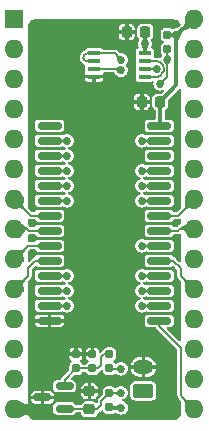
<source format=gbr>
%TF.GenerationSoftware,KiCad,Pcbnew,(6.0.9)*%
%TF.CreationDate,2022-12-20T17:59:48-05:00*%
%TF.ProjectId,6264_FRAM_MOD,36323634-5f46-4524-914d-5f4d4f442e6b,rev?*%
%TF.SameCoordinates,Original*%
%TF.FileFunction,Copper,L1,Top*%
%TF.FilePolarity,Positive*%
%FSLAX46Y46*%
G04 Gerber Fmt 4.6, Leading zero omitted, Abs format (unit mm)*
G04 Created by KiCad (PCBNEW (6.0.9)) date 2022-12-20 17:59:48*
%MOMM*%
%LPD*%
G01*
G04 APERTURE LIST*
G04 Aperture macros list*
%AMRoundRect*
0 Rectangle with rounded corners*
0 $1 Rounding radius*
0 $2 $3 $4 $5 $6 $7 $8 $9 X,Y pos of 4 corners*
0 Add a 4 corners polygon primitive as box body*
4,1,4,$2,$3,$4,$5,$6,$7,$8,$9,$2,$3,0*
0 Add four circle primitives for the rounded corners*
1,1,$1+$1,$2,$3*
1,1,$1+$1,$4,$5*
1,1,$1+$1,$6,$7*
1,1,$1+$1,$8,$9*
0 Add four rect primitives between the rounded corners*
20,1,$1+$1,$2,$3,$4,$5,0*
20,1,$1+$1,$4,$5,$6,$7,0*
20,1,$1+$1,$6,$7,$8,$9,0*
20,1,$1+$1,$8,$9,$2,$3,0*%
G04 Aperture macros list end*
%TA.AperFunction,SMDPad,CuDef*%
%ADD10RoundRect,0.150000X-0.875000X-0.150000X0.875000X-0.150000X0.875000X0.150000X-0.875000X0.150000X0*%
%TD*%
%TA.AperFunction,SMDPad,CuDef*%
%ADD11R,1.100000X0.400000*%
%TD*%
%TA.AperFunction,SMDPad,CuDef*%
%ADD12RoundRect,0.160000X0.160000X-0.197500X0.160000X0.197500X-0.160000X0.197500X-0.160000X-0.197500X0*%
%TD*%
%TA.AperFunction,ComponentPad*%
%ADD13RoundRect,0.250000X0.625000X-0.350000X0.625000X0.350000X-0.625000X0.350000X-0.625000X-0.350000X0*%
%TD*%
%TA.AperFunction,ComponentPad*%
%ADD14O,1.750000X1.200000*%
%TD*%
%TA.AperFunction,SMDPad,CuDef*%
%ADD15RoundRect,0.225000X0.225000X0.250000X-0.225000X0.250000X-0.225000X-0.250000X0.225000X-0.250000X0*%
%TD*%
%TA.AperFunction,SMDPad,CuDef*%
%ADD16RoundRect,0.150000X0.587500X0.150000X-0.587500X0.150000X-0.587500X-0.150000X0.587500X-0.150000X0*%
%TD*%
%TA.AperFunction,ComponentPad*%
%ADD17R,1.600000X1.600000*%
%TD*%
%TA.AperFunction,ComponentPad*%
%ADD18O,1.600000X1.600000*%
%TD*%
%TA.AperFunction,SMDPad,CuDef*%
%ADD19RoundRect,0.160000X-0.160000X0.197500X-0.160000X-0.197500X0.160000X-0.197500X0.160000X0.197500X0*%
%TD*%
%TA.AperFunction,SMDPad,CuDef*%
%ADD20RoundRect,0.225000X0.250000X-0.225000X0.250000X0.225000X-0.250000X0.225000X-0.250000X-0.225000X0*%
%TD*%
%TA.AperFunction,ViaPad*%
%ADD21C,0.685800*%
%TD*%
%TA.AperFunction,Conductor*%
%ADD22C,0.152400*%
%TD*%
%TA.AperFunction,Conductor*%
%ADD23C,0.914400*%
%TD*%
%TA.AperFunction,Conductor*%
%ADD24C,0.304800*%
%TD*%
G04 APERTURE END LIST*
D10*
%TO.P,U3,1*%
%TO.N,N/C*%
X114730000Y-67437000D03*
%TO.P,U3,2,A12*%
%TO.N,/A12*%
X114730000Y-68707000D03*
%TO.P,U3,3,A7*%
%TO.N,/A7*%
X114730000Y-69977000D03*
%TO.P,U3,4,A6*%
%TO.N,/A6*%
X114730000Y-71247000D03*
%TO.P,U3,5,A5*%
%TO.N,/A5*%
X114730000Y-72517000D03*
%TO.P,U3,6,A4*%
%TO.N,/A4*%
X114730000Y-73787000D03*
%TO.P,U3,7,A3*%
%TO.N,/A3*%
X114730000Y-75057000D03*
%TO.P,U3,8,A2*%
%TO.N,/A2*%
X114730000Y-76327000D03*
%TO.P,U3,9,A1*%
%TO.N,/A1*%
X114730000Y-77597000D03*
%TO.P,U3,10,A0*%
%TO.N,/A0*%
X114730000Y-78867000D03*
%TO.P,U3,11,DQ0*%
%TO.N,/D0*%
X114730000Y-80137000D03*
%TO.P,U3,12,DQ1*%
%TO.N,/D1*%
X114730000Y-81407000D03*
%TO.P,U3,13,DQ2*%
%TO.N,/D2*%
X114730000Y-82677000D03*
%TO.P,U3,14,VSS*%
%TO.N,GND*%
X114730000Y-83947000D03*
%TO.P,U3,15,DQ3*%
%TO.N,/D3*%
X124030000Y-83947000D03*
%TO.P,U3,16,DQ4*%
%TO.N,/D4*%
X124030000Y-82677000D03*
%TO.P,U3,17,DQ5*%
%TO.N,/D5*%
X124030000Y-81407000D03*
%TO.P,U3,18,DQ6*%
%TO.N,/D6*%
X124030000Y-80137000D03*
%TO.P,U3,19,DQ7*%
%TO.N,/D7*%
X124030000Y-78867000D03*
%TO.P,U3,20,~{CE}*%
%TO.N,/~{CE_FM}*%
X124030000Y-77597000D03*
%TO.P,U3,21,A10*%
%TO.N,/A10*%
X124030000Y-76327000D03*
%TO.P,U3,22,~{OE}*%
%TO.N,/~{OE}*%
X124030000Y-75057000D03*
%TO.P,U3,23,A11*%
%TO.N,/A11*%
X124030000Y-73787000D03*
%TO.P,U3,24,A9*%
%TO.N,/A9*%
X124030000Y-72517000D03*
%TO.P,U3,25,A8*%
%TO.N,/A8*%
X124030000Y-71247000D03*
%TO.P,U3,26*%
%TO.N,N/C*%
X124030000Y-69977000D03*
%TO.P,U3,27,~{WE}*%
%TO.N,/~{WE}*%
X124030000Y-68707000D03*
%TO.P,U3,28,VDD*%
%TO.N,VCC*%
X124030000Y-67437000D03*
%TD*%
D11*
%TO.P,U2,1*%
%TO.N,/~{CE1}*%
X118500000Y-61313022D03*
%TO.P,U2,2*%
X118500000Y-61963022D03*
%TO.P,U2,3*%
%TO.N,/~{CE_FM}*%
X118500000Y-62613022D03*
%TO.P,U2,4,GND*%
%TO.N,GND*%
X118500000Y-63263022D03*
%TO.P,U2,5*%
%TO.N,Net-(U2-Pad5)*%
X122800000Y-63263022D03*
%TO.P,U2,6*%
%TO.N,/CE2*%
X122800000Y-62613022D03*
%TO.P,U2,7*%
%TO.N,Net-(U2-Pad5)*%
X122800000Y-61963022D03*
%TO.P,U2,8,VCC*%
%TO.N,VCC*%
X122800000Y-61313022D03*
%TD*%
D12*
%TO.P,R2,1*%
%TO.N,VCC*%
X119808866Y-91275500D03*
%TO.P,R2,2*%
%TO.N,/BATT_FAKE*%
X119808866Y-90080500D03*
%TD*%
D13*
%TO.P,J1,1,Pin_1*%
%TO.N,/BATT_FAKE*%
X122682000Y-89865200D03*
D14*
%TO.P,J1,2,Pin_2*%
%TO.N,GND*%
X122682000Y-87865200D03*
%TD*%
D15*
%TO.P,C1,1*%
%TO.N,VCC*%
X122822000Y-59494022D03*
%TO.P,C1,2*%
%TO.N,GND*%
X121272000Y-59494022D03*
%TD*%
D12*
%TO.P,R3,1*%
%TO.N,/BATT_FAKE*%
X119808866Y-87973500D03*
%TO.P,R3,2*%
%TO.N,Net-(R3-Pad2)*%
X119808866Y-86778500D03*
%TD*%
D16*
%TO.P,U1,1,K*%
%TO.N,/BATT_FAKE*%
X115999500Y-91374000D03*
%TO.P,U1,2,REF*%
%TO.N,Net-(R3-Pad2)*%
X115999500Y-89474000D03*
%TO.P,U1,3,A*%
%TO.N,GND*%
X114124500Y-90424000D03*
%TD*%
D12*
%TO.P,R4,1*%
%TO.N,Net-(R3-Pad2)*%
X118364000Y-87973500D03*
%TO.P,R4,2*%
%TO.N,GND*%
X118364000Y-86778500D03*
%TD*%
D17*
%TO.P,U10,1,NC*%
%TO.N,unconnected-(U10-Pad1)*%
X111760000Y-58420000D03*
D18*
%TO.P,U10,2,A12*%
%TO.N,/A12*%
X111760000Y-60960000D03*
%TO.P,U10,3,A7*%
%TO.N,/A7*%
X111760000Y-63500000D03*
%TO.P,U10,4,A6*%
%TO.N,/A6*%
X111760000Y-66040000D03*
%TO.P,U10,5,A5*%
%TO.N,/A5*%
X111760000Y-68580000D03*
%TO.P,U10,6,A4*%
%TO.N,/A4*%
X111760000Y-71120000D03*
%TO.P,U10,7,A3*%
%TO.N,/A3*%
X111760000Y-73660000D03*
%TO.P,U10,8,A2*%
%TO.N,/A2*%
X111760000Y-76200000D03*
%TO.P,U10,9,A1*%
%TO.N,/A1*%
X111760000Y-78740000D03*
%TO.P,U10,10,A0*%
%TO.N,/A0*%
X111760000Y-81280000D03*
%TO.P,U10,11,D0*%
%TO.N,/D0*%
X111760000Y-83820000D03*
%TO.P,U10,12,D1*%
%TO.N,/D1*%
X111760000Y-86360000D03*
%TO.P,U10,13,D2*%
%TO.N,/D2*%
X111760000Y-88900000D03*
%TO.P,U10,14,GND*%
%TO.N,GND*%
X111760000Y-91440000D03*
%TO.P,U10,15,D3*%
%TO.N,/D3*%
X127000000Y-91440000D03*
%TO.P,U10,16,D4*%
%TO.N,/D4*%
X127000000Y-88900000D03*
%TO.P,U10,17,D5*%
%TO.N,/D5*%
X127000000Y-86360000D03*
%TO.P,U10,18,D6*%
%TO.N,/D6*%
X127000000Y-83820000D03*
%TO.P,U10,19,D7*%
%TO.N,/D7*%
X127000000Y-81280000D03*
%TO.P,U10,20,~{CE1}*%
%TO.N,/~{CE1}*%
X127000000Y-78740000D03*
%TO.P,U10,21,A10*%
%TO.N,/A10*%
X127000000Y-76200000D03*
%TO.P,U10,22,~{OE}*%
%TO.N,/~{OE}*%
X127000000Y-73660000D03*
%TO.P,U10,23,A11*%
%TO.N,/A11*%
X127000000Y-71120000D03*
%TO.P,U10,24,A9*%
%TO.N,/A9*%
X127000000Y-68580000D03*
%TO.P,U10,25,A8*%
%TO.N,/A8*%
X127000000Y-66040000D03*
%TO.P,U10,26,CE2*%
%TO.N,/CE2*%
X127000000Y-63500000D03*
%TO.P,U10,27,~{WE}*%
%TO.N,/~{WE}*%
X127000000Y-60960000D03*
%TO.P,U10,28,VCC*%
%TO.N,VCC*%
X127000000Y-58420000D03*
%TD*%
D19*
%TO.P,R1,1*%
%TO.N,VCC*%
X124714000Y-59727500D03*
%TO.P,R1,2*%
%TO.N,/~{WE}*%
X124714000Y-60922500D03*
%TD*%
D15*
%TO.P,C3,1*%
%TO.N,VCC*%
X124092000Y-65405000D03*
%TO.P,C3,2*%
%TO.N,GND*%
X122542000Y-65405000D03*
%TD*%
D12*
%TO.P,R6,1*%
%TO.N,Net-(R3-Pad2)*%
X116967000Y-87973500D03*
%TO.P,R6,2*%
%TO.N,GND*%
X116967000Y-86778500D03*
%TD*%
D20*
%TO.P,C4,1*%
%TO.N,/BATT_FAKE*%
X118110000Y-91453000D03*
%TO.P,C4,2*%
%TO.N,GND*%
X118110000Y-89903000D03*
%TD*%
D21*
%TO.N,/D2*%
X116205000Y-82677000D03*
%TO.N,/D1*%
X116205000Y-81407000D03*
%TO.N,/A8*%
X122555000Y-71247000D03*
%TO.N,/D0*%
X116205000Y-80137000D03*
%TO.N,/A9*%
X122555000Y-72517000D03*
%TO.N,/A11*%
X122555000Y-73787000D03*
%TO.N,/A4*%
X116205000Y-73787000D03*
%TO.N,/A5*%
X116205000Y-72517000D03*
%TO.N,/D6*%
X122555000Y-80137000D03*
%TO.N,/A6*%
X116205000Y-71247000D03*
%TO.N,/D5*%
X122555000Y-81407000D03*
%TO.N,/A7*%
X116205000Y-69977000D03*
%TO.N,/D4*%
X122555000Y-82677000D03*
%TO.N,/A12*%
X116205000Y-68707000D03*
%TO.N,/CE2*%
X123825000Y-62618222D03*
%TO.N,/~{CE1}*%
X120777000Y-61849000D03*
%TO.N,/~{WE}*%
X122555000Y-68707000D03*
X124104400Y-63881000D03*
X124714000Y-61849000D03*
%TO.N,VCC*%
X125476000Y-59752900D03*
X120799466Y-91313000D03*
X122809000Y-60510022D03*
%TO.N,/BATT_FAKE*%
X120777000Y-90043000D03*
X120777000Y-88011000D03*
%TO.N,/~{CE_FM}*%
X122555000Y-77597000D03*
X120777000Y-62738000D03*
%TD*%
D22*
%TO.N,/D2*%
X113967500Y-82677000D02*
X116205000Y-82677000D01*
%TO.N,/D1*%
X113967500Y-81407000D02*
X116205000Y-81407000D01*
%TO.N,/A8*%
X122555000Y-71247000D02*
X124030000Y-71247000D01*
%TO.N,/D0*%
X113967500Y-80137000D02*
X116205000Y-80137000D01*
%TO.N,/A9*%
X122555000Y-72517000D02*
X124030000Y-72517000D01*
%TO.N,/A0*%
X112903000Y-79502000D02*
X113538000Y-78867000D01*
X113538000Y-78867000D02*
X114730000Y-78867000D01*
X112903000Y-80137000D02*
X112903000Y-79502000D01*
X111760000Y-81280000D02*
X112903000Y-80137000D01*
%TO.N,/A11*%
X122555000Y-73787000D02*
X124030000Y-73787000D01*
%TO.N,/A1*%
X112903000Y-77597000D02*
X114730000Y-77597000D01*
X111760000Y-78740000D02*
X112903000Y-77597000D01*
%TO.N,/A2*%
X111760000Y-76200000D02*
X112903000Y-76200000D01*
X113030000Y-76327000D02*
X114730000Y-76327000D01*
X112903000Y-76200000D02*
X113030000Y-76327000D01*
%TO.N,/A10*%
X125730000Y-76200000D02*
X127000000Y-76200000D01*
X125603000Y-76327000D02*
X125730000Y-76200000D01*
X124030000Y-76327000D02*
X125603000Y-76327000D01*
%TO.N,/A3*%
X113157000Y-75057000D02*
X114730000Y-75057000D01*
X111760000Y-73660000D02*
X113157000Y-75057000D01*
%TO.N,/A4*%
X113967500Y-73787000D02*
X116205000Y-73787000D01*
%TO.N,/D7*%
X125857000Y-80137000D02*
X127000000Y-81280000D01*
X125222000Y-78867000D02*
X125857000Y-79502000D01*
X125857000Y-79502000D02*
X125857000Y-80137000D01*
X124030000Y-78867000D02*
X125222000Y-78867000D01*
%TO.N,/A5*%
X113967500Y-72517000D02*
X116205000Y-72517000D01*
%TO.N,/D6*%
X124792500Y-80137000D02*
X122555000Y-80137000D01*
%TO.N,/A6*%
X113967500Y-71247000D02*
X116205000Y-71247000D01*
%TO.N,/D5*%
X124792500Y-81407000D02*
X122555000Y-81407000D01*
%TO.N,/A7*%
X113967500Y-69977000D02*
X116205000Y-69977000D01*
%TO.N,/D4*%
X124792500Y-82677000D02*
X122555000Y-82677000D01*
%TO.N,/A12*%
X113967500Y-68707000D02*
X116205000Y-68707000D01*
%TO.N,/D3*%
X125857000Y-86233000D02*
X124030000Y-84406000D01*
X124030000Y-84406000D02*
X124030000Y-83947000D01*
X125857000Y-90202311D02*
X125857000Y-86233000D01*
X127000000Y-91440000D02*
X125923956Y-90363956D01*
X125856993Y-90202311D02*
G75*
G03*
X125923956Y-90363956I228607J11D01*
G01*
%TO.N,Net-(U2-Pad5)*%
X124329044Y-62921694D02*
X124054671Y-63196067D01*
X124396000Y-62476395D02*
X124396000Y-62760049D01*
X124044272Y-62029978D02*
X124329045Y-62314751D01*
X123893027Y-63263022D02*
X122800000Y-63263022D01*
X122800000Y-61963022D02*
X123882627Y-61963022D01*
X124329043Y-62314753D02*
G75*
G02*
X124396000Y-62476395I-161643J-161647D01*
G01*
X124054662Y-63196058D02*
G75*
G02*
X123893027Y-63263022I-161662J161658D01*
G01*
X124044254Y-62029996D02*
G75*
G03*
X123882627Y-61963022I-161654J-161604D01*
G01*
X124395963Y-62760049D02*
G75*
G02*
X124329043Y-62921693I-228563J-51D01*
G01*
D23*
%TO.N,GND*%
X111760000Y-91440000D02*
X113030000Y-91440000D01*
D22*
%TO.N,/CE2*%
X122800000Y-62613022D02*
X123819800Y-62613022D01*
%TO.N,/~{CE1}*%
X120241022Y-61313022D02*
X120777000Y-61849000D01*
X117668956Y-61459066D02*
X117748045Y-61379977D01*
X117718044Y-61896066D02*
X117668955Y-61846977D01*
X118500000Y-61963022D02*
X117879689Y-61963022D01*
X117602000Y-61685333D02*
X117602000Y-61620711D01*
X118500000Y-61313022D02*
X120241022Y-61313022D01*
X117909689Y-61313022D02*
X118500000Y-61313022D01*
X117879689Y-61963023D02*
G75*
G02*
X117718044Y-61896066I11J228623D01*
G01*
X117668971Y-61846961D02*
G75*
G02*
X117602000Y-61685333I161629J161661D01*
G01*
X117668950Y-61459060D02*
G75*
G03*
X117602000Y-61620711I161650J-161640D01*
G01*
X117748055Y-61379987D02*
G75*
G02*
X117909689Y-61313022I161645J-161613D01*
G01*
%TO.N,/~{WE}*%
X124714000Y-61849000D02*
X124714000Y-60947900D01*
X122555000Y-68707000D02*
X124030000Y-68707000D01*
X124104400Y-63881000D02*
X124714000Y-63271400D01*
X124714000Y-63271400D02*
X124714000Y-60947900D01*
%TO.N,/~{OE}*%
X124030000Y-75057000D02*
X125603000Y-75057000D01*
X125603000Y-75057000D02*
X127000000Y-73660000D01*
D24*
%TO.N,VCC*%
X122809000Y-60129022D02*
X122809000Y-60510022D01*
X125476000Y-64008000D02*
X125476000Y-59752900D01*
X122822000Y-60116022D02*
X122809000Y-60129022D01*
D22*
X124092000Y-67375000D02*
X124030000Y-67437000D01*
D24*
X122800000Y-60519022D02*
X122809000Y-60510022D01*
X124092000Y-65405000D02*
X124092000Y-67375000D01*
X122822000Y-59494022D02*
X122822000Y-60116022D01*
X125476000Y-59752900D02*
X127000000Y-58420000D01*
X120799466Y-91313000D02*
X119846366Y-91313000D01*
X122800000Y-61313022D02*
X122800000Y-60519022D01*
X124092000Y-65392000D02*
X125476000Y-64008000D01*
X125476000Y-59752900D02*
X124714000Y-59752900D01*
D22*
%TO.N,Net-(R3-Pad2)*%
X119100600Y-87020400D02*
X119342500Y-86778500D01*
X118833300Y-87973500D02*
X119100600Y-87706200D01*
X118364000Y-87973500D02*
X118833300Y-87973500D01*
X116967000Y-87973500D02*
X118364000Y-87973500D01*
X115999500Y-88941000D02*
X116967000Y-87973500D01*
X119342500Y-86778500D02*
X119808866Y-86778500D01*
X119100600Y-87706200D02*
X119100600Y-87020400D01*
X115999500Y-89474000D02*
X115999500Y-88941000D01*
%TO.N,/BATT_FAKE*%
X119126000Y-90763366D02*
X119808866Y-90080500D01*
X120739500Y-90080500D02*
X119808866Y-90080500D01*
X115999500Y-91374000D02*
X118031000Y-91374000D01*
X120777000Y-88011000D02*
X119846366Y-88011000D01*
X120777000Y-90043000D02*
X120739500Y-90080500D01*
X119126000Y-91059000D02*
X119126000Y-90763366D01*
X118732000Y-91453000D02*
X119126000Y-91059000D01*
X118110000Y-91453000D02*
X118732000Y-91453000D01*
%TO.N,/~{CE_FM}*%
X118500000Y-62613022D02*
X120652022Y-62613022D01*
X124792500Y-77597000D02*
X122555000Y-77597000D01*
X120652022Y-62613022D02*
X120777000Y-62738000D01*
%TD*%
%TA.AperFunction,Conductor*%
%TO.N,/D2*%
G36*
X116061835Y-82374450D02*
G01*
X116299988Y-82603470D01*
X116367681Y-82668567D01*
X116371269Y-82676771D01*
X116367681Y-82685433D01*
X116084826Y-82957442D01*
X116061836Y-82979550D01*
X116053497Y-82982815D01*
X116047937Y-82981285D01*
X116044890Y-82979550D01*
X116007513Y-82958270D01*
X116006261Y-82957446D01*
X115967668Y-82928292D01*
X115966762Y-82927531D01*
X115949797Y-82911733D01*
X115934143Y-82897153D01*
X115933669Y-82896685D01*
X115904374Y-82866109D01*
X115875978Y-82836686D01*
X115875826Y-82836550D01*
X115875815Y-82836539D01*
X115860109Y-82822451D01*
X115846095Y-82809880D01*
X115812104Y-82786910D01*
X115771382Y-82768994D01*
X115770856Y-82768872D01*
X115770854Y-82768871D01*
X115751143Y-82764288D01*
X115721308Y-82757351D01*
X115720838Y-82757320D01*
X115720834Y-82757319D01*
X115670179Y-82753930D01*
X115662153Y-82749958D01*
X115659260Y-82742256D01*
X115659260Y-82611743D01*
X115662687Y-82603470D01*
X115670178Y-82600069D01*
X115698054Y-82598204D01*
X115720834Y-82596680D01*
X115720837Y-82596679D01*
X115721308Y-82596648D01*
X115751143Y-82589711D01*
X115770854Y-82585128D01*
X115770856Y-82585127D01*
X115771382Y-82585005D01*
X115812104Y-82567089D01*
X115846095Y-82544119D01*
X115860109Y-82531548D01*
X115875815Y-82517460D01*
X115875826Y-82517449D01*
X115875978Y-82517313D01*
X115904374Y-82487890D01*
X115933669Y-82457314D01*
X115934143Y-82456846D01*
X115949797Y-82442266D01*
X115966762Y-82426468D01*
X115967668Y-82425707D01*
X115990033Y-82408812D01*
X116006256Y-82396558D01*
X116007519Y-82395726D01*
X116047937Y-82372715D01*
X116056822Y-82371600D01*
X116061835Y-82374450D01*
G37*
%TD.AperFunction*%
%TD*%
%TA.AperFunction,Conductor*%
%TO.N,/D1*%
G36*
X116061835Y-81104450D02*
G01*
X116299988Y-81333470D01*
X116367681Y-81398567D01*
X116371269Y-81406771D01*
X116367681Y-81415433D01*
X116084826Y-81687442D01*
X116061836Y-81709550D01*
X116053497Y-81712815D01*
X116047937Y-81711285D01*
X116044890Y-81709550D01*
X116007513Y-81688270D01*
X116006261Y-81687446D01*
X115967668Y-81658292D01*
X115966762Y-81657531D01*
X115949797Y-81641733D01*
X115934143Y-81627153D01*
X115933669Y-81626685D01*
X115904374Y-81596109D01*
X115875978Y-81566686D01*
X115875826Y-81566550D01*
X115875815Y-81566539D01*
X115860109Y-81552451D01*
X115846095Y-81539880D01*
X115812104Y-81516910D01*
X115771382Y-81498994D01*
X115770856Y-81498872D01*
X115770854Y-81498871D01*
X115751143Y-81494288D01*
X115721308Y-81487351D01*
X115720838Y-81487320D01*
X115720834Y-81487319D01*
X115670179Y-81483930D01*
X115662153Y-81479958D01*
X115659260Y-81472256D01*
X115659260Y-81341743D01*
X115662687Y-81333470D01*
X115670178Y-81330069D01*
X115698054Y-81328204D01*
X115720834Y-81326680D01*
X115720837Y-81326679D01*
X115721308Y-81326648D01*
X115751143Y-81319711D01*
X115770854Y-81315128D01*
X115770856Y-81315127D01*
X115771382Y-81315005D01*
X115812104Y-81297089D01*
X115846095Y-81274119D01*
X115860109Y-81261548D01*
X115875815Y-81247460D01*
X115875826Y-81247449D01*
X115875978Y-81247313D01*
X115904374Y-81217890D01*
X115933669Y-81187314D01*
X115934143Y-81186846D01*
X115949797Y-81172266D01*
X115966762Y-81156468D01*
X115967668Y-81155707D01*
X115990033Y-81138812D01*
X116006256Y-81126558D01*
X116007519Y-81125726D01*
X116047937Y-81102715D01*
X116056822Y-81101600D01*
X116061835Y-81104450D01*
G37*
%TD.AperFunction*%
%TD*%
%TA.AperFunction,Conductor*%
%TO.N,/A8*%
G36*
X122712063Y-70942715D02*
G01*
X122752480Y-70965726D01*
X122753743Y-70966558D01*
X122769966Y-70978812D01*
X122792331Y-70995707D01*
X122793237Y-70996468D01*
X122810202Y-71012266D01*
X122825856Y-71026846D01*
X122826330Y-71027314D01*
X122855625Y-71057890D01*
X122884021Y-71087313D01*
X122884173Y-71087449D01*
X122884184Y-71087460D01*
X122899890Y-71101548D01*
X122913904Y-71114119D01*
X122947895Y-71137089D01*
X122988617Y-71155005D01*
X122989143Y-71155127D01*
X122989145Y-71155128D01*
X123008856Y-71159711D01*
X123038691Y-71166648D01*
X123039162Y-71166679D01*
X123039165Y-71166680D01*
X123061548Y-71168177D01*
X123089822Y-71170069D01*
X123097847Y-71174041D01*
X123100740Y-71181743D01*
X123100740Y-71312256D01*
X123097313Y-71320529D01*
X123089821Y-71323930D01*
X123039165Y-71327319D01*
X123039161Y-71327320D01*
X123038691Y-71327351D01*
X123008856Y-71334288D01*
X122989145Y-71338871D01*
X122989143Y-71338872D01*
X122988617Y-71338994D01*
X122947895Y-71356910D01*
X122913904Y-71379880D01*
X122899890Y-71392451D01*
X122884184Y-71406539D01*
X122884173Y-71406550D01*
X122884021Y-71406686D01*
X122855625Y-71436109D01*
X122826330Y-71466685D01*
X122825856Y-71467153D01*
X122810202Y-71481733D01*
X122793237Y-71497531D01*
X122792331Y-71498292D01*
X122753738Y-71527446D01*
X122752486Y-71528270D01*
X122712062Y-71551285D01*
X122703178Y-71552400D01*
X122698164Y-71549550D01*
X122675175Y-71527442D01*
X122392319Y-71255433D01*
X122388731Y-71247229D01*
X122392319Y-71238567D01*
X122459418Y-71174041D01*
X122698165Y-70944450D01*
X122706503Y-70941185D01*
X122712063Y-70942715D01*
G37*
%TD.AperFunction*%
%TD*%
%TA.AperFunction,Conductor*%
%TO.N,/D0*%
G36*
X116061835Y-79834450D02*
G01*
X116299988Y-80063470D01*
X116367681Y-80128567D01*
X116371269Y-80136771D01*
X116367681Y-80145433D01*
X116084826Y-80417442D01*
X116061836Y-80439550D01*
X116053497Y-80442815D01*
X116047937Y-80441285D01*
X116044890Y-80439550D01*
X116007513Y-80418270D01*
X116006261Y-80417446D01*
X115967668Y-80388292D01*
X115966762Y-80387531D01*
X115949797Y-80371733D01*
X115934143Y-80357153D01*
X115933669Y-80356685D01*
X115904374Y-80326109D01*
X115875978Y-80296686D01*
X115875826Y-80296550D01*
X115875815Y-80296539D01*
X115860109Y-80282451D01*
X115846095Y-80269880D01*
X115812104Y-80246910D01*
X115771382Y-80228994D01*
X115770856Y-80228872D01*
X115770854Y-80228871D01*
X115751143Y-80224288D01*
X115721308Y-80217351D01*
X115720838Y-80217320D01*
X115720834Y-80217319D01*
X115670179Y-80213930D01*
X115662153Y-80209958D01*
X115659260Y-80202256D01*
X115659260Y-80071743D01*
X115662687Y-80063470D01*
X115670178Y-80060069D01*
X115698054Y-80058204D01*
X115720834Y-80056680D01*
X115720837Y-80056679D01*
X115721308Y-80056648D01*
X115751143Y-80049711D01*
X115770854Y-80045128D01*
X115770856Y-80045127D01*
X115771382Y-80045005D01*
X115812104Y-80027089D01*
X115846095Y-80004119D01*
X115860109Y-79991548D01*
X115875815Y-79977460D01*
X115875826Y-79977449D01*
X115875978Y-79977313D01*
X115904374Y-79947890D01*
X115933669Y-79917314D01*
X115934143Y-79916846D01*
X115949797Y-79902266D01*
X115966762Y-79886468D01*
X115967668Y-79885707D01*
X115990033Y-79868812D01*
X116006256Y-79856558D01*
X116007519Y-79855726D01*
X116047937Y-79832715D01*
X116056822Y-79831600D01*
X116061835Y-79834450D01*
G37*
%TD.AperFunction*%
%TD*%
%TA.AperFunction,Conductor*%
%TO.N,/A9*%
G36*
X122712063Y-72212715D02*
G01*
X122752480Y-72235726D01*
X122753743Y-72236558D01*
X122769966Y-72248812D01*
X122792331Y-72265707D01*
X122793237Y-72266468D01*
X122810202Y-72282266D01*
X122825856Y-72296846D01*
X122826330Y-72297314D01*
X122855625Y-72327890D01*
X122884021Y-72357313D01*
X122884173Y-72357449D01*
X122884184Y-72357460D01*
X122899890Y-72371548D01*
X122913904Y-72384119D01*
X122947895Y-72407089D01*
X122988617Y-72425005D01*
X122989143Y-72425127D01*
X122989145Y-72425128D01*
X123008856Y-72429711D01*
X123038691Y-72436648D01*
X123039162Y-72436679D01*
X123039165Y-72436680D01*
X123061548Y-72438177D01*
X123089822Y-72440069D01*
X123097847Y-72444041D01*
X123100740Y-72451743D01*
X123100740Y-72582256D01*
X123097313Y-72590529D01*
X123089821Y-72593930D01*
X123039165Y-72597319D01*
X123039161Y-72597320D01*
X123038691Y-72597351D01*
X123008856Y-72604288D01*
X122989145Y-72608871D01*
X122989143Y-72608872D01*
X122988617Y-72608994D01*
X122947895Y-72626910D01*
X122913904Y-72649880D01*
X122899890Y-72662451D01*
X122884184Y-72676539D01*
X122884173Y-72676550D01*
X122884021Y-72676686D01*
X122855625Y-72706109D01*
X122826330Y-72736685D01*
X122825856Y-72737153D01*
X122810202Y-72751733D01*
X122793237Y-72767531D01*
X122792331Y-72768292D01*
X122753738Y-72797446D01*
X122752486Y-72798270D01*
X122712062Y-72821285D01*
X122703178Y-72822400D01*
X122698164Y-72819550D01*
X122675175Y-72797442D01*
X122392319Y-72525433D01*
X122388731Y-72517229D01*
X122392319Y-72508567D01*
X122459418Y-72444041D01*
X122698165Y-72214450D01*
X122706503Y-72211185D01*
X122712063Y-72212715D01*
G37*
%TD.AperFunction*%
%TD*%
%TA.AperFunction,Conductor*%
%TO.N,/A0*%
G36*
X112611775Y-80335726D02*
G01*
X112704274Y-80428225D01*
X112707701Y-80436498D01*
X112704914Y-80444078D01*
X112669668Y-80485525D01*
X112614279Y-80550657D01*
X112554656Y-80658214D01*
X112525285Y-80760901D01*
X112518417Y-80861088D01*
X112526299Y-80961148D01*
X112526328Y-80961345D01*
X112526328Y-80961348D01*
X112541170Y-81063374D01*
X112541191Y-81063525D01*
X112555250Y-81169891D01*
X112555337Y-81170847D01*
X112560903Y-81283486D01*
X112560874Y-81285068D01*
X112550402Y-81406581D01*
X112550078Y-81408483D01*
X112517903Y-81533923D01*
X112512528Y-81541085D01*
X112506800Y-81542714D01*
X112086323Y-81550934D01*
X111489323Y-81562604D01*
X111480984Y-81559339D01*
X111477396Y-81550677D01*
X111494842Y-80658214D01*
X111497286Y-80533201D01*
X111500874Y-80524997D01*
X111506077Y-80522097D01*
X111631516Y-80489921D01*
X111633417Y-80489597D01*
X111754932Y-80479125D01*
X111756511Y-80479096D01*
X111869163Y-80484663D01*
X111870097Y-80484748D01*
X111976525Y-80498815D01*
X111976571Y-80498821D01*
X112056939Y-80510513D01*
X112078651Y-80513671D01*
X112078654Y-80513671D01*
X112078851Y-80513700D01*
X112178911Y-80521582D01*
X112179334Y-80521553D01*
X112179338Y-80521553D01*
X112278486Y-80514756D01*
X112279098Y-80514714D01*
X112334709Y-80498808D01*
X112381149Y-80485525D01*
X112381150Y-80485525D01*
X112381785Y-80485343D01*
X112489342Y-80425720D01*
X112489778Y-80425349D01*
X112489787Y-80425343D01*
X112595923Y-80335086D01*
X112604445Y-80332337D01*
X112611775Y-80335726D01*
G37*
%TD.AperFunction*%
%TD*%
%TA.AperFunction,Conductor*%
%TO.N,/A11*%
G36*
X122712063Y-73482715D02*
G01*
X122752480Y-73505726D01*
X122753743Y-73506558D01*
X122769966Y-73518812D01*
X122792331Y-73535707D01*
X122793237Y-73536468D01*
X122810202Y-73552266D01*
X122825856Y-73566846D01*
X122826330Y-73567314D01*
X122855625Y-73597890D01*
X122884021Y-73627313D01*
X122884173Y-73627449D01*
X122884184Y-73627460D01*
X122899890Y-73641548D01*
X122913904Y-73654119D01*
X122947895Y-73677089D01*
X122988617Y-73695005D01*
X122989143Y-73695127D01*
X122989145Y-73695128D01*
X123008856Y-73699711D01*
X123038691Y-73706648D01*
X123039162Y-73706679D01*
X123039165Y-73706680D01*
X123061548Y-73708177D01*
X123089822Y-73710069D01*
X123097847Y-73714041D01*
X123100740Y-73721743D01*
X123100740Y-73852256D01*
X123097313Y-73860529D01*
X123089821Y-73863930D01*
X123039165Y-73867319D01*
X123039161Y-73867320D01*
X123038691Y-73867351D01*
X123008856Y-73874288D01*
X122989145Y-73878871D01*
X122989143Y-73878872D01*
X122988617Y-73878994D01*
X122947895Y-73896910D01*
X122913904Y-73919880D01*
X122899890Y-73932451D01*
X122884184Y-73946539D01*
X122884173Y-73946550D01*
X122884021Y-73946686D01*
X122855625Y-73976109D01*
X122826330Y-74006685D01*
X122825856Y-74007153D01*
X122810202Y-74021733D01*
X122793237Y-74037531D01*
X122792331Y-74038292D01*
X122753738Y-74067446D01*
X122752486Y-74068270D01*
X122712062Y-74091285D01*
X122703178Y-74092400D01*
X122698164Y-74089550D01*
X122675175Y-74067442D01*
X122392319Y-73795433D01*
X122388731Y-73787229D01*
X122392319Y-73778567D01*
X122459418Y-73714041D01*
X122698165Y-73484450D01*
X122706503Y-73481185D01*
X122712063Y-73482715D01*
G37*
%TD.AperFunction*%
%TD*%
%TA.AperFunction,Conductor*%
%TO.N,/A1*%
G36*
X112611775Y-77795726D02*
G01*
X112704274Y-77888225D01*
X112707701Y-77896498D01*
X112704914Y-77904078D01*
X112669668Y-77945525D01*
X112614279Y-78010657D01*
X112554656Y-78118214D01*
X112525285Y-78220901D01*
X112518417Y-78321088D01*
X112526299Y-78421148D01*
X112526328Y-78421345D01*
X112526328Y-78421348D01*
X112541170Y-78523374D01*
X112541191Y-78523525D01*
X112555250Y-78629891D01*
X112555337Y-78630847D01*
X112560903Y-78743486D01*
X112560874Y-78745068D01*
X112550402Y-78866581D01*
X112550078Y-78868483D01*
X112517903Y-78993923D01*
X112512528Y-79001085D01*
X112506800Y-79002714D01*
X112086323Y-79010934D01*
X111489323Y-79022604D01*
X111480984Y-79019339D01*
X111477396Y-79010677D01*
X111494842Y-78118214D01*
X111497286Y-77993201D01*
X111500874Y-77984997D01*
X111506077Y-77982097D01*
X111631516Y-77949921D01*
X111633417Y-77949597D01*
X111754932Y-77939125D01*
X111756511Y-77939096D01*
X111869163Y-77944663D01*
X111870097Y-77944748D01*
X111976525Y-77958815D01*
X111976571Y-77958821D01*
X112056939Y-77970513D01*
X112078651Y-77973671D01*
X112078654Y-77973671D01*
X112078851Y-77973700D01*
X112178911Y-77981582D01*
X112179334Y-77981553D01*
X112179338Y-77981553D01*
X112278486Y-77974756D01*
X112279098Y-77974714D01*
X112334709Y-77958808D01*
X112381149Y-77945525D01*
X112381150Y-77945525D01*
X112381785Y-77945343D01*
X112489342Y-77885720D01*
X112489778Y-77885349D01*
X112489787Y-77885343D01*
X112595923Y-77795086D01*
X112604445Y-77792337D01*
X112611775Y-77795726D01*
G37*
%TD.AperFunction*%
%TD*%
%TA.AperFunction,Conductor*%
%TO.N,/A2*%
G36*
X112332067Y-75640443D02*
G01*
X112409531Y-75714818D01*
X112483792Y-75780005D01*
X112483866Y-75780064D01*
X112483881Y-75780077D01*
X112551066Y-75833923D01*
X112551082Y-75833935D01*
X112551144Y-75833985D01*
X112614259Y-75880863D01*
X112675781Y-75924723D01*
X112675813Y-75924746D01*
X112738351Y-75969650D01*
X112738581Y-75969819D01*
X112804775Y-76019840D01*
X112805121Y-76020113D01*
X112877648Y-76079338D01*
X112878024Y-76079658D01*
X112959714Y-76152314D01*
X112960060Y-76152634D01*
X113045179Y-76234722D01*
X113048755Y-76242932D01*
X113045330Y-76251417D01*
X112953248Y-76343499D01*
X112944975Y-76346926D01*
X112937852Y-76344508D01*
X112847479Y-76275157D01*
X112847478Y-76275156D01*
X112846505Y-76274410D01*
X112760362Y-76253658D01*
X112758817Y-76254165D01*
X112758816Y-76254165D01*
X112717348Y-76267772D01*
X112683871Y-76278756D01*
X112613342Y-76339964D01*
X112545085Y-76427540D01*
X112544969Y-76427714D01*
X112544965Y-76427719D01*
X112475430Y-76531713D01*
X112475396Y-76531735D01*
X112475409Y-76531744D01*
X112400831Y-76642525D01*
X112400385Y-76643142D01*
X112317506Y-76750462D01*
X112316500Y-76751603D01*
X112221816Y-76845855D01*
X112219966Y-76847354D01*
X112116506Y-76914910D01*
X112107706Y-76916563D01*
X112102000Y-76913546D01*
X111596436Y-76427369D01*
X111371142Y-76210715D01*
X111367554Y-76202511D01*
X111370819Y-76194172D01*
X111373338Y-76192187D01*
X112318050Y-75638788D01*
X112326921Y-75637563D01*
X112332067Y-75640443D01*
G37*
%TD.AperFunction*%
%TD*%
%TA.AperFunction,Conductor*%
%TO.N,/A10*%
G36*
X126441770Y-75638682D02*
G01*
X127386662Y-76192187D01*
X127392068Y-76199325D01*
X127390843Y-76208196D01*
X127388859Y-76210714D01*
X126845976Y-76732779D01*
X126658071Y-76913478D01*
X126649732Y-76916743D01*
X126643464Y-76914775D01*
X126531834Y-76840233D01*
X126529855Y-76838568D01*
X126429776Y-76733380D01*
X126428725Y-76732107D01*
X126342525Y-76611199D01*
X126342067Y-76610504D01*
X126265664Y-76484875D01*
X126265617Y-76484796D01*
X126194966Y-76365857D01*
X126194869Y-76365693D01*
X126125645Y-76264554D01*
X126103232Y-76242127D01*
X126054426Y-76193289D01*
X126054424Y-76193288D01*
X126053591Y-76192454D01*
X125974343Y-76160450D01*
X125972636Y-76160810D01*
X125884812Y-76179328D01*
X125884811Y-76179329D01*
X125883538Y-76179597D01*
X125867022Y-76192187D01*
X125784944Y-76254752D01*
X125776287Y-76257042D01*
X125769578Y-76253720D01*
X125677646Y-76161788D01*
X125674219Y-76153515D01*
X125677970Y-76144930D01*
X125761691Y-76067418D01*
X125762458Y-76066767D01*
X125845834Y-76001936D01*
X125846688Y-76001331D01*
X125923167Y-75952154D01*
X125923961Y-75951687D01*
X125995636Y-75913209D01*
X125996158Y-75912945D01*
X126065230Y-75880203D01*
X126065303Y-75880169D01*
X126133337Y-75848487D01*
X126133477Y-75848422D01*
X126133595Y-75848361D01*
X126133618Y-75848350D01*
X126174114Y-75827492D01*
X126202574Y-75812834D01*
X126202751Y-75812725D01*
X126202758Y-75812721D01*
X126274207Y-75768702D01*
X126274216Y-75768696D01*
X126274456Y-75768548D01*
X126351058Y-75710672D01*
X126427949Y-75640154D01*
X126436361Y-75637088D01*
X126441770Y-75638682D01*
G37*
%TD.AperFunction*%
%TD*%
%TA.AperFunction,Conductor*%
%TO.N,/A3*%
G36*
X112086323Y-73389066D02*
G01*
X112506799Y-73397286D01*
X112515003Y-73400874D01*
X112517903Y-73406077D01*
X112550078Y-73531516D01*
X112550402Y-73533418D01*
X112560874Y-73654931D01*
X112560903Y-73656513D01*
X112555337Y-73769152D01*
X112555251Y-73770097D01*
X112541181Y-73876547D01*
X112526299Y-73978851D01*
X112518417Y-74078911D01*
X112525285Y-74179098D01*
X112554656Y-74281785D01*
X112614279Y-74389342D01*
X112644809Y-74425243D01*
X112704914Y-74495922D01*
X112707663Y-74504445D01*
X112704274Y-74511775D01*
X112611775Y-74604274D01*
X112603502Y-74607701D01*
X112595922Y-74604914D01*
X112536854Y-74554683D01*
X112489342Y-74514279D01*
X112381785Y-74454656D01*
X112365780Y-74450078D01*
X112279689Y-74425454D01*
X112279098Y-74425285D01*
X112278486Y-74425243D01*
X112179338Y-74418446D01*
X112179334Y-74418446D01*
X112178911Y-74418417D01*
X112078851Y-74426299D01*
X112078654Y-74426328D01*
X112078651Y-74426328D01*
X112056939Y-74429486D01*
X111976571Y-74441178D01*
X111976525Y-74441184D01*
X111870097Y-74455251D01*
X111869163Y-74455336D01*
X111756511Y-74460903D01*
X111754932Y-74460874D01*
X111633417Y-74450402D01*
X111631516Y-74450078D01*
X111506077Y-74417903D01*
X111498915Y-74412528D01*
X111497286Y-74406799D01*
X111494854Y-74282362D01*
X111480194Y-73532456D01*
X111477396Y-73389323D01*
X111480661Y-73380984D01*
X111489323Y-73377396D01*
X112086323Y-73389066D01*
G37*
%TD.AperFunction*%
%TD*%
%TA.AperFunction,Conductor*%
%TO.N,/A4*%
G36*
X116061835Y-73484450D02*
G01*
X116299988Y-73713470D01*
X116367681Y-73778567D01*
X116371269Y-73786771D01*
X116367681Y-73795433D01*
X116084826Y-74067442D01*
X116061836Y-74089550D01*
X116053497Y-74092815D01*
X116047937Y-74091285D01*
X116044890Y-74089550D01*
X116007513Y-74068270D01*
X116006261Y-74067446D01*
X115967668Y-74038292D01*
X115966762Y-74037531D01*
X115949797Y-74021733D01*
X115934143Y-74007153D01*
X115933669Y-74006685D01*
X115904374Y-73976109D01*
X115875978Y-73946686D01*
X115875826Y-73946550D01*
X115875815Y-73946539D01*
X115860109Y-73932451D01*
X115846095Y-73919880D01*
X115812104Y-73896910D01*
X115771382Y-73878994D01*
X115770856Y-73878872D01*
X115770854Y-73878871D01*
X115751143Y-73874288D01*
X115721308Y-73867351D01*
X115720838Y-73867320D01*
X115720834Y-73867319D01*
X115670179Y-73863930D01*
X115662153Y-73859958D01*
X115659260Y-73852256D01*
X115659260Y-73721743D01*
X115662687Y-73713470D01*
X115670178Y-73710069D01*
X115698054Y-73708204D01*
X115720834Y-73706680D01*
X115720837Y-73706679D01*
X115721308Y-73706648D01*
X115751143Y-73699711D01*
X115770854Y-73695128D01*
X115770856Y-73695127D01*
X115771382Y-73695005D01*
X115812104Y-73677089D01*
X115846095Y-73654119D01*
X115860109Y-73641548D01*
X115875815Y-73627460D01*
X115875826Y-73627449D01*
X115875978Y-73627313D01*
X115904374Y-73597890D01*
X115933669Y-73567314D01*
X115934143Y-73566846D01*
X115949797Y-73552266D01*
X115966762Y-73536468D01*
X115967668Y-73535707D01*
X115990033Y-73518812D01*
X116006256Y-73506558D01*
X116007519Y-73505726D01*
X116047937Y-73482715D01*
X116056822Y-73481600D01*
X116061835Y-73484450D01*
G37*
%TD.AperFunction*%
%TD*%
%TA.AperFunction,Conductor*%
%TO.N,/D7*%
G36*
X126164078Y-80335086D02*
G01*
X126223453Y-80385578D01*
X126270657Y-80425720D01*
X126378214Y-80485343D01*
X126378849Y-80485525D01*
X126378850Y-80485525D01*
X126425290Y-80498808D01*
X126480901Y-80514714D01*
X126481513Y-80514756D01*
X126580661Y-80521553D01*
X126580665Y-80521553D01*
X126581088Y-80521582D01*
X126681148Y-80513700D01*
X126681345Y-80513671D01*
X126681348Y-80513671D01*
X126703060Y-80510513D01*
X126783428Y-80498821D01*
X126783474Y-80498815D01*
X126889902Y-80484748D01*
X126890836Y-80484663D01*
X127003488Y-80479096D01*
X127005067Y-80479125D01*
X127126582Y-80489597D01*
X127128483Y-80489921D01*
X127253923Y-80522097D01*
X127261085Y-80527472D01*
X127262714Y-80533200D01*
X127265158Y-80658214D01*
X127282604Y-81550677D01*
X127279339Y-81559016D01*
X127270677Y-81562604D01*
X126673677Y-81550934D01*
X126253201Y-81542714D01*
X126244997Y-81539126D01*
X126242097Y-81533923D01*
X126209921Y-81408483D01*
X126209597Y-81406581D01*
X126199125Y-81285068D01*
X126199096Y-81283486D01*
X126204662Y-81170847D01*
X126204749Y-81169891D01*
X126218808Y-81063525D01*
X126218829Y-81063374D01*
X126233671Y-80961348D01*
X126233671Y-80961345D01*
X126233700Y-80961148D01*
X126241582Y-80861088D01*
X126234714Y-80760901D01*
X126205343Y-80658214D01*
X126145720Y-80550657D01*
X126084889Y-80479125D01*
X126055086Y-80444078D01*
X126052337Y-80435555D01*
X126055726Y-80428225D01*
X126148225Y-80335726D01*
X126156498Y-80332299D01*
X126164078Y-80335086D01*
G37*
%TD.AperFunction*%
%TD*%
%TA.AperFunction,Conductor*%
%TO.N,/A5*%
G36*
X116061835Y-72214450D02*
G01*
X116299988Y-72443470D01*
X116367681Y-72508567D01*
X116371269Y-72516771D01*
X116367681Y-72525433D01*
X116084826Y-72797442D01*
X116061836Y-72819550D01*
X116053497Y-72822815D01*
X116047937Y-72821285D01*
X116044890Y-72819550D01*
X116007513Y-72798270D01*
X116006261Y-72797446D01*
X115967668Y-72768292D01*
X115966762Y-72767531D01*
X115949797Y-72751733D01*
X115934143Y-72737153D01*
X115933669Y-72736685D01*
X115904374Y-72706109D01*
X115875978Y-72676686D01*
X115875826Y-72676550D01*
X115875815Y-72676539D01*
X115860109Y-72662451D01*
X115846095Y-72649880D01*
X115812104Y-72626910D01*
X115771382Y-72608994D01*
X115770856Y-72608872D01*
X115770854Y-72608871D01*
X115751143Y-72604288D01*
X115721308Y-72597351D01*
X115720838Y-72597320D01*
X115720834Y-72597319D01*
X115670179Y-72593930D01*
X115662153Y-72589958D01*
X115659260Y-72582256D01*
X115659260Y-72451743D01*
X115662687Y-72443470D01*
X115670178Y-72440069D01*
X115698054Y-72438204D01*
X115720834Y-72436680D01*
X115720837Y-72436679D01*
X115721308Y-72436648D01*
X115751143Y-72429711D01*
X115770854Y-72425128D01*
X115770856Y-72425127D01*
X115771382Y-72425005D01*
X115812104Y-72407089D01*
X115846095Y-72384119D01*
X115860109Y-72371548D01*
X115875815Y-72357460D01*
X115875826Y-72357449D01*
X115875978Y-72357313D01*
X115904374Y-72327890D01*
X115933669Y-72297314D01*
X115934143Y-72296846D01*
X115949797Y-72282266D01*
X115966762Y-72266468D01*
X115967668Y-72265707D01*
X115990033Y-72248812D01*
X116006256Y-72236558D01*
X116007519Y-72235726D01*
X116047937Y-72212715D01*
X116056822Y-72211600D01*
X116061835Y-72214450D01*
G37*
%TD.AperFunction*%
%TD*%
%TA.AperFunction,Conductor*%
%TO.N,/D6*%
G36*
X122712063Y-79832715D02*
G01*
X122752480Y-79855726D01*
X122753743Y-79856558D01*
X122769966Y-79868812D01*
X122792331Y-79885707D01*
X122793237Y-79886468D01*
X122810202Y-79902266D01*
X122825856Y-79916846D01*
X122826330Y-79917314D01*
X122855625Y-79947890D01*
X122884021Y-79977313D01*
X122884173Y-79977449D01*
X122884184Y-79977460D01*
X122899890Y-79991548D01*
X122913904Y-80004119D01*
X122947895Y-80027089D01*
X122988617Y-80045005D01*
X122989143Y-80045127D01*
X122989145Y-80045128D01*
X123008856Y-80049711D01*
X123038691Y-80056648D01*
X123039162Y-80056679D01*
X123039165Y-80056680D01*
X123061548Y-80058177D01*
X123089822Y-80060069D01*
X123097847Y-80064041D01*
X123100740Y-80071743D01*
X123100740Y-80202256D01*
X123097313Y-80210529D01*
X123089821Y-80213930D01*
X123039165Y-80217319D01*
X123039161Y-80217320D01*
X123038691Y-80217351D01*
X123008856Y-80224288D01*
X122989145Y-80228871D01*
X122989143Y-80228872D01*
X122988617Y-80228994D01*
X122947895Y-80246910D01*
X122913904Y-80269880D01*
X122899890Y-80282451D01*
X122884184Y-80296539D01*
X122884173Y-80296550D01*
X122884021Y-80296686D01*
X122855625Y-80326109D01*
X122826330Y-80356685D01*
X122825856Y-80357153D01*
X122810202Y-80371733D01*
X122793237Y-80387531D01*
X122792331Y-80388292D01*
X122753738Y-80417446D01*
X122752486Y-80418270D01*
X122712062Y-80441285D01*
X122703178Y-80442400D01*
X122698164Y-80439550D01*
X122675175Y-80417442D01*
X122392319Y-80145433D01*
X122388731Y-80137229D01*
X122392319Y-80128567D01*
X122459418Y-80064041D01*
X122698165Y-79834450D01*
X122706503Y-79831185D01*
X122712063Y-79832715D01*
G37*
%TD.AperFunction*%
%TD*%
%TA.AperFunction,Conductor*%
%TO.N,/A6*%
G36*
X116061835Y-70944450D02*
G01*
X116299988Y-71173470D01*
X116367681Y-71238567D01*
X116371269Y-71246771D01*
X116367681Y-71255433D01*
X116084826Y-71527442D01*
X116061836Y-71549550D01*
X116053497Y-71552815D01*
X116047937Y-71551285D01*
X116044890Y-71549550D01*
X116007513Y-71528270D01*
X116006261Y-71527446D01*
X115967668Y-71498292D01*
X115966762Y-71497531D01*
X115949797Y-71481733D01*
X115934143Y-71467153D01*
X115933669Y-71466685D01*
X115904374Y-71436109D01*
X115875978Y-71406686D01*
X115875826Y-71406550D01*
X115875815Y-71406539D01*
X115860109Y-71392451D01*
X115846095Y-71379880D01*
X115812104Y-71356910D01*
X115771382Y-71338994D01*
X115770856Y-71338872D01*
X115770854Y-71338871D01*
X115751143Y-71334288D01*
X115721308Y-71327351D01*
X115720838Y-71327320D01*
X115720834Y-71327319D01*
X115670179Y-71323930D01*
X115662153Y-71319958D01*
X115659260Y-71312256D01*
X115659260Y-71181743D01*
X115662687Y-71173470D01*
X115670178Y-71170069D01*
X115698054Y-71168204D01*
X115720834Y-71166680D01*
X115720837Y-71166679D01*
X115721308Y-71166648D01*
X115751143Y-71159711D01*
X115770854Y-71155128D01*
X115770856Y-71155127D01*
X115771382Y-71155005D01*
X115812104Y-71137089D01*
X115846095Y-71114119D01*
X115860109Y-71101548D01*
X115875815Y-71087460D01*
X115875826Y-71087449D01*
X115875978Y-71087313D01*
X115904374Y-71057890D01*
X115933669Y-71027314D01*
X115934143Y-71026846D01*
X115949797Y-71012266D01*
X115966762Y-70996468D01*
X115967668Y-70995707D01*
X115990033Y-70978812D01*
X116006256Y-70966558D01*
X116007519Y-70965726D01*
X116047937Y-70942715D01*
X116056822Y-70941600D01*
X116061835Y-70944450D01*
G37*
%TD.AperFunction*%
%TD*%
%TA.AperFunction,Conductor*%
%TO.N,/D5*%
G36*
X122712063Y-81102715D02*
G01*
X122752480Y-81125726D01*
X122753743Y-81126558D01*
X122769966Y-81138812D01*
X122792331Y-81155707D01*
X122793237Y-81156468D01*
X122810202Y-81172266D01*
X122825856Y-81186846D01*
X122826330Y-81187314D01*
X122855625Y-81217890D01*
X122884021Y-81247313D01*
X122884173Y-81247449D01*
X122884184Y-81247460D01*
X122899890Y-81261548D01*
X122913904Y-81274119D01*
X122947895Y-81297089D01*
X122988617Y-81315005D01*
X122989143Y-81315127D01*
X122989145Y-81315128D01*
X123008856Y-81319711D01*
X123038691Y-81326648D01*
X123039162Y-81326679D01*
X123039165Y-81326680D01*
X123061548Y-81328177D01*
X123089822Y-81330069D01*
X123097847Y-81334041D01*
X123100740Y-81341743D01*
X123100740Y-81472256D01*
X123097313Y-81480529D01*
X123089821Y-81483930D01*
X123039165Y-81487319D01*
X123039161Y-81487320D01*
X123038691Y-81487351D01*
X123008856Y-81494288D01*
X122989145Y-81498871D01*
X122989143Y-81498872D01*
X122988617Y-81498994D01*
X122947895Y-81516910D01*
X122913904Y-81539880D01*
X122899890Y-81552451D01*
X122884184Y-81566539D01*
X122884173Y-81566550D01*
X122884021Y-81566686D01*
X122855625Y-81596109D01*
X122826330Y-81626685D01*
X122825856Y-81627153D01*
X122810202Y-81641733D01*
X122793237Y-81657531D01*
X122792331Y-81658292D01*
X122753738Y-81687446D01*
X122752486Y-81688270D01*
X122712062Y-81711285D01*
X122703178Y-81712400D01*
X122698164Y-81709550D01*
X122675175Y-81687442D01*
X122392319Y-81415433D01*
X122388731Y-81407229D01*
X122392319Y-81398567D01*
X122459418Y-81334041D01*
X122698165Y-81104450D01*
X122706503Y-81101185D01*
X122712063Y-81102715D01*
G37*
%TD.AperFunction*%
%TD*%
%TA.AperFunction,Conductor*%
%TO.N,/A7*%
G36*
X116061835Y-69674450D02*
G01*
X116299988Y-69903470D01*
X116367681Y-69968567D01*
X116371269Y-69976771D01*
X116367681Y-69985433D01*
X116084826Y-70257442D01*
X116061836Y-70279550D01*
X116053497Y-70282815D01*
X116047937Y-70281285D01*
X116044890Y-70279550D01*
X116007513Y-70258270D01*
X116006261Y-70257446D01*
X115967668Y-70228292D01*
X115966762Y-70227531D01*
X115949797Y-70211733D01*
X115934143Y-70197153D01*
X115933669Y-70196685D01*
X115904374Y-70166109D01*
X115875978Y-70136686D01*
X115875826Y-70136550D01*
X115875815Y-70136539D01*
X115860109Y-70122451D01*
X115846095Y-70109880D01*
X115812104Y-70086910D01*
X115771382Y-70068994D01*
X115770856Y-70068872D01*
X115770854Y-70068871D01*
X115751143Y-70064288D01*
X115721308Y-70057351D01*
X115720838Y-70057320D01*
X115720834Y-70057319D01*
X115670179Y-70053930D01*
X115662153Y-70049958D01*
X115659260Y-70042256D01*
X115659260Y-69911743D01*
X115662687Y-69903470D01*
X115670178Y-69900069D01*
X115698054Y-69898204D01*
X115720834Y-69896680D01*
X115720837Y-69896679D01*
X115721308Y-69896648D01*
X115751143Y-69889711D01*
X115770854Y-69885128D01*
X115770856Y-69885127D01*
X115771382Y-69885005D01*
X115812104Y-69867089D01*
X115846095Y-69844119D01*
X115860109Y-69831548D01*
X115875815Y-69817460D01*
X115875826Y-69817449D01*
X115875978Y-69817313D01*
X115904374Y-69787890D01*
X115933669Y-69757314D01*
X115934143Y-69756846D01*
X115949797Y-69742266D01*
X115966762Y-69726468D01*
X115967668Y-69725707D01*
X115990033Y-69708812D01*
X116006256Y-69696558D01*
X116007519Y-69695726D01*
X116047937Y-69672715D01*
X116056822Y-69671600D01*
X116061835Y-69674450D01*
G37*
%TD.AperFunction*%
%TD*%
%TA.AperFunction,Conductor*%
%TO.N,/D4*%
G36*
X122712063Y-82372715D02*
G01*
X122752480Y-82395726D01*
X122753743Y-82396558D01*
X122769966Y-82408812D01*
X122792331Y-82425707D01*
X122793237Y-82426468D01*
X122810202Y-82442266D01*
X122825856Y-82456846D01*
X122826330Y-82457314D01*
X122855625Y-82487890D01*
X122884021Y-82517313D01*
X122884173Y-82517449D01*
X122884184Y-82517460D01*
X122899890Y-82531548D01*
X122913904Y-82544119D01*
X122947895Y-82567089D01*
X122988617Y-82585005D01*
X122989143Y-82585127D01*
X122989145Y-82585128D01*
X123008856Y-82589711D01*
X123038691Y-82596648D01*
X123039162Y-82596679D01*
X123039165Y-82596680D01*
X123061548Y-82598177D01*
X123089822Y-82600069D01*
X123097847Y-82604041D01*
X123100740Y-82611743D01*
X123100740Y-82742256D01*
X123097313Y-82750529D01*
X123089821Y-82753930D01*
X123039165Y-82757319D01*
X123039161Y-82757320D01*
X123038691Y-82757351D01*
X123008856Y-82764288D01*
X122989145Y-82768871D01*
X122989143Y-82768872D01*
X122988617Y-82768994D01*
X122947895Y-82786910D01*
X122913904Y-82809880D01*
X122899890Y-82822451D01*
X122884184Y-82836539D01*
X122884173Y-82836550D01*
X122884021Y-82836686D01*
X122855625Y-82866109D01*
X122826330Y-82896685D01*
X122825856Y-82897153D01*
X122810202Y-82911733D01*
X122793237Y-82927531D01*
X122792331Y-82928292D01*
X122753738Y-82957446D01*
X122752486Y-82958270D01*
X122712062Y-82981285D01*
X122703178Y-82982400D01*
X122698164Y-82979550D01*
X122675175Y-82957442D01*
X122392319Y-82685433D01*
X122388731Y-82677229D01*
X122392319Y-82668567D01*
X122459418Y-82604041D01*
X122698165Y-82374450D01*
X122706503Y-82371185D01*
X122712063Y-82372715D01*
G37*
%TD.AperFunction*%
%TD*%
%TA.AperFunction,Conductor*%
%TO.N,/A12*%
G36*
X116061835Y-68404450D02*
G01*
X116299988Y-68633470D01*
X116367681Y-68698567D01*
X116371269Y-68706771D01*
X116367681Y-68715433D01*
X116084826Y-68987442D01*
X116061836Y-69009550D01*
X116053497Y-69012815D01*
X116047937Y-69011285D01*
X116044890Y-69009550D01*
X116007513Y-68988270D01*
X116006261Y-68987446D01*
X115967668Y-68958292D01*
X115966762Y-68957531D01*
X115949797Y-68941733D01*
X115934143Y-68927153D01*
X115933669Y-68926685D01*
X115904374Y-68896109D01*
X115875978Y-68866686D01*
X115875826Y-68866550D01*
X115875815Y-68866539D01*
X115860109Y-68852451D01*
X115846095Y-68839880D01*
X115812104Y-68816910D01*
X115771382Y-68798994D01*
X115770856Y-68798872D01*
X115770854Y-68798871D01*
X115751143Y-68794288D01*
X115721308Y-68787351D01*
X115720838Y-68787320D01*
X115720834Y-68787319D01*
X115670179Y-68783930D01*
X115662153Y-68779958D01*
X115659260Y-68772256D01*
X115659260Y-68641743D01*
X115662687Y-68633470D01*
X115670178Y-68630069D01*
X115698054Y-68628204D01*
X115720834Y-68626680D01*
X115720837Y-68626679D01*
X115721308Y-68626648D01*
X115751143Y-68619711D01*
X115770854Y-68615128D01*
X115770856Y-68615127D01*
X115771382Y-68615005D01*
X115812104Y-68597089D01*
X115846095Y-68574119D01*
X115860109Y-68561548D01*
X115875815Y-68547460D01*
X115875826Y-68547449D01*
X115875978Y-68547313D01*
X115904374Y-68517890D01*
X115933669Y-68487314D01*
X115934143Y-68486846D01*
X115949797Y-68472266D01*
X115966762Y-68456468D01*
X115967668Y-68455707D01*
X115990033Y-68438812D01*
X116006256Y-68426558D01*
X116007519Y-68425726D01*
X116047937Y-68402715D01*
X116056822Y-68401600D01*
X116061835Y-68404450D01*
G37*
%TD.AperFunction*%
%TD*%
%TA.AperFunction,Conductor*%
%TO.N,/D3*%
G36*
X126164078Y-90495086D02*
G01*
X126223453Y-90545578D01*
X126270657Y-90585720D01*
X126378214Y-90645343D01*
X126378849Y-90645525D01*
X126378850Y-90645525D01*
X126425290Y-90658808D01*
X126480901Y-90674714D01*
X126481513Y-90674756D01*
X126580661Y-90681553D01*
X126580665Y-90681553D01*
X126581088Y-90681582D01*
X126681148Y-90673700D01*
X126681345Y-90673671D01*
X126681348Y-90673671D01*
X126703060Y-90670513D01*
X126783428Y-90658821D01*
X126783474Y-90658815D01*
X126889902Y-90644748D01*
X126890836Y-90644663D01*
X127003488Y-90639096D01*
X127005067Y-90639125D01*
X127126582Y-90649597D01*
X127128483Y-90649921D01*
X127253923Y-90682097D01*
X127261085Y-90687472D01*
X127262714Y-90693200D01*
X127265158Y-90818214D01*
X127282604Y-91710677D01*
X127279339Y-91719016D01*
X127270677Y-91722604D01*
X126673677Y-91710934D01*
X126253201Y-91702714D01*
X126244997Y-91699126D01*
X126242097Y-91693923D01*
X126209921Y-91568483D01*
X126209597Y-91566581D01*
X126199125Y-91445068D01*
X126199096Y-91443486D01*
X126204662Y-91330847D01*
X126204749Y-91329891D01*
X126218808Y-91223525D01*
X126218829Y-91223374D01*
X126233671Y-91121348D01*
X126233671Y-91121345D01*
X126233700Y-91121148D01*
X126241582Y-91021088D01*
X126234714Y-90920901D01*
X126205343Y-90818214D01*
X126145720Y-90710657D01*
X126084889Y-90639125D01*
X126055086Y-90604078D01*
X126052337Y-90595555D01*
X126055726Y-90588225D01*
X126148225Y-90495726D01*
X126156498Y-90492299D01*
X126164078Y-90495086D01*
G37*
%TD.AperFunction*%
%TD*%
%TA.AperFunction,Conductor*%
%TO.N,GND*%
G36*
X112127142Y-90729246D02*
G01*
X112208571Y-90771054D01*
X112208630Y-90771084D01*
X112288999Y-90812925D01*
X112364176Y-90850754D01*
X112437434Y-90884327D01*
X112512047Y-90913403D01*
X112591287Y-90937737D01*
X112678430Y-90957087D01*
X112678642Y-90957117D01*
X112678645Y-90957118D01*
X112776563Y-90971184D01*
X112776576Y-90971185D01*
X112776747Y-90971210D01*
X112776925Y-90971224D01*
X112776928Y-90971224D01*
X112801289Y-90973093D01*
X112889513Y-90979862D01*
X112889658Y-90979865D01*
X112889672Y-90979866D01*
X112900674Y-90980114D01*
X112900675Y-90980114D01*
X112903000Y-90980166D01*
X113020000Y-90982800D01*
X113020000Y-91897200D01*
X112903000Y-91899833D01*
X112900196Y-91899896D01*
X112889672Y-91900133D01*
X112889658Y-91900134D01*
X112889513Y-91900137D01*
X112810838Y-91906173D01*
X112776928Y-91908775D01*
X112776925Y-91908775D01*
X112776747Y-91908789D01*
X112776576Y-91908814D01*
X112776563Y-91908815D01*
X112678645Y-91922881D01*
X112678642Y-91922882D01*
X112678430Y-91922912D01*
X112591287Y-91942262D01*
X112512047Y-91966596D01*
X112437434Y-91995672D01*
X112364176Y-92029245D01*
X112288999Y-92067074D01*
X112288952Y-92067099D01*
X112288947Y-92067101D01*
X112208630Y-92108915D01*
X112208571Y-92108945D01*
X112127142Y-92150754D01*
X112118217Y-92151485D01*
X112113783Y-92148869D01*
X111369063Y-91448523D01*
X111365384Y-91440359D01*
X111369063Y-91431477D01*
X112113783Y-90731131D01*
X112122157Y-90727960D01*
X112127142Y-90729246D01*
G37*
%TD.AperFunction*%
%TD*%
%TA.AperFunction,Conductor*%
%TO.N,/CE2*%
G36*
X123686397Y-62313539D02*
G01*
X123987789Y-62612240D01*
X123991253Y-62620498D01*
X123987535Y-62629103D01*
X123906301Y-62704901D01*
X123677289Y-62918586D01*
X123668902Y-62921725D01*
X123663375Y-62920117D01*
X123660773Y-62918586D01*
X123623017Y-62896377D01*
X123621788Y-62895544D01*
X123583282Y-62865741D01*
X123582393Y-62864979D01*
X123549822Y-62834097D01*
X123549374Y-62833649D01*
X123520072Y-62802684D01*
X123491804Y-62773172D01*
X123491645Y-62773006D01*
X123461684Y-62746037D01*
X123427568Y-62722977D01*
X123386674Y-62705023D01*
X123352760Y-62697166D01*
X123336842Y-62693478D01*
X123336839Y-62693478D01*
X123336379Y-62693371D01*
X123335909Y-62693340D01*
X123335904Y-62693339D01*
X123284983Y-62689949D01*
X123276956Y-62685980D01*
X123274060Y-62678275D01*
X123274060Y-62547785D01*
X123277487Y-62539512D01*
X123285000Y-62536110D01*
X123321845Y-62533710D01*
X123337132Y-62532715D01*
X123388172Y-62521201D01*
X123388659Y-62520994D01*
X123429353Y-62503686D01*
X123429356Y-62503684D01*
X123429820Y-62503487D01*
X123464717Y-62480782D01*
X123495503Y-62454293D01*
X123495650Y-62454148D01*
X123495659Y-62454139D01*
X123524819Y-62425230D01*
X123555083Y-62395023D01*
X123555541Y-62394591D01*
X123589161Y-62364609D01*
X123590081Y-62363868D01*
X123629759Y-62335107D01*
X123630996Y-62334324D01*
X123672545Y-62311585D01*
X123681447Y-62310620D01*
X123686397Y-62313539D01*
G37*
%TD.AperFunction*%
%TD*%
%TA.AperFunction,Conductor*%
%TO.N,/~{CE1}*%
G36*
X120453223Y-61416427D02*
G01*
X120491796Y-61450162D01*
X120492194Y-61450410D01*
X120492197Y-61450412D01*
X120534968Y-61477045D01*
X120534971Y-61477047D01*
X120535436Y-61477336D01*
X120576899Y-61493463D01*
X120617176Y-61501256D01*
X120617566Y-61501277D01*
X120617573Y-61501278D01*
X120656450Y-61503387D01*
X120657261Y-61503431D01*
X120698145Y-61502705D01*
X120740491Y-61501799D01*
X120741129Y-61501803D01*
X120766507Y-61502705D01*
X120785686Y-61503387D01*
X120786885Y-61503492D01*
X120806947Y-61506287D01*
X120834776Y-61510165D01*
X120836247Y-61510468D01*
X120881100Y-61522777D01*
X120888172Y-61528271D01*
X120889702Y-61533830D01*
X120891132Y-61606968D01*
X120897995Y-61958068D01*
X120894730Y-61966407D01*
X120886068Y-61969995D01*
X120645004Y-61965283D01*
X120461831Y-61961702D01*
X120453627Y-61958114D01*
X120450777Y-61953100D01*
X120438469Y-61908252D01*
X120438164Y-61906771D01*
X120431492Y-61858885D01*
X120431387Y-61857686D01*
X120429803Y-61813142D01*
X120429799Y-61812476D01*
X120430705Y-61770145D01*
X120430705Y-61770117D01*
X120430706Y-61770075D01*
X120431427Y-61729469D01*
X120431431Y-61729261D01*
X120429256Y-61689176D01*
X120421463Y-61648899D01*
X120405336Y-61607436D01*
X120378162Y-61563796D01*
X120344427Y-61525223D01*
X120341560Y-61516740D01*
X120344961Y-61509248D01*
X120437248Y-61416961D01*
X120445521Y-61413534D01*
X120453223Y-61416427D01*
G37*
%TD.AperFunction*%
%TD*%
%TA.AperFunction,Conductor*%
%TO.N,/~{WE}*%
G36*
X124787529Y-61306687D02*
G01*
X124790930Y-61314179D01*
X124794351Y-61365308D01*
X124805994Y-61415382D01*
X124823910Y-61456104D01*
X124846880Y-61490095D01*
X124859451Y-61504109D01*
X124873539Y-61519815D01*
X124873550Y-61519826D01*
X124873686Y-61519978D01*
X124903109Y-61548374D01*
X124933685Y-61577669D01*
X124934153Y-61578143D01*
X124948733Y-61593797D01*
X124964531Y-61610762D01*
X124965292Y-61611668D01*
X124994446Y-61650261D01*
X124995270Y-61651513D01*
X125018285Y-61691937D01*
X125019400Y-61700822D01*
X125016550Y-61705836D01*
X124722433Y-62011681D01*
X124714229Y-62015269D01*
X124705567Y-62011681D01*
X124411450Y-61705836D01*
X124408185Y-61697497D01*
X124409715Y-61691937D01*
X124432726Y-61651519D01*
X124433558Y-61650256D01*
X124445812Y-61634033D01*
X124462707Y-61611668D01*
X124463468Y-61610762D01*
X124479266Y-61593797D01*
X124493846Y-61578143D01*
X124494314Y-61577669D01*
X124524890Y-61548374D01*
X124554313Y-61519978D01*
X124554449Y-61519826D01*
X124554460Y-61519815D01*
X124568548Y-61504109D01*
X124581119Y-61490095D01*
X124604089Y-61456104D01*
X124622005Y-61415382D01*
X124633648Y-61365308D01*
X124637069Y-61314178D01*
X124641041Y-61306153D01*
X124648743Y-61303260D01*
X124779256Y-61303260D01*
X124787529Y-61306687D01*
G37*
%TD.AperFunction*%
%TD*%
%TA.AperFunction,Conductor*%
%TO.N,/~{WE}*%
G36*
X122712063Y-68402715D02*
G01*
X122752480Y-68425726D01*
X122753743Y-68426558D01*
X122769966Y-68438812D01*
X122792331Y-68455707D01*
X122793237Y-68456468D01*
X122810202Y-68472266D01*
X122825856Y-68486846D01*
X122826330Y-68487314D01*
X122855625Y-68517890D01*
X122884021Y-68547313D01*
X122884173Y-68547449D01*
X122884184Y-68547460D01*
X122899890Y-68561548D01*
X122913904Y-68574119D01*
X122947895Y-68597089D01*
X122988617Y-68615005D01*
X122989143Y-68615127D01*
X122989145Y-68615128D01*
X123008856Y-68619711D01*
X123038691Y-68626648D01*
X123039162Y-68626679D01*
X123039165Y-68626680D01*
X123061548Y-68628177D01*
X123089822Y-68630069D01*
X123097847Y-68634041D01*
X123100740Y-68641743D01*
X123100740Y-68772256D01*
X123097313Y-68780529D01*
X123089821Y-68783930D01*
X123039165Y-68787319D01*
X123039161Y-68787320D01*
X123038691Y-68787351D01*
X123008856Y-68794288D01*
X122989145Y-68798871D01*
X122989143Y-68798872D01*
X122988617Y-68798994D01*
X122947895Y-68816910D01*
X122913904Y-68839880D01*
X122899890Y-68852451D01*
X122884184Y-68866539D01*
X122884173Y-68866550D01*
X122884021Y-68866686D01*
X122855625Y-68896109D01*
X122826330Y-68926685D01*
X122825856Y-68927153D01*
X122810202Y-68941733D01*
X122793237Y-68957531D01*
X122792331Y-68958292D01*
X122753738Y-68987446D01*
X122752486Y-68988270D01*
X122712062Y-69011285D01*
X122703178Y-69012400D01*
X122698164Y-69009550D01*
X122675175Y-68987442D01*
X122392319Y-68715433D01*
X122388731Y-68707229D01*
X122392319Y-68698567D01*
X122459418Y-68634041D01*
X122698165Y-68404450D01*
X122706503Y-68401185D01*
X122712063Y-68402715D01*
G37*
%TD.AperFunction*%
%TD*%
%TA.AperFunction,Conductor*%
%TO.N,/~{WE}*%
G36*
X124444152Y-63448961D02*
G01*
X124536438Y-63541247D01*
X124539865Y-63549520D01*
X124536972Y-63557222D01*
X124503548Y-63595439D01*
X124503541Y-63595448D01*
X124503237Y-63595796D01*
X124476063Y-63639436D01*
X124459936Y-63680899D01*
X124452143Y-63721176D01*
X124449968Y-63761261D01*
X124449972Y-63761469D01*
X124450693Y-63802075D01*
X124450694Y-63802117D01*
X124450694Y-63802145D01*
X124451600Y-63844476D01*
X124451596Y-63845142D01*
X124450012Y-63889686D01*
X124449907Y-63890885D01*
X124443235Y-63938771D01*
X124442930Y-63940252D01*
X124430623Y-63985100D01*
X124425129Y-63992172D01*
X124419570Y-63993702D01*
X124236396Y-63997283D01*
X123995332Y-64001995D01*
X123986993Y-63998730D01*
X123983405Y-63990068D01*
X123990268Y-63638968D01*
X123991698Y-63565831D01*
X123995286Y-63557627D01*
X124000297Y-63554778D01*
X124045155Y-63542467D01*
X124046623Y-63542165D01*
X124074452Y-63538287D01*
X124094514Y-63535492D01*
X124095713Y-63535387D01*
X124114892Y-63534705D01*
X124140270Y-63533803D01*
X124140908Y-63533799D01*
X124183254Y-63534705D01*
X124224138Y-63535431D01*
X124224949Y-63535387D01*
X124263826Y-63533278D01*
X124263833Y-63533277D01*
X124264223Y-63533256D01*
X124304500Y-63525463D01*
X124345963Y-63509336D01*
X124346428Y-63509047D01*
X124346431Y-63509045D01*
X124389202Y-63482412D01*
X124389205Y-63482410D01*
X124389603Y-63482162D01*
X124428177Y-63448427D01*
X124436660Y-63445560D01*
X124444152Y-63448961D01*
G37*
%TD.AperFunction*%
%TD*%
%TA.AperFunction,Conductor*%
%TO.N,/~{OE}*%
G36*
X127279016Y-73380661D02*
G01*
X127282604Y-73389323D01*
X127279806Y-73532456D01*
X127263047Y-74389787D01*
X127262714Y-74406799D01*
X127259126Y-74415003D01*
X127253923Y-74417903D01*
X127221190Y-74426299D01*
X127163131Y-74441191D01*
X127128483Y-74450078D01*
X127126582Y-74450402D01*
X127005067Y-74460874D01*
X127003488Y-74460903D01*
X126890836Y-74455336D01*
X126889902Y-74455251D01*
X126783474Y-74441184D01*
X126783428Y-74441178D01*
X126703060Y-74429486D01*
X126681348Y-74426328D01*
X126681345Y-74426328D01*
X126681148Y-74426299D01*
X126581088Y-74418417D01*
X126580665Y-74418446D01*
X126580661Y-74418446D01*
X126481513Y-74425243D01*
X126480901Y-74425285D01*
X126480310Y-74425454D01*
X126394220Y-74450078D01*
X126378214Y-74454656D01*
X126270657Y-74514279D01*
X126221307Y-74556247D01*
X126164078Y-74604914D01*
X126155555Y-74607663D01*
X126148225Y-74604274D01*
X126055726Y-74511775D01*
X126052299Y-74503502D01*
X126055086Y-74495923D01*
X126145343Y-74389787D01*
X126145349Y-74389778D01*
X126145720Y-74389342D01*
X126205343Y-74281785D01*
X126234714Y-74179098D01*
X126241582Y-74078911D01*
X126233700Y-73978851D01*
X126218818Y-73876547D01*
X126204748Y-73770097D01*
X126204662Y-73769152D01*
X126199096Y-73656513D01*
X126199125Y-73654931D01*
X126209597Y-73533418D01*
X126209921Y-73531516D01*
X126242097Y-73406077D01*
X126247472Y-73398915D01*
X126253200Y-73397286D01*
X126673677Y-73389066D01*
X127270677Y-73377396D01*
X127279016Y-73380661D01*
G37*
%TD.AperFunction*%
%TD*%
%TA.AperFunction,Conductor*%
%TO.N,VCC*%
G36*
X122971356Y-59963094D02*
G01*
X122974777Y-59970977D01*
X122976355Y-60018373D01*
X122981990Y-60068013D01*
X122990954Y-60110437D01*
X122991042Y-60110711D01*
X122991045Y-60110721D01*
X122991412Y-60111859D01*
X123002899Y-60147491D01*
X123003009Y-60147744D01*
X123003012Y-60147752D01*
X123003473Y-60148812D01*
X123017475Y-60181024D01*
X123017579Y-60181220D01*
X123017584Y-60181231D01*
X123034205Y-60212639D01*
X123034334Y-60212883D01*
X123053125Y-60244918D01*
X123073456Y-60278902D01*
X123073533Y-60279033D01*
X123094509Y-60315848D01*
X123094993Y-60316697D01*
X123095227Y-60317129D01*
X123113776Y-60353118D01*
X123114520Y-60362042D01*
X123111809Y-60366588D01*
X122973470Y-60510443D01*
X122973470Y-60510444D01*
X122809000Y-60681472D01*
X122506274Y-60366674D01*
X122503009Y-60358336D01*
X122504381Y-60353064D01*
X122523831Y-60316551D01*
X122524237Y-60315848D01*
X122547238Y-60279069D01*
X122547718Y-60278301D01*
X122548012Y-60277856D01*
X122571161Y-60244379D01*
X122571233Y-60244275D01*
X122593546Y-60212738D01*
X122614156Y-60181487D01*
X122632434Y-60148526D01*
X122632758Y-60147752D01*
X122647604Y-60112203D01*
X122647748Y-60111859D01*
X122659467Y-60069491D01*
X122666961Y-60019425D01*
X122669106Y-59970851D01*
X122672895Y-59962737D01*
X122680795Y-59959667D01*
X122963083Y-59959667D01*
X122971356Y-59963094D01*
G37*
%TD.AperFunction*%
%TD*%
%TA.AperFunction,Conductor*%
%TO.N,VCC*%
G36*
X125770261Y-59887445D02*
G01*
X125778761Y-59896284D01*
X125782026Y-59904623D01*
X125780686Y-59909835D01*
X125761896Y-59945605D01*
X125761570Y-59946184D01*
X125742195Y-59978396D01*
X125739239Y-59983310D01*
X125739018Y-59983663D01*
X125717298Y-60017023D01*
X125696738Y-60048417D01*
X125677958Y-60079578D01*
X125677873Y-60079747D01*
X125677867Y-60079758D01*
X125661594Y-60112149D01*
X125661462Y-60112412D01*
X125647754Y-60148828D01*
X125637337Y-60190733D01*
X125630718Y-60240034D01*
X125630708Y-60240292D01*
X125630707Y-60240301D01*
X125628844Y-60287403D01*
X125625093Y-60295534D01*
X125617153Y-60298640D01*
X125334846Y-60298640D01*
X125326573Y-60295213D01*
X125323155Y-60287403D01*
X125321292Y-60240302D01*
X125321291Y-60240294D01*
X125321281Y-60240034D01*
X125314662Y-60190733D01*
X125304245Y-60148828D01*
X125290537Y-60112412D01*
X125290405Y-60112149D01*
X125274132Y-60079758D01*
X125274126Y-60079747D01*
X125274041Y-60079578D01*
X125255261Y-60048417D01*
X125234701Y-60017023D01*
X125212867Y-59983488D01*
X125190261Y-59945905D01*
X125167390Y-59902366D01*
X125476000Y-59581450D01*
X125770261Y-59887445D01*
G37*
%TD.AperFunction*%
%TD*%
%TA.AperFunction,Conductor*%
%TO.N,VCC*%
G36*
X125793863Y-59287370D02*
G01*
X125976828Y-59496566D01*
X125979717Y-59499869D01*
X125982584Y-59508353D01*
X125978954Y-59516068D01*
X125944736Y-59548469D01*
X125944728Y-59548477D01*
X125944534Y-59548661D01*
X125911781Y-59586101D01*
X125887096Y-59621528D01*
X125868709Y-59655821D01*
X125854854Y-59689854D01*
X125843763Y-59724504D01*
X125843744Y-59724572D01*
X125833667Y-59760648D01*
X125833658Y-59760677D01*
X125822858Y-59798950D01*
X125822738Y-59799350D01*
X125809494Y-59840596D01*
X125809269Y-59841233D01*
X125794715Y-59878926D01*
X125788538Y-59885410D01*
X125783247Y-59886399D01*
X125773326Y-59885930D01*
X125768589Y-59885706D01*
X125346946Y-59865771D01*
X125379056Y-59494798D01*
X125384612Y-59430608D01*
X125388738Y-59422662D01*
X125393543Y-59420240D01*
X125432856Y-59410831D01*
X125433497Y-59410697D01*
X125450534Y-59407648D01*
X125476136Y-59403066D01*
X125476547Y-59403000D01*
X125515957Y-59397387D01*
X125515988Y-59397383D01*
X125552983Y-59392215D01*
X125553008Y-59392211D01*
X125553123Y-59392195D01*
X125553225Y-59392177D01*
X125553243Y-59392174D01*
X125571357Y-59388948D01*
X125588941Y-59385817D01*
X125589162Y-59385760D01*
X125589166Y-59385759D01*
X125624211Y-59376697D01*
X125624517Y-59376618D01*
X125660952Y-59362962D01*
X125699352Y-59343215D01*
X125740820Y-59315741D01*
X125777709Y-59285968D01*
X125786299Y-59283439D01*
X125793863Y-59287370D01*
G37*
%TD.AperFunction*%
%TD*%
%TA.AperFunction,Conductor*%
%TO.N,VCC*%
G36*
X126486313Y-58118144D02*
G01*
X127288938Y-58156092D01*
X127297039Y-58159905D01*
X127300040Y-58168787D01*
X127212276Y-59182778D01*
X127208149Y-59190725D01*
X127202903Y-59193244D01*
X127175509Y-59198695D01*
X127082296Y-59217242D01*
X127080697Y-59217446D01*
X126964661Y-59224089D01*
X126963358Y-59224090D01*
X126916528Y-59221524D01*
X126856689Y-59218246D01*
X126855943Y-59218182D01*
X126755605Y-59206214D01*
X126659167Y-59194611D01*
X126564232Y-59189932D01*
X126563838Y-59189968D01*
X126563834Y-59189968D01*
X126468588Y-59198645D01*
X126468585Y-59198646D01*
X126468042Y-59198695D01*
X126467517Y-59198845D01*
X126467514Y-59198846D01*
X126407285Y-59216110D01*
X126367840Y-59227416D01*
X126260869Y-59282612D01*
X126260463Y-59282919D01*
X126260462Y-59282920D01*
X126153065Y-59364222D01*
X126144400Y-59366484D01*
X126137198Y-59362598D01*
X125950889Y-59149578D01*
X125948022Y-59141094D01*
X125951391Y-59133634D01*
X126046275Y-59038018D01*
X126046276Y-59038016D01*
X126046631Y-59037659D01*
X126115582Y-58938992D01*
X126157393Y-58843508D01*
X126178888Y-58749342D01*
X126186895Y-58654629D01*
X126188239Y-58557505D01*
X126189742Y-58456469D01*
X126189776Y-58455734D01*
X126198192Y-58349219D01*
X126198368Y-58347922D01*
X126220404Y-58233821D01*
X126220823Y-58232249D01*
X126260667Y-58115921D01*
X126266590Y-58109204D01*
X126272289Y-58108025D01*
X126486313Y-58118144D01*
G37*
%TD.AperFunction*%
%TD*%
%TA.AperFunction,Conductor*%
%TO.N,VCC*%
G36*
X120656082Y-91010239D02*
G01*
X120760904Y-91111041D01*
X120810028Y-91158281D01*
X120962147Y-91304567D01*
X120965735Y-91312771D01*
X120962147Y-91321433D01*
X120656082Y-91615761D01*
X120647743Y-91619026D01*
X120642531Y-91617686D01*
X120623568Y-91607725D01*
X120606749Y-91598890D01*
X120606181Y-91598570D01*
X120569055Y-91576239D01*
X120568702Y-91576018D01*
X120535342Y-91554298D01*
X120535316Y-91554281D01*
X120504043Y-91533800D01*
X120504035Y-91533795D01*
X120503948Y-91533738D01*
X120472787Y-91514958D01*
X120472618Y-91514873D01*
X120472607Y-91514867D01*
X120440216Y-91498594D01*
X120440214Y-91498593D01*
X120439953Y-91498462D01*
X120439681Y-91498360D01*
X120439675Y-91498357D01*
X120420189Y-91491022D01*
X120403537Y-91484754D01*
X120403207Y-91484672D01*
X120403204Y-91484671D01*
X120361951Y-91474416D01*
X120361946Y-91474415D01*
X120361632Y-91474337D01*
X120312331Y-91467718D01*
X120312073Y-91467708D01*
X120312064Y-91467707D01*
X120264963Y-91465844D01*
X120256832Y-91462093D01*
X120253726Y-91454153D01*
X120253726Y-91171846D01*
X120257153Y-91163573D01*
X120264962Y-91160155D01*
X120287146Y-91159278D01*
X120312063Y-91158292D01*
X120312071Y-91158291D01*
X120312331Y-91158281D01*
X120361632Y-91151662D01*
X120361946Y-91151584D01*
X120361951Y-91151583D01*
X120403204Y-91141328D01*
X120403207Y-91141327D01*
X120403537Y-91141245D01*
X120420189Y-91134977D01*
X120439675Y-91127642D01*
X120439681Y-91127639D01*
X120439953Y-91127537D01*
X120440216Y-91127405D01*
X120472607Y-91111132D01*
X120472618Y-91111126D01*
X120472787Y-91111041D01*
X120503948Y-91092261D01*
X120535342Y-91071701D01*
X120568702Y-91049981D01*
X120569055Y-91049760D01*
X120573969Y-91046804D01*
X120606181Y-91027429D01*
X120606749Y-91027109D01*
X120620933Y-91019659D01*
X120642531Y-91008314D01*
X120651449Y-91007501D01*
X120656082Y-91010239D01*
G37*
%TD.AperFunction*%
%TD*%
%TA.AperFunction,Conductor*%
%TO.N,VCC*%
G36*
X122973291Y-60513693D02*
G01*
X123107971Y-60661171D01*
X123111019Y-60669591D01*
X123109552Y-60674756D01*
X123089679Y-60710422D01*
X123089351Y-60710973D01*
X123065973Y-60748001D01*
X123065825Y-60748228D01*
X123043237Y-60781590D01*
X123022032Y-60812998D01*
X123002766Y-60844250D01*
X122985921Y-60877248D01*
X122985806Y-60877551D01*
X122972104Y-60913565D01*
X122972101Y-60913573D01*
X122971979Y-60913895D01*
X122961423Y-60956094D01*
X122961380Y-60956415D01*
X122954984Y-61003909D01*
X122954736Y-61005749D01*
X122954725Y-61006031D01*
X122952845Y-61053525D01*
X122949093Y-61061656D01*
X122941154Y-61064762D01*
X122658879Y-61064762D01*
X122650606Y-61061335D01*
X122647187Y-61053490D01*
X122645392Y-61004431D01*
X122645391Y-61004422D01*
X122645382Y-61004168D01*
X122639044Y-60953078D01*
X122629058Y-60909534D01*
X122615895Y-60871577D01*
X122600027Y-60837247D01*
X122599918Y-60837050D01*
X122581981Y-60804685D01*
X122581975Y-60804675D01*
X122581927Y-60804588D01*
X122568075Y-60781609D01*
X122562075Y-60771655D01*
X122562066Y-60771641D01*
X122541000Y-60736584D01*
X122540818Y-60736269D01*
X122519105Y-60697322D01*
X122518816Y-60696771D01*
X122500340Y-60659039D01*
X122499779Y-60650103D01*
X122502627Y-60645570D01*
X122642055Y-60507870D01*
X122813419Y-60338629D01*
X122973291Y-60513693D01*
G37*
%TD.AperFunction*%
%TD*%
%TA.AperFunction,Conductor*%
%TO.N,VCC*%
G36*
X125332616Y-59450139D02*
G01*
X125377377Y-59493184D01*
X125377378Y-59493184D01*
X125647450Y-59752900D01*
X125326534Y-60061510D01*
X125282994Y-60038638D01*
X125245411Y-60016032D01*
X125211876Y-59994198D01*
X125180482Y-59973638D01*
X125149321Y-59954858D01*
X125149152Y-59954773D01*
X125149141Y-59954767D01*
X125116750Y-59938494D01*
X125116748Y-59938493D01*
X125116487Y-59938362D01*
X125116215Y-59938260D01*
X125116209Y-59938257D01*
X125096723Y-59930922D01*
X125080071Y-59924654D01*
X125079741Y-59924572D01*
X125079738Y-59924571D01*
X125038485Y-59914316D01*
X125038480Y-59914315D01*
X125038166Y-59914237D01*
X124988865Y-59907618D01*
X124988607Y-59907608D01*
X124988598Y-59907607D01*
X124941497Y-59905744D01*
X124933366Y-59901993D01*
X124930260Y-59894053D01*
X124930260Y-59611746D01*
X124933687Y-59603473D01*
X124941496Y-59600055D01*
X124963680Y-59599178D01*
X124988597Y-59598192D01*
X124988605Y-59598191D01*
X124988865Y-59598181D01*
X125038166Y-59591562D01*
X125038480Y-59591484D01*
X125038485Y-59591483D01*
X125079738Y-59581228D01*
X125079741Y-59581227D01*
X125080071Y-59581145D01*
X125096723Y-59574877D01*
X125116209Y-59567542D01*
X125116215Y-59567539D01*
X125116487Y-59567437D01*
X125116750Y-59567305D01*
X125149141Y-59551032D01*
X125149152Y-59551026D01*
X125149321Y-59550941D01*
X125180482Y-59532161D01*
X125211876Y-59511601D01*
X125245236Y-59489881D01*
X125245589Y-59489660D01*
X125250563Y-59486668D01*
X125282715Y-59467329D01*
X125283283Y-59467009D01*
X125297467Y-59459559D01*
X125319065Y-59448214D01*
X125327983Y-59447401D01*
X125332616Y-59450139D01*
G37*
%TD.AperFunction*%
%TD*%
%TA.AperFunction,Conductor*%
%TO.N,/BATT_FAKE*%
G36*
X120602204Y-89757559D02*
G01*
X120725071Y-89852593D01*
X120900179Y-89988034D01*
X120937836Y-90017161D01*
X120942284Y-90024934D01*
X120939646Y-90033930D01*
X120667091Y-90359201D01*
X120659151Y-90363342D01*
X120653518Y-90362442D01*
X120629016Y-90351949D01*
X120608093Y-90342988D01*
X120606817Y-90342347D01*
X120563353Y-90317070D01*
X120562356Y-90316420D01*
X120525323Y-90289502D01*
X120524759Y-90289066D01*
X120491298Y-90261480D01*
X120491259Y-90261447D01*
X120459106Y-90234703D01*
X120458961Y-90234582D01*
X120458820Y-90234478D01*
X120458807Y-90234468D01*
X120442201Y-90222246D01*
X120425317Y-90209820D01*
X120387671Y-90188423D01*
X120387254Y-90188265D01*
X120387252Y-90188264D01*
X120343760Y-90171782D01*
X120343759Y-90171782D01*
X120343327Y-90171618D01*
X120289588Y-90160634D01*
X120289185Y-90160610D01*
X120289178Y-90160609D01*
X120234762Y-90157357D01*
X120226708Y-90153443D01*
X120223760Y-90145678D01*
X120223760Y-90015205D01*
X120227187Y-90006932D01*
X120234638Y-90003534D01*
X120274354Y-90000736D01*
X120284234Y-90000040D01*
X120332676Y-89988034D01*
X120351787Y-89978918D01*
X120371135Y-89969689D01*
X120371138Y-89969687D01*
X120371654Y-89969441D01*
X120385356Y-89959182D01*
X120403377Y-89945690D01*
X120403737Y-89945420D01*
X120431494Y-89917129D01*
X120457493Y-89885729D01*
X120484137Y-89852584D01*
X120484483Y-89852173D01*
X120514123Y-89818653D01*
X120514899Y-89817855D01*
X120528118Y-89805499D01*
X120550099Y-89784955D01*
X120551224Y-89784030D01*
X120571203Y-89769601D01*
X120588196Y-89757329D01*
X120596909Y-89755263D01*
X120602204Y-89757559D01*
G37*
%TD.AperFunction*%
%TD*%
%TA.AperFunction,Conductor*%
%TO.N,/BATT_FAKE*%
G36*
X120633835Y-87708450D02*
G01*
X120871988Y-87937470D01*
X120939681Y-88002567D01*
X120943269Y-88010771D01*
X120939681Y-88019433D01*
X120656826Y-88291442D01*
X120633836Y-88313550D01*
X120625497Y-88316815D01*
X120619937Y-88315285D01*
X120616890Y-88313550D01*
X120579513Y-88292270D01*
X120578261Y-88291446D01*
X120539668Y-88262292D01*
X120538762Y-88261531D01*
X120521797Y-88245733D01*
X120506143Y-88231153D01*
X120505669Y-88230685D01*
X120476374Y-88200109D01*
X120447978Y-88170686D01*
X120447826Y-88170550D01*
X120447815Y-88170539D01*
X120432109Y-88156451D01*
X120418095Y-88143880D01*
X120384104Y-88120910D01*
X120343382Y-88102994D01*
X120342856Y-88102872D01*
X120342854Y-88102871D01*
X120323143Y-88098288D01*
X120293308Y-88091351D01*
X120292838Y-88091320D01*
X120292834Y-88091319D01*
X120242179Y-88087930D01*
X120234153Y-88083958D01*
X120231260Y-88076256D01*
X120231260Y-87945743D01*
X120234687Y-87937470D01*
X120242178Y-87934069D01*
X120270054Y-87932204D01*
X120292834Y-87930680D01*
X120292837Y-87930679D01*
X120293308Y-87930648D01*
X120323143Y-87923711D01*
X120342854Y-87919128D01*
X120342856Y-87919127D01*
X120343382Y-87919005D01*
X120384104Y-87901089D01*
X120418095Y-87878119D01*
X120432109Y-87865548D01*
X120447815Y-87851460D01*
X120447826Y-87851449D01*
X120447978Y-87851313D01*
X120476374Y-87821890D01*
X120505669Y-87791314D01*
X120506143Y-87790846D01*
X120521797Y-87776266D01*
X120538762Y-87760468D01*
X120539668Y-87759707D01*
X120562033Y-87742812D01*
X120578256Y-87730558D01*
X120579519Y-87729726D01*
X120619937Y-87706715D01*
X120628822Y-87705600D01*
X120633835Y-87708450D01*
G37*
%TD.AperFunction*%
%TD*%
%TA.AperFunction,Conductor*%
%TO.N,/~{CE_FM}*%
G36*
X120748392Y-62399749D02*
G01*
X120751924Y-62404115D01*
X120931866Y-62788523D01*
X120932269Y-62797468D01*
X120925811Y-62804265D01*
X120804589Y-62855333D01*
X120534828Y-62968977D01*
X120525874Y-62969031D01*
X120521188Y-62965551D01*
X120495873Y-62934243D01*
X120495013Y-62933030D01*
X120471361Y-62894692D01*
X120470873Y-62893818D01*
X120451552Y-62855515D01*
X120451385Y-62855171D01*
X120434146Y-62818025D01*
X120434142Y-62818016D01*
X120434117Y-62817963D01*
X120416714Y-62783278D01*
X120396894Y-62752395D01*
X120372299Y-62726432D01*
X120340571Y-62706504D01*
X120339848Y-62706280D01*
X120339846Y-62706279D01*
X120321583Y-62700619D01*
X120299351Y-62693728D01*
X120282359Y-62692285D01*
X120256992Y-62690131D01*
X120249039Y-62686016D01*
X120246282Y-62678473D01*
X120246282Y-62547974D01*
X120249709Y-62539701D01*
X120257420Y-62536287D01*
X120317562Y-62533401D01*
X120317867Y-62533353D01*
X120317875Y-62533352D01*
X120376519Y-62524087D01*
X120376522Y-62524086D01*
X120376847Y-62524035D01*
X120377164Y-62523947D01*
X120377171Y-62523945D01*
X120411603Y-62514331D01*
X120426877Y-62510067D01*
X120470395Y-62492841D01*
X120487632Y-62484540D01*
X120510067Y-62473736D01*
X120510087Y-62473726D01*
X120510141Y-62473700D01*
X120548711Y-62454063D01*
X120548992Y-62453926D01*
X120588865Y-62435248D01*
X120589720Y-62434888D01*
X120633583Y-62418448D01*
X120634781Y-62418071D01*
X120661181Y-62411297D01*
X120685612Y-62405028D01*
X120686913Y-62404773D01*
X120706717Y-62402040D01*
X120739728Y-62397485D01*
X120748392Y-62399749D01*
G37*
%TD.AperFunction*%
%TD*%
%TA.AperFunction,Conductor*%
%TO.N,/~{CE_FM}*%
G36*
X122712063Y-77292715D02*
G01*
X122752480Y-77315726D01*
X122753743Y-77316558D01*
X122769966Y-77328812D01*
X122792331Y-77345707D01*
X122793237Y-77346468D01*
X122810202Y-77362266D01*
X122825856Y-77376846D01*
X122826330Y-77377314D01*
X122855625Y-77407890D01*
X122884021Y-77437313D01*
X122884173Y-77437449D01*
X122884184Y-77437460D01*
X122899890Y-77451548D01*
X122913904Y-77464119D01*
X122947895Y-77487089D01*
X122988617Y-77505005D01*
X122989143Y-77505127D01*
X122989145Y-77505128D01*
X123008856Y-77509711D01*
X123038691Y-77516648D01*
X123039162Y-77516679D01*
X123039165Y-77516680D01*
X123061548Y-77518177D01*
X123089822Y-77520069D01*
X123097847Y-77524041D01*
X123100740Y-77531743D01*
X123100740Y-77662256D01*
X123097313Y-77670529D01*
X123089821Y-77673930D01*
X123039165Y-77677319D01*
X123039161Y-77677320D01*
X123038691Y-77677351D01*
X123008856Y-77684288D01*
X122989145Y-77688871D01*
X122989143Y-77688872D01*
X122988617Y-77688994D01*
X122947895Y-77706910D01*
X122913904Y-77729880D01*
X122899890Y-77742451D01*
X122884184Y-77756539D01*
X122884173Y-77756550D01*
X122884021Y-77756686D01*
X122855625Y-77786109D01*
X122826330Y-77816685D01*
X122825856Y-77817153D01*
X122810202Y-77831733D01*
X122793237Y-77847531D01*
X122792331Y-77848292D01*
X122753738Y-77877446D01*
X122752486Y-77878270D01*
X122712062Y-77901285D01*
X122703178Y-77902400D01*
X122698164Y-77899550D01*
X122675175Y-77877442D01*
X122392319Y-77605433D01*
X122388731Y-77597229D01*
X122392319Y-77588567D01*
X122459418Y-77524041D01*
X122698165Y-77294450D01*
X122706503Y-77291185D01*
X122712063Y-77292715D01*
G37*
%TD.AperFunction*%
%TD*%
%TA.AperFunction,Conductor*%
%TO.N,GND*%
G36*
X125252284Y-58420643D02*
G01*
X125395361Y-58439480D01*
X125414323Y-58444561D01*
X125543055Y-58497883D01*
X125560055Y-58507699D01*
X125670600Y-58592523D01*
X125684479Y-58606402D01*
X125769301Y-58716944D01*
X125779117Y-58733945D01*
X125830380Y-58857706D01*
X125832623Y-58909097D01*
X125814282Y-58939454D01*
X125785222Y-58968738D01*
X125783322Y-58971498D01*
X125783318Y-58971503D01*
X125778647Y-58978288D01*
X125766213Y-58992251D01*
X125657328Y-59087483D01*
X125642726Y-59097486D01*
X125633953Y-59102083D01*
X125633942Y-59102090D01*
X125630681Y-59103799D01*
X125627813Y-59106114D01*
X125627811Y-59106115D01*
X125605100Y-59124445D01*
X125599407Y-59128614D01*
X125584277Y-59138639D01*
X125577135Y-59142825D01*
X125569910Y-59146540D01*
X125561920Y-59150077D01*
X125558288Y-59151438D01*
X125557656Y-59151675D01*
X125550096Y-59154062D01*
X125541830Y-59156199D01*
X125536221Y-59157422D01*
X125517761Y-59160709D01*
X125515000Y-59161148D01*
X125504378Y-59162632D01*
X125483597Y-59165535D01*
X125483596Y-59165535D01*
X125482982Y-59165622D01*
X125443604Y-59171230D01*
X125443478Y-59171248D01*
X125441428Y-59171559D01*
X125439430Y-59171861D01*
X125439212Y-59171896D01*
X125439123Y-59171910D01*
X125439080Y-59171917D01*
X125439019Y-59171927D01*
X125437629Y-59172163D01*
X125434969Y-59172614D01*
X125434809Y-59172642D01*
X125392490Y-59180216D01*
X125392474Y-59180219D01*
X125392256Y-59180258D01*
X125385594Y-59181550D01*
X125384953Y-59181684D01*
X125384753Y-59181729D01*
X125384743Y-59181731D01*
X125378636Y-59183100D01*
X125378581Y-59183113D01*
X125378366Y-59183161D01*
X125368863Y-59185436D01*
X125341174Y-59192062D01*
X125341168Y-59192064D01*
X125339053Y-59192570D01*
X125337004Y-59193320D01*
X125334922Y-59193948D01*
X125334916Y-59193927D01*
X125331714Y-59194939D01*
X125331563Y-59194980D01*
X125326678Y-59195623D01*
X125322123Y-59197510D01*
X125322122Y-59197510D01*
X125297455Y-59207727D01*
X125294529Y-59208868D01*
X125288172Y-59211195D01*
X125286224Y-59212177D01*
X125285802Y-59212360D01*
X125281390Y-59214382D01*
X125238301Y-59232230D01*
X125230845Y-59234867D01*
X125210204Y-59240965D01*
X125206934Y-59242683D01*
X125203507Y-59244073D01*
X125202692Y-59242065D01*
X125158978Y-59247923D01*
X125121912Y-59227642D01*
X125105558Y-59211288D01*
X125098570Y-59207727D01*
X125050236Y-59183100D01*
X124995737Y-59155331D01*
X124962570Y-59150078D01*
X124907540Y-59141362D01*
X124907538Y-59141362D01*
X124904622Y-59140900D01*
X124523378Y-59140900D01*
X124520462Y-59141362D01*
X124520460Y-59141362D01*
X124465430Y-59150078D01*
X124432263Y-59155331D01*
X124377764Y-59183100D01*
X124329431Y-59207727D01*
X124322442Y-59211288D01*
X124235288Y-59298442D01*
X124232600Y-59303718D01*
X124232599Y-59303719D01*
X124209370Y-59349308D01*
X124179331Y-59408263D01*
X124178405Y-59414110D01*
X124167745Y-59481418D01*
X124164900Y-59499378D01*
X124164900Y-59955622D01*
X124165362Y-59958538D01*
X124165362Y-59958540D01*
X124166108Y-59963249D01*
X124179331Y-60046737D01*
X124182018Y-60052010D01*
X124229274Y-60144754D01*
X124235288Y-60156558D01*
X124322442Y-60243712D01*
X124327718Y-60246400D01*
X124327719Y-60246401D01*
X124350476Y-60257996D01*
X124385558Y-60295617D01*
X124388250Y-60346986D01*
X124357293Y-60388068D01*
X124350478Y-60392003D01*
X124322442Y-60406288D01*
X124235288Y-60493442D01*
X124232600Y-60498718D01*
X124232599Y-60498719D01*
X124226840Y-60510022D01*
X124179331Y-60603263D01*
X124164900Y-60694378D01*
X124164900Y-61150622D01*
X124165362Y-61153538D01*
X124165362Y-61153540D01*
X124166510Y-61160789D01*
X124179331Y-61241737D01*
X124235288Y-61351558D01*
X124263363Y-61379633D01*
X124285103Y-61426253D01*
X124270193Y-61478134D01*
X124247118Y-61508680D01*
X124247102Y-61508702D01*
X124246762Y-61509152D01*
X124246431Y-61509620D01*
X124246428Y-61509625D01*
X124239289Y-61519739D01*
X124238064Y-61521474D01*
X124237232Y-61522737D01*
X124229286Y-61535696D01*
X124228989Y-61536218D01*
X124218375Y-61554861D01*
X124218150Y-61555254D01*
X124217363Y-61556617D01*
X124214359Y-61560532D01*
X124212470Y-61565094D01*
X124210580Y-61568367D01*
X124209933Y-61569689D01*
X124206275Y-61576114D01*
X124184005Y-61629826D01*
X124182475Y-61635386D01*
X124182338Y-61635348D01*
X124179173Y-61645477D01*
X124176485Y-61651968D01*
X124141736Y-61689896D01*
X124090737Y-61696615D01*
X124085168Y-61695155D01*
X123990857Y-61666532D01*
X123987325Y-61665460D01*
X123967577Y-61663513D01*
X123961819Y-61662945D01*
X123951422Y-61661177D01*
X123947885Y-61660317D01*
X123942954Y-61658349D01*
X123936559Y-61657722D01*
X123915940Y-61657722D01*
X123902872Y-61656578D01*
X123889143Y-61654155D01*
X123889141Y-61654155D01*
X123882664Y-61653012D01*
X123862426Y-61656578D01*
X123862409Y-61656581D01*
X123849360Y-61657722D01*
X123646437Y-61657722D01*
X123598099Y-61640129D01*
X123572379Y-61595580D01*
X123572682Y-61567852D01*
X123578379Y-61539211D01*
X123578379Y-61539206D01*
X123579100Y-61535584D01*
X123579100Y-61090460D01*
X123565807Y-61023632D01*
X123515172Y-60947850D01*
X123439390Y-60897215D01*
X123372562Y-60883922D01*
X123372958Y-60881932D01*
X123332854Y-60862720D01*
X123311602Y-60815875D01*
X123317099Y-60781337D01*
X123325109Y-60761990D01*
X123334745Y-60738717D01*
X123336212Y-60733552D01*
X123336372Y-60733598D01*
X123339231Y-60724639D01*
X123364393Y-60663893D01*
X123364393Y-60663891D01*
X123366277Y-60659344D01*
X123373661Y-60603263D01*
X123385293Y-60514906D01*
X123385936Y-60510022D01*
X123371537Y-60400654D01*
X123366920Y-60365581D01*
X123366919Y-60365578D01*
X123366277Y-60360700D01*
X123364393Y-60356151D01*
X123330605Y-60274580D01*
X123327800Y-60266551D01*
X123325344Y-60257996D01*
X123321863Y-60245868D01*
X123320172Y-60242587D01*
X123320170Y-60242582D01*
X123303428Y-60210100D01*
X123303421Y-60210087D01*
X123303314Y-60209879D01*
X123303153Y-60209574D01*
X123301237Y-60205948D01*
X123301200Y-60205878D01*
X123301069Y-60205631D01*
X123300835Y-60205199D01*
X123299805Y-60203346D01*
X123291696Y-60152550D01*
X123320854Y-60106319D01*
X123324031Y-60103973D01*
X123371724Y-60068746D01*
X123452851Y-59958909D01*
X123454798Y-59953367D01*
X123496576Y-59834398D01*
X123498095Y-59830073D01*
X123501100Y-59798283D01*
X123501099Y-59189762D01*
X123500470Y-59183100D01*
X123498526Y-59162535D01*
X123498095Y-59157971D01*
X123473177Y-59087015D01*
X123454714Y-59034439D01*
X123454713Y-59034437D01*
X123452851Y-59029135D01*
X123371724Y-58919298D01*
X123261887Y-58838171D01*
X123256585Y-58836309D01*
X123256583Y-58836308D01*
X123163674Y-58803681D01*
X123133051Y-58792927D01*
X123114903Y-58791212D01*
X123103021Y-58790088D01*
X123103013Y-58790088D01*
X123101261Y-58789922D01*
X122822632Y-58789922D01*
X122542740Y-58789923D01*
X122540986Y-58790089D01*
X122540980Y-58790089D01*
X122527261Y-58791386D01*
X122510949Y-58792927D01*
X122439993Y-58817845D01*
X122387417Y-58836308D01*
X122387415Y-58836309D01*
X122382113Y-58838171D01*
X122272276Y-58919298D01*
X122191149Y-59029135D01*
X122189287Y-59034437D01*
X122189286Y-59034439D01*
X122160542Y-59116290D01*
X122145905Y-59157971D01*
X122144586Y-59171927D01*
X122143530Y-59183100D01*
X122142900Y-59189761D01*
X122142901Y-59798282D01*
X122145905Y-59830073D01*
X122170823Y-59901029D01*
X122189203Y-59953367D01*
X122191149Y-59958909D01*
X122272276Y-60068746D01*
X122276794Y-60072083D01*
X122276797Y-60072086D01*
X122305500Y-60093286D01*
X122333930Y-60136156D01*
X122328152Y-60187270D01*
X122325274Y-60192520D01*
X122324072Y-60194520D01*
X122321516Y-60198771D01*
X122321110Y-60199474D01*
X122320985Y-60199699D01*
X122320967Y-60199731D01*
X122318619Y-60203964D01*
X122317217Y-60206490D01*
X122317074Y-60206759D01*
X122317053Y-60206797D01*
X122315294Y-60210100D01*
X122297767Y-60243003D01*
X122277827Y-60294105D01*
X122277163Y-60296657D01*
X122276634Y-60298690D01*
X122273335Y-60308522D01*
X122251723Y-60360700D01*
X122232064Y-60510022D01*
X122232707Y-60514906D01*
X122244340Y-60603263D01*
X122251723Y-60659344D01*
X122253607Y-60663893D01*
X122253608Y-60663896D01*
X122280804Y-60729554D01*
X122284019Y-60739067D01*
X122290093Y-60761990D01*
X122291715Y-60765302D01*
X122291717Y-60765308D01*
X122296782Y-60775652D01*
X122302238Y-60826802D01*
X122273539Y-60869492D01*
X122234671Y-60882154D01*
X122234809Y-60883560D01*
X122231134Y-60883922D01*
X122227438Y-60883922D01*
X122160610Y-60897215D01*
X122084828Y-60947850D01*
X122034193Y-61023632D01*
X122020900Y-61090460D01*
X122020900Y-61535584D01*
X122021621Y-61539208D01*
X122021621Y-61539209D01*
X122032521Y-61594005D01*
X122034193Y-61602412D01*
X122038307Y-61608570D01*
X122038587Y-61609245D01*
X122040830Y-61660636D01*
X122038587Y-61666799D01*
X122038307Y-61667474D01*
X122034193Y-61673632D01*
X122032749Y-61680894D01*
X122032748Y-61680895D01*
X122026866Y-61710466D01*
X122020900Y-61740460D01*
X122020900Y-62185584D01*
X122021621Y-62189208D01*
X122021621Y-62189209D01*
X122030325Y-62232965D01*
X122034193Y-62252412D01*
X122038307Y-62258570D01*
X122038587Y-62259245D01*
X122040830Y-62310636D01*
X122038587Y-62316799D01*
X122038307Y-62317474D01*
X122034193Y-62323632D01*
X122032749Y-62330894D01*
X122032748Y-62330895D01*
X122021621Y-62386835D01*
X122020900Y-62390460D01*
X122020900Y-62835584D01*
X122021621Y-62839208D01*
X122021621Y-62839209D01*
X122032748Y-62895146D01*
X122034193Y-62902412D01*
X122038307Y-62908570D01*
X122038587Y-62909245D01*
X122040830Y-62960636D01*
X122038587Y-62966799D01*
X122038307Y-62967474D01*
X122034193Y-62973632D01*
X122032749Y-62980894D01*
X122032748Y-62980895D01*
X122023031Y-63029746D01*
X122020900Y-63040460D01*
X122020900Y-63485584D01*
X122034193Y-63552412D01*
X122038309Y-63558572D01*
X122080476Y-63621680D01*
X122084828Y-63628194D01*
X122160610Y-63678829D01*
X122209325Y-63688519D01*
X122221300Y-63690901D01*
X122227438Y-63692122D01*
X123372562Y-63692122D01*
X123378701Y-63690901D01*
X123390675Y-63688519D01*
X123439390Y-63678829D01*
X123442599Y-63676685D01*
X123491968Y-63674529D01*
X123532778Y-63705844D01*
X123543912Y-63756065D01*
X123528107Y-63876116D01*
X123527464Y-63881000D01*
X123528107Y-63885884D01*
X123546267Y-64023819D01*
X123547123Y-64030322D01*
X123549007Y-64034869D01*
X123549007Y-64034871D01*
X123561863Y-64065907D01*
X123604759Y-64169468D01*
X123696445Y-64288955D01*
X123700352Y-64291953D01*
X123719388Y-64306560D01*
X123815932Y-64380641D01*
X123885505Y-64409459D01*
X123950529Y-64436393D01*
X123950531Y-64436393D01*
X123955078Y-64438277D01*
X123959956Y-64438919D01*
X123959959Y-64438920D01*
X124099516Y-64457293D01*
X124104400Y-64457936D01*
X124109284Y-64457293D01*
X124248841Y-64438920D01*
X124248844Y-64438919D01*
X124253722Y-64438277D01*
X124258269Y-64436393D01*
X124258271Y-64436393D01*
X124335451Y-64404424D01*
X124386842Y-64402181D01*
X124427652Y-64433495D01*
X124438786Y-64483716D01*
X124417403Y-64527074D01*
X124265603Y-64678874D01*
X124218983Y-64700614D01*
X124212429Y-64700900D01*
X123835943Y-64700901D01*
X123812740Y-64700901D01*
X123810986Y-64701067D01*
X123810980Y-64701067D01*
X123797261Y-64702364D01*
X123780949Y-64703905D01*
X123709993Y-64728823D01*
X123657417Y-64747286D01*
X123657415Y-64747287D01*
X123652113Y-64749149D01*
X123542276Y-64830276D01*
X123461149Y-64940113D01*
X123459287Y-64945415D01*
X123459286Y-64945417D01*
X123430542Y-65027268D01*
X123415905Y-65068949D01*
X123412900Y-65100739D01*
X123412901Y-65709260D01*
X123415905Y-65741051D01*
X123417425Y-65745378D01*
X123459203Y-65864345D01*
X123461149Y-65869887D01*
X123542276Y-65979724D01*
X123652113Y-66060851D01*
X123657418Y-66062714D01*
X123660217Y-66063697D01*
X123661935Y-66065106D01*
X123662385Y-66065344D01*
X123662337Y-66065435D01*
X123699995Y-66096313D01*
X123710500Y-66134649D01*
X123710500Y-66832701D01*
X123692907Y-66881039D01*
X123648358Y-66906759D01*
X123635300Y-66907901D01*
X123119068Y-66907901D01*
X123044555Y-66918869D01*
X122987803Y-66946733D01*
X122936842Y-66971753D01*
X122936841Y-66971754D01*
X122931266Y-66974491D01*
X122926879Y-66978885D01*
X122926877Y-66978887D01*
X122886906Y-67018928D01*
X122842101Y-67063811D01*
X122786676Y-67177198D01*
X122775900Y-67251067D01*
X122775901Y-67622932D01*
X122786869Y-67697445D01*
X122842491Y-67810734D01*
X122846885Y-67815121D01*
X122846887Y-67815123D01*
X122886928Y-67855094D01*
X122931811Y-67899899D01*
X122937395Y-67902628D01*
X122937397Y-67902630D01*
X123021162Y-67943575D01*
X123045198Y-67955324D01*
X123119067Y-67966100D01*
X124027173Y-67966100D01*
X124940932Y-67966099D01*
X125015445Y-67955131D01*
X125072197Y-67927267D01*
X125123158Y-67902247D01*
X125123159Y-67902246D01*
X125128734Y-67899509D01*
X125133121Y-67895115D01*
X125133123Y-67895113D01*
X125173094Y-67855072D01*
X125217899Y-67810189D01*
X125273324Y-67696802D01*
X125284100Y-67622933D01*
X125284099Y-67251068D01*
X125273131Y-67176555D01*
X125217509Y-67063266D01*
X125213115Y-67058879D01*
X125213113Y-67058877D01*
X125132983Y-66978887D01*
X125128189Y-66974101D01*
X125122605Y-66971372D01*
X125122603Y-66971370D01*
X125038838Y-66930425D01*
X125014802Y-66918676D01*
X124940933Y-66907900D01*
X124548700Y-66907900D01*
X124500362Y-66890307D01*
X124474642Y-66845758D01*
X124473500Y-66832700D01*
X124473500Y-66134649D01*
X124491093Y-66086311D01*
X124523783Y-66063697D01*
X124526582Y-66062714D01*
X124531887Y-66060851D01*
X124641724Y-65979724D01*
X124722851Y-65869887D01*
X124724798Y-65864345D01*
X124766576Y-65745376D01*
X124768095Y-65741051D01*
X124771100Y-65709261D01*
X124771099Y-65283571D01*
X124788692Y-65235234D01*
X124793125Y-65230397D01*
X125711300Y-64312222D01*
X125723682Y-64302221D01*
X125731083Y-64297442D01*
X125736304Y-64294071D01*
X125736904Y-64295001D01*
X125778785Y-64277826D01*
X125827789Y-64293468D01*
X125855274Y-64336949D01*
X125857000Y-64352966D01*
X125857000Y-74340093D01*
X125839407Y-74388431D01*
X125834986Y-74393255D01*
X125498564Y-74729676D01*
X125451946Y-74751414D01*
X125445392Y-74751700D01*
X125297962Y-74751700D01*
X125249624Y-74734107D01*
X125230459Y-74709642D01*
X125220247Y-74688842D01*
X125220246Y-74688840D01*
X125217509Y-74683266D01*
X125213115Y-74678879D01*
X125213113Y-74678877D01*
X125139246Y-74605139D01*
X125128189Y-74594101D01*
X125122605Y-74591372D01*
X125122603Y-74591370D01*
X125038838Y-74550425D01*
X125014802Y-74538676D01*
X124940933Y-74527900D01*
X124032827Y-74527900D01*
X123119068Y-74527901D01*
X123044555Y-74538869D01*
X122987803Y-74566733D01*
X122936842Y-74591753D01*
X122936841Y-74591754D01*
X122931266Y-74594491D01*
X122926879Y-74598885D01*
X122926877Y-74598887D01*
X122926002Y-74599764D01*
X122842101Y-74683811D01*
X122839372Y-74689395D01*
X122839370Y-74689397D01*
X122812081Y-74745225D01*
X122786676Y-74797198D01*
X122775900Y-74871067D01*
X122775901Y-75242932D01*
X122782400Y-75287085D01*
X122785923Y-75311015D01*
X122786869Y-75317445D01*
X122804943Y-75354258D01*
X122835818Y-75417142D01*
X122842491Y-75430734D01*
X122846885Y-75435121D01*
X122846887Y-75435123D01*
X122879446Y-75467625D01*
X122931811Y-75519899D01*
X122937395Y-75522628D01*
X122937397Y-75522630D01*
X123021162Y-75563575D01*
X123045198Y-75575324D01*
X123119067Y-75586100D01*
X124027173Y-75586100D01*
X124940932Y-75586099D01*
X125015445Y-75575131D01*
X125106134Y-75530605D01*
X125123158Y-75522247D01*
X125123159Y-75522246D01*
X125128734Y-75519509D01*
X125133121Y-75515115D01*
X125133123Y-75515113D01*
X125211938Y-75436160D01*
X125217899Y-75430189D01*
X125225749Y-75414130D01*
X125230469Y-75404475D01*
X125267503Y-75368775D01*
X125298029Y-75362300D01*
X125547560Y-75362300D01*
X125553119Y-75362708D01*
X125557628Y-75364256D01*
X125608316Y-75362353D01*
X125611136Y-75362300D01*
X125631393Y-75362300D01*
X125634797Y-75361666D01*
X125638249Y-75361347D01*
X125638265Y-75361519D01*
X125642383Y-75361074D01*
X125664343Y-75360250D01*
X125664346Y-75360249D01*
X125671282Y-75359989D01*
X125677661Y-75357248D01*
X125677663Y-75357248D01*
X125684623Y-75354258D01*
X125700535Y-75349424D01*
X125707984Y-75348036D01*
X125707986Y-75348035D01*
X125714811Y-75346764D01*
X125720720Y-75343122D01*
X125720722Y-75343121D01*
X125739434Y-75331587D01*
X125749213Y-75326507D01*
X125752126Y-75325256D01*
X125803483Y-75322348D01*
X125844695Y-75353132D01*
X125857000Y-75394354D01*
X125857000Y-75676953D01*
X125839407Y-75725291D01*
X125817371Y-75743208D01*
X125813234Y-75745429D01*
X125805279Y-75749902D01*
X125804485Y-75750369D01*
X125796554Y-75755248D01*
X125720075Y-75804425D01*
X125711362Y-75810308D01*
X125710508Y-75810913D01*
X125710195Y-75811145D01*
X125710190Y-75811149D01*
X125709793Y-75811444D01*
X125702134Y-75817130D01*
X125701851Y-75817350D01*
X125701826Y-75817369D01*
X125648262Y-75859019D01*
X125618758Y-75881961D01*
X125618491Y-75882178D01*
X125618467Y-75882197D01*
X125611245Y-75888066D01*
X125610972Y-75888288D01*
X125610691Y-75888527D01*
X125610688Y-75888529D01*
X125610493Y-75888694D01*
X125610465Y-75888718D01*
X125610205Y-75888939D01*
X125602650Y-75895637D01*
X125602388Y-75895879D01*
X125602382Y-75895885D01*
X125529175Y-75963662D01*
X125529171Y-75963667D01*
X125524514Y-75967978D01*
X125521372Y-75969915D01*
X125517172Y-75975439D01*
X125517167Y-75975443D01*
X125504565Y-75992017D01*
X125461303Y-76019845D01*
X125444705Y-76021700D01*
X125297962Y-76021700D01*
X125249624Y-76004107D01*
X125230459Y-75979642D01*
X125220247Y-75958842D01*
X125220246Y-75958840D01*
X125217509Y-75953266D01*
X125213115Y-75948879D01*
X125213113Y-75948877D01*
X125162160Y-75898013D01*
X125128189Y-75864101D01*
X125122605Y-75861372D01*
X125122603Y-75861370D01*
X125031606Y-75816890D01*
X125014802Y-75808676D01*
X124940933Y-75797900D01*
X124032827Y-75797900D01*
X123119068Y-75797901D01*
X123044555Y-75808869D01*
X123015350Y-75823208D01*
X122936842Y-75861753D01*
X122936841Y-75861754D01*
X122931266Y-75864491D01*
X122926879Y-75868885D01*
X122926877Y-75868887D01*
X122894543Y-75901278D01*
X122842101Y-75953811D01*
X122839372Y-75959395D01*
X122839370Y-75959397D01*
X122815459Y-76008315D01*
X122786676Y-76067198D01*
X122775900Y-76141067D01*
X122775901Y-76512932D01*
X122782400Y-76557085D01*
X122785923Y-76581015D01*
X122786869Y-76587445D01*
X122804943Y-76624258D01*
X122829599Y-76674475D01*
X122842491Y-76700734D01*
X122846885Y-76705121D01*
X122846887Y-76705123D01*
X122881143Y-76739319D01*
X122931811Y-76789899D01*
X122937395Y-76792628D01*
X122937397Y-76792630D01*
X123021162Y-76833575D01*
X123045198Y-76845324D01*
X123119067Y-76856100D01*
X124027173Y-76856100D01*
X124940932Y-76856099D01*
X125015445Y-76845131D01*
X125072197Y-76817267D01*
X125123158Y-76792247D01*
X125123159Y-76792246D01*
X125128734Y-76789509D01*
X125133121Y-76785115D01*
X125133123Y-76785113D01*
X125185998Y-76732145D01*
X125217899Y-76700189D01*
X125220631Y-76694600D01*
X125230469Y-76674475D01*
X125267503Y-76638775D01*
X125298029Y-76632300D01*
X125547560Y-76632300D01*
X125553119Y-76632708D01*
X125557628Y-76634256D01*
X125608316Y-76632353D01*
X125611136Y-76632300D01*
X125631393Y-76632300D01*
X125634797Y-76631666D01*
X125638249Y-76631347D01*
X125638265Y-76631519D01*
X125642383Y-76631074D01*
X125664343Y-76630250D01*
X125664346Y-76630249D01*
X125671282Y-76629989D01*
X125677661Y-76627248D01*
X125677663Y-76627248D01*
X125684623Y-76624258D01*
X125700535Y-76619424D01*
X125707984Y-76618036D01*
X125707986Y-76618035D01*
X125714811Y-76616764D01*
X125720720Y-76613122D01*
X125720722Y-76613121D01*
X125739434Y-76601587D01*
X125749213Y-76596507D01*
X125752126Y-76595256D01*
X125803483Y-76592348D01*
X125844695Y-76623132D01*
X125857000Y-76664354D01*
X125857000Y-78888692D01*
X125839407Y-78937030D01*
X125794858Y-78962750D01*
X125744200Y-78953817D01*
X125728626Y-78941866D01*
X125477079Y-78690319D01*
X125473438Y-78686101D01*
X125471345Y-78681820D01*
X125434158Y-78647324D01*
X125432127Y-78645367D01*
X125417803Y-78631043D01*
X125414945Y-78629082D01*
X125412279Y-78626867D01*
X125412399Y-78626722D01*
X125409162Y-78624137D01*
X125393052Y-78609193D01*
X125387963Y-78604472D01*
X125374787Y-78599215D01*
X125374479Y-78599092D01*
X125359806Y-78591258D01*
X125353555Y-78586970D01*
X125353556Y-78586970D01*
X125347832Y-78583044D01*
X125341081Y-78581442D01*
X125341079Y-78581441D01*
X125319693Y-78576366D01*
X125309194Y-78573046D01*
X125282327Y-78562327D01*
X125280628Y-78562160D01*
X125239051Y-78534459D01*
X125232134Y-78523054D01*
X125220247Y-78498842D01*
X125220246Y-78498841D01*
X125217509Y-78493266D01*
X125213115Y-78488879D01*
X125213113Y-78488877D01*
X125132983Y-78408887D01*
X125128189Y-78404101D01*
X125122605Y-78401372D01*
X125122603Y-78401370D01*
X125038838Y-78360425D01*
X125014802Y-78348676D01*
X124940933Y-78337900D01*
X124032827Y-78337900D01*
X123119068Y-78337901D01*
X123044555Y-78348869D01*
X122987803Y-78376733D01*
X122936842Y-78401753D01*
X122936841Y-78401754D01*
X122931266Y-78404491D01*
X122926879Y-78408885D01*
X122926877Y-78408887D01*
X122886906Y-78448928D01*
X122842101Y-78493811D01*
X122839372Y-78499395D01*
X122839370Y-78499397D01*
X122804984Y-78569743D01*
X122786676Y-78607198D01*
X122775900Y-78681067D01*
X122775901Y-79052932D01*
X122786869Y-79127445D01*
X122793821Y-79141604D01*
X122835383Y-79226256D01*
X122842491Y-79240734D01*
X122846885Y-79245121D01*
X122846887Y-79245123D01*
X122869250Y-79267447D01*
X122931811Y-79329899D01*
X122937395Y-79332628D01*
X122937397Y-79332630D01*
X123021162Y-79373575D01*
X123045198Y-79385324D01*
X123119067Y-79396100D01*
X124027173Y-79396100D01*
X124940932Y-79396099D01*
X125015445Y-79385131D01*
X125072197Y-79357267D01*
X125123158Y-79332247D01*
X125123159Y-79332246D01*
X125128734Y-79329509D01*
X125137512Y-79320715D01*
X125184112Y-79298934D01*
X125233811Y-79312203D01*
X125243908Y-79320667D01*
X125389348Y-79466108D01*
X125529675Y-79606435D01*
X125551414Y-79653055D01*
X125551700Y-79659609D01*
X125551700Y-80081560D01*
X125551292Y-80087119D01*
X125549744Y-80091628D01*
X125551631Y-80141884D01*
X125551647Y-80142315D01*
X125551700Y-80145136D01*
X125551700Y-80165393D01*
X125552334Y-80168797D01*
X125552653Y-80172249D01*
X125552481Y-80172265D01*
X125552926Y-80176383D01*
X125553750Y-80198343D01*
X125553751Y-80198346D01*
X125554011Y-80205282D01*
X125556752Y-80211661D01*
X125556752Y-80211663D01*
X125559742Y-80218623D01*
X125564576Y-80234535D01*
X125565964Y-80241984D01*
X125567236Y-80248811D01*
X125570878Y-80254720D01*
X125570879Y-80254722D01*
X125582413Y-80273434D01*
X125587491Y-80283210D01*
X125596808Y-80304897D01*
X125596810Y-80304900D01*
X125598906Y-80309779D01*
X125602985Y-80314744D01*
X125609516Y-80321275D01*
X125620357Y-80334989D01*
X125626915Y-80345628D01*
X125635379Y-80352064D01*
X125651883Y-80364614D01*
X125659540Y-80371299D01*
X125834975Y-80546735D01*
X125856714Y-80593355D01*
X125857000Y-80599909D01*
X125857000Y-85619693D01*
X125839407Y-85668031D01*
X125794858Y-85693751D01*
X125744200Y-85684818D01*
X125728626Y-85672867D01*
X124660233Y-84604473D01*
X124638493Y-84557853D01*
X124651807Y-84508166D01*
X124693944Y-84478661D01*
X124713407Y-84476099D01*
X124940932Y-84476099D01*
X125015445Y-84465131D01*
X125072197Y-84437267D01*
X125123158Y-84412247D01*
X125123159Y-84412246D01*
X125128734Y-84409509D01*
X125133121Y-84405115D01*
X125133123Y-84405113D01*
X125173094Y-84365072D01*
X125217899Y-84320189D01*
X125273324Y-84206802D01*
X125284100Y-84132933D01*
X125284099Y-83761068D01*
X125275079Y-83699790D01*
X125273982Y-83692336D01*
X125273131Y-83686555D01*
X125217509Y-83573266D01*
X125213115Y-83568879D01*
X125213113Y-83568877D01*
X125173072Y-83528906D01*
X125128189Y-83484101D01*
X125122605Y-83481372D01*
X125122603Y-83481370D01*
X125021457Y-83431929D01*
X125014802Y-83428676D01*
X124940933Y-83417900D01*
X124032827Y-83417900D01*
X123119068Y-83417901D01*
X123044555Y-83428869D01*
X122987803Y-83456733D01*
X122936842Y-83481753D01*
X122936841Y-83481754D01*
X122931266Y-83484491D01*
X122926879Y-83488885D01*
X122926877Y-83488887D01*
X122926466Y-83489299D01*
X122842101Y-83573811D01*
X122786676Y-83687198D01*
X122775900Y-83761067D01*
X122775901Y-84132932D01*
X122776302Y-84135653D01*
X122785903Y-84200879D01*
X122786869Y-84207445D01*
X122842491Y-84320734D01*
X122846885Y-84325121D01*
X122846887Y-84325123D01*
X122886928Y-84365094D01*
X122931811Y-84409899D01*
X122937395Y-84412628D01*
X122937397Y-84412630D01*
X123021162Y-84453575D01*
X123045198Y-84465324D01*
X123119067Y-84476100D01*
X123673916Y-84476100D01*
X123722254Y-84493693D01*
X123739717Y-84518130D01*
X123740235Y-84517811D01*
X123755413Y-84542434D01*
X123760491Y-84552210D01*
X123769808Y-84573897D01*
X123769810Y-84573900D01*
X123771906Y-84578779D01*
X123775985Y-84583744D01*
X123782516Y-84590275D01*
X123793357Y-84603989D01*
X123799915Y-84614628D01*
X123824896Y-84633624D01*
X123832543Y-84640302D01*
X125529674Y-86337433D01*
X125551414Y-86384053D01*
X125551700Y-86390607D01*
X125551700Y-90169030D01*
X125550558Y-90182085D01*
X125546990Y-90202326D01*
X125548133Y-90208804D01*
X125551407Y-90227366D01*
X125550373Y-90233234D01*
X125552139Y-90233060D01*
X125555631Y-90268498D01*
X125559423Y-90306988D01*
X125560493Y-90310516D01*
X125560494Y-90310519D01*
X125568633Y-90337345D01*
X125589957Y-90407627D01*
X125591694Y-90410877D01*
X125591696Y-90410881D01*
X125614721Y-90453953D01*
X125639537Y-90500376D01*
X125643974Y-90505782D01*
X125655795Y-90520185D01*
X125661904Y-90528797D01*
X125663767Y-90531858D01*
X125665862Y-90536735D01*
X125669941Y-90541700D01*
X125684538Y-90556297D01*
X125692962Y-90566335D01*
X125700486Y-90577079D01*
X125704754Y-90583174D01*
X125721584Y-90594958D01*
X125731623Y-90603382D01*
X125834974Y-90706733D01*
X125856714Y-90753353D01*
X125857000Y-90759907D01*
X125857000Y-91714468D01*
X125856357Y-91724284D01*
X125837520Y-91867361D01*
X125832439Y-91886323D01*
X125779117Y-92015055D01*
X125769301Y-92032055D01*
X125692662Y-92131934D01*
X125684479Y-92142598D01*
X125670600Y-92156477D01*
X125560056Y-92241301D01*
X125543055Y-92251117D01*
X125414323Y-92304439D01*
X125395361Y-92309520D01*
X125252284Y-92328357D01*
X125242468Y-92329000D01*
X113517532Y-92329000D01*
X113507716Y-92328357D01*
X113364639Y-92309520D01*
X113345677Y-92304439D01*
X113216945Y-92251117D01*
X113199944Y-92241301D01*
X113089400Y-92156477D01*
X113075521Y-92142598D01*
X113067339Y-92131934D01*
X112990699Y-92032055D01*
X112980883Y-92015055D01*
X112932879Y-91899161D01*
X113020000Y-91897200D01*
X113020000Y-91188067D01*
X115032900Y-91188067D01*
X115032901Y-91559932D01*
X115043869Y-91634445D01*
X115065037Y-91677560D01*
X115096402Y-91741442D01*
X115099491Y-91747734D01*
X115103885Y-91752121D01*
X115103887Y-91752123D01*
X115128741Y-91776933D01*
X115188811Y-91836899D01*
X115194395Y-91839628D01*
X115194397Y-91839630D01*
X115257095Y-91870277D01*
X115302198Y-91892324D01*
X115376067Y-91903100D01*
X115997565Y-91903100D01*
X116622932Y-91903099D01*
X116697445Y-91892131D01*
X116769174Y-91856914D01*
X116805158Y-91839247D01*
X116805159Y-91839246D01*
X116810734Y-91836509D01*
X116815121Y-91832115D01*
X116815123Y-91832113D01*
X116861953Y-91785201D01*
X116899899Y-91747189D01*
X116906955Y-91732755D01*
X116912469Y-91721475D01*
X116949503Y-91685775D01*
X116980029Y-91679300D01*
X117332467Y-91679300D01*
X117380805Y-91696893D01*
X117406525Y-91741442D01*
X117407333Y-91747425D01*
X117408472Y-91759479D01*
X117408474Y-91759487D01*
X117408905Y-91764051D01*
X117426630Y-91814525D01*
X117451608Y-91885650D01*
X117454149Y-91892887D01*
X117535276Y-92002724D01*
X117645113Y-92083851D01*
X117650415Y-92085713D01*
X117650417Y-92085714D01*
X117732268Y-92114458D01*
X117773949Y-92129095D01*
X117792097Y-92130810D01*
X117803979Y-92131934D01*
X117803987Y-92131934D01*
X117805739Y-92132100D01*
X118109312Y-92132100D01*
X118414260Y-92132099D01*
X118416014Y-92131933D01*
X118416020Y-92131933D01*
X118429739Y-92130636D01*
X118446051Y-92129095D01*
X118517007Y-92104177D01*
X118569583Y-92085714D01*
X118569585Y-92085713D01*
X118574887Y-92083851D01*
X118684724Y-92002724D01*
X118765851Y-91892887D01*
X118778484Y-91856914D01*
X118803668Y-91785201D01*
X118836284Y-91745424D01*
X118840495Y-91743382D01*
X118843811Y-91742764D01*
X118849717Y-91739124D01*
X118849721Y-91739122D01*
X118868434Y-91727587D01*
X118878210Y-91722509D01*
X118899897Y-91713192D01*
X118899900Y-91713190D01*
X118904779Y-91711094D01*
X118909744Y-91707015D01*
X118916275Y-91700484D01*
X118929989Y-91689643D01*
X118934717Y-91686729D01*
X118934718Y-91686728D01*
X118940628Y-91683085D01*
X118959624Y-91658104D01*
X118966302Y-91650457D01*
X119135357Y-91481402D01*
X119181977Y-91459662D01*
X119231664Y-91472976D01*
X119261169Y-91515113D01*
X119262805Y-91522812D01*
X119269115Y-91562653D01*
X119274197Y-91594737D01*
X119290457Y-91626648D01*
X119321070Y-91686729D01*
X119330154Y-91704558D01*
X119417308Y-91791712D01*
X119422584Y-91794400D01*
X119422585Y-91794401D01*
X119452499Y-91809643D01*
X119527129Y-91847669D01*
X119532976Y-91848595D01*
X119615326Y-91861638D01*
X119615328Y-91861638D01*
X119618244Y-91862100D01*
X119999488Y-91862100D01*
X120002404Y-91861638D01*
X120002406Y-91861638D01*
X120084756Y-91848595D01*
X120090603Y-91847669D01*
X120165233Y-91809643D01*
X120195147Y-91794401D01*
X120195148Y-91794400D01*
X120200424Y-91791712D01*
X120262929Y-91729207D01*
X120309549Y-91707467D01*
X120349857Y-91715182D01*
X120357072Y-91718807D01*
X120362117Y-91721589D01*
X120378158Y-91731256D01*
X120380542Y-91732754D01*
X120407060Y-91750121D01*
X120407585Y-91750464D01*
X120440971Y-91772201D01*
X120444478Y-91774440D01*
X120444831Y-91774661D01*
X120448392Y-91776846D01*
X120448537Y-91776933D01*
X120485273Y-91799030D01*
X120485311Y-91799052D01*
X120485518Y-91799177D01*
X120485731Y-91799301D01*
X120485785Y-91799333D01*
X120490999Y-91802369D01*
X120491274Y-91802529D01*
X120491842Y-91802849D01*
X120497884Y-91806137D01*
X120533666Y-91824933D01*
X120535713Y-91825721D01*
X120535712Y-91825721D01*
X120563720Y-91836509D01*
X120584240Y-91844413D01*
X120586361Y-91844958D01*
X120586360Y-91844958D01*
X120588219Y-91845436D01*
X120598271Y-91848791D01*
X120645592Y-91868392D01*
X120645595Y-91868393D01*
X120650144Y-91870277D01*
X120655026Y-91870920D01*
X120655027Y-91870920D01*
X120794582Y-91889293D01*
X120799466Y-91889936D01*
X120804350Y-91889293D01*
X120943907Y-91870920D01*
X120943910Y-91870919D01*
X120948788Y-91870277D01*
X120953335Y-91868393D01*
X120953337Y-91868393D01*
X121030311Y-91836509D01*
X121087934Y-91812641D01*
X121207421Y-91720955D01*
X121222663Y-91701092D01*
X121296109Y-91605375D01*
X121299107Y-91601468D01*
X121356743Y-91462322D01*
X121375574Y-91319293D01*
X121375759Y-91317884D01*
X121376402Y-91313000D01*
X121374587Y-91299213D01*
X121357386Y-91168559D01*
X121357385Y-91168556D01*
X121356743Y-91163678D01*
X121299107Y-91024532D01*
X121207421Y-90905045D01*
X121087934Y-90813359D01*
X120999926Y-90776905D01*
X120953337Y-90757607D01*
X120953335Y-90757607D01*
X120948788Y-90755723D01*
X120943910Y-90755081D01*
X120943907Y-90755080D01*
X120913507Y-90751078D01*
X120867880Y-90727325D01*
X120848195Y-90679801D01*
X120863663Y-90630742D01*
X120907047Y-90603103D01*
X120913508Y-90601964D01*
X120921441Y-90600920D01*
X120921444Y-90600919D01*
X120926322Y-90600277D01*
X120930869Y-90598393D01*
X120930871Y-90598393D01*
X120995895Y-90571459D01*
X121065468Y-90542641D01*
X121184955Y-90450955D01*
X121276641Y-90331468D01*
X121314178Y-90240846D01*
X121332393Y-90196871D01*
X121332393Y-90196869D01*
X121334277Y-90192322D01*
X121337652Y-90166692D01*
X121353293Y-90047884D01*
X121353936Y-90043000D01*
X121340327Y-89939630D01*
X121334920Y-89898559D01*
X121334919Y-89898556D01*
X121334277Y-89893678D01*
X121317065Y-89852123D01*
X121278525Y-89759081D01*
X121276641Y-89754532D01*
X121184955Y-89635045D01*
X121143461Y-89603205D01*
X121069375Y-89546357D01*
X121065468Y-89543359D01*
X120978667Y-89507405D01*
X120930871Y-89487607D01*
X120930869Y-89487607D01*
X120926322Y-89485723D01*
X120921444Y-89485081D01*
X120921441Y-89485080D01*
X120805720Y-89469845D01*
X121577900Y-89469845D01*
X121577901Y-90260554D01*
X121578121Y-90262575D01*
X121578121Y-90262584D01*
X121581657Y-90295139D01*
X121584264Y-90319138D01*
X121585919Y-90323552D01*
X121585919Y-90323553D01*
X121630108Y-90441425D01*
X121632438Y-90447641D01*
X121635648Y-90451924D01*
X121635649Y-90451926D01*
X121710055Y-90551207D01*
X121714741Y-90557459D01*
X121719024Y-90560669D01*
X121820274Y-90636551D01*
X121820276Y-90636552D01*
X121824559Y-90639762D01*
X121829571Y-90641641D01*
X121829573Y-90641642D01*
X121948646Y-90686281D01*
X121948650Y-90686282D01*
X121953062Y-90687936D01*
X121957748Y-90688445D01*
X121957752Y-90688446D01*
X122009617Y-90694080D01*
X122009623Y-90694080D01*
X122011645Y-90694300D01*
X122681835Y-90694300D01*
X123352354Y-90694299D01*
X123354375Y-90694079D01*
X123354384Y-90694079D01*
X123386939Y-90690543D01*
X123410938Y-90687936D01*
X123432638Y-90679801D01*
X123534427Y-90641642D01*
X123534429Y-90641641D01*
X123539441Y-90639762D01*
X123543724Y-90636552D01*
X123543726Y-90636551D01*
X123644976Y-90560669D01*
X123649259Y-90557459D01*
X123653945Y-90551207D01*
X123728351Y-90451926D01*
X123728352Y-90451924D01*
X123731562Y-90447641D01*
X123733649Y-90442074D01*
X123778081Y-90323554D01*
X123778082Y-90323550D01*
X123779736Y-90319138D01*
X123780245Y-90314452D01*
X123780246Y-90314448D01*
X123785880Y-90262583D01*
X123785880Y-90262577D01*
X123786100Y-90260555D01*
X123786099Y-89469846D01*
X123785759Y-89466707D01*
X123780245Y-89415951D01*
X123779736Y-89411262D01*
X123778081Y-89406846D01*
X123733442Y-89287773D01*
X123733441Y-89287771D01*
X123731562Y-89282759D01*
X123722549Y-89270732D01*
X123652469Y-89177224D01*
X123649259Y-89172941D01*
X123644976Y-89169731D01*
X123543726Y-89093849D01*
X123543724Y-89093848D01*
X123539441Y-89090638D01*
X123534429Y-89088759D01*
X123534427Y-89088758D01*
X123415354Y-89044119D01*
X123415350Y-89044118D01*
X123410938Y-89042464D01*
X123406252Y-89041955D01*
X123406248Y-89041954D01*
X123354383Y-89036320D01*
X123354377Y-89036320D01*
X123352355Y-89036100D01*
X122682165Y-89036100D01*
X122011646Y-89036101D01*
X122009625Y-89036321D01*
X122009616Y-89036321D01*
X121977061Y-89039857D01*
X121953062Y-89042464D01*
X121948648Y-89044119D01*
X121948647Y-89044119D01*
X121829573Y-89088758D01*
X121829571Y-89088759D01*
X121824559Y-89090638D01*
X121820276Y-89093848D01*
X121820274Y-89093849D01*
X121719024Y-89169731D01*
X121714741Y-89172941D01*
X121711531Y-89177224D01*
X121641452Y-89270732D01*
X121632438Y-89282759D01*
X121630559Y-89287771D01*
X121630558Y-89287773D01*
X121604175Y-89358151D01*
X121584264Y-89411262D01*
X121583755Y-89415948D01*
X121583754Y-89415952D01*
X121578241Y-89466707D01*
X121577900Y-89469845D01*
X120805720Y-89469845D01*
X120781884Y-89466707D01*
X120777000Y-89466064D01*
X120772116Y-89466707D01*
X120632559Y-89485080D01*
X120632556Y-89485081D01*
X120627678Y-89485723D01*
X120623131Y-89487607D01*
X120623129Y-89487607D01*
X120493082Y-89541474D01*
X120493080Y-89541475D01*
X120488532Y-89543359D01*
X120484627Y-89546356D01*
X120484621Y-89546359D01*
X120472436Y-89555709D01*
X120457951Y-89564428D01*
X120454674Y-89565928D01*
X120451136Y-89567547D01*
X120448149Y-89569704D01*
X120448146Y-89569706D01*
X120423209Y-89587716D01*
X120414164Y-89594248D01*
X120413705Y-89594602D01*
X120403008Y-89602848D01*
X120402978Y-89602872D01*
X120402546Y-89603205D01*
X120401421Y-89604130D01*
X120400981Y-89604516D01*
X120390698Y-89613532D01*
X120390680Y-89613548D01*
X120390247Y-89613928D01*
X120370901Y-89632010D01*
X120323578Y-89652162D01*
X120274368Y-89637180D01*
X120266380Y-89630244D01*
X120200424Y-89564288D01*
X120193754Y-89560889D01*
X120095876Y-89511018D01*
X120095877Y-89511018D01*
X120090603Y-89508331D01*
X120061942Y-89503792D01*
X120002406Y-89494362D01*
X120002404Y-89494362D01*
X119999488Y-89493900D01*
X119618244Y-89493900D01*
X119615328Y-89494362D01*
X119615326Y-89494362D01*
X119555790Y-89503792D01*
X119527129Y-89508331D01*
X119521855Y-89511018D01*
X119521856Y-89511018D01*
X119423979Y-89560889D01*
X119417308Y-89564288D01*
X119330154Y-89651442D01*
X119327466Y-89656718D01*
X119327465Y-89656719D01*
X119323969Y-89663581D01*
X119274197Y-89761263D01*
X119273271Y-89767110D01*
X119260502Y-89847734D01*
X119259766Y-89852378D01*
X119259766Y-90166692D01*
X119242173Y-90215030D01*
X119237740Y-90219866D01*
X118949319Y-90508287D01*
X118945101Y-90511928D01*
X118940820Y-90514021D01*
X118912349Y-90544713D01*
X118906325Y-90551207D01*
X118904367Y-90553239D01*
X118890043Y-90567563D01*
X118888082Y-90570421D01*
X118885867Y-90573087D01*
X118885722Y-90572967D01*
X118883137Y-90576204D01*
X118863472Y-90597403D01*
X118860899Y-90603852D01*
X118858092Y-90610887D01*
X118850259Y-90625559D01*
X118842044Y-90637534D01*
X118840442Y-90644285D01*
X118840441Y-90644287D01*
X118835366Y-90665673D01*
X118832046Y-90676172D01*
X118821327Y-90703039D01*
X118820700Y-90709434D01*
X118820700Y-90718674D01*
X118818668Y-90736036D01*
X118815783Y-90748194D01*
X118816719Y-90755072D01*
X118816719Y-90755073D01*
X118820013Y-90779275D01*
X118820700Y-90789416D01*
X118820700Y-90858987D01*
X118803107Y-90907325D01*
X118758558Y-90933045D01*
X118707900Y-90924112D01*
X118693009Y-90910802D01*
X118692039Y-90911772D01*
X118688061Y-90907794D01*
X118684724Y-90903276D01*
X118574887Y-90822149D01*
X118569585Y-90820287D01*
X118569583Y-90820286D01*
X118467174Y-90784323D01*
X118446051Y-90776905D01*
X118427903Y-90775190D01*
X118416021Y-90774066D01*
X118416013Y-90774066D01*
X118414261Y-90773900D01*
X118110688Y-90773900D01*
X117805740Y-90773901D01*
X117803986Y-90774067D01*
X117803980Y-90774067D01*
X117790261Y-90775364D01*
X117773949Y-90776905D01*
X117708133Y-90800018D01*
X117650417Y-90820286D01*
X117650415Y-90820287D01*
X117645113Y-90822149D01*
X117535276Y-90903276D01*
X117454149Y-91013113D01*
X117452287Y-91018415D01*
X117452286Y-91018417D01*
X117452285Y-91018421D01*
X117452283Y-91018423D01*
X117449656Y-91023385D01*
X117448651Y-91022853D01*
X117419666Y-91058197D01*
X117381334Y-91068700D01*
X116979962Y-91068700D01*
X116931624Y-91051107D01*
X116912459Y-91026642D01*
X116902247Y-91005842D01*
X116902246Y-91005840D01*
X116899509Y-91000266D01*
X116895115Y-90995879D01*
X116895113Y-90995877D01*
X116841824Y-90942681D01*
X116810189Y-90911101D01*
X116804605Y-90908372D01*
X116804603Y-90908370D01*
X116720838Y-90867425D01*
X116696802Y-90855676D01*
X116622933Y-90844900D01*
X116001435Y-90844900D01*
X115376068Y-90844901D01*
X115301555Y-90855869D01*
X115261535Y-90875518D01*
X115193842Y-90908753D01*
X115193841Y-90908754D01*
X115188266Y-90911491D01*
X115183879Y-90915885D01*
X115183877Y-90915887D01*
X115150919Y-90948903D01*
X115099101Y-91000811D01*
X115096372Y-91006395D01*
X115096370Y-91006397D01*
X115071050Y-91058197D01*
X115043676Y-91114198D01*
X115032900Y-91188067D01*
X113020000Y-91188067D01*
X113020000Y-90982800D01*
X112903000Y-90980166D01*
X112903000Y-90607136D01*
X113158401Y-90607136D01*
X113158802Y-90612606D01*
X113168503Y-90678518D01*
X113171929Y-90689543D01*
X113222165Y-90791863D01*
X113229299Y-90801828D01*
X113309708Y-90882095D01*
X113319690Y-90889216D01*
X113422097Y-90939274D01*
X113433121Y-90942681D01*
X113498410Y-90952205D01*
X113503846Y-90952600D01*
X113958841Y-90952600D01*
X113968998Y-90948903D01*
X113972100Y-90943531D01*
X113972100Y-90939340D01*
X114276900Y-90939340D01*
X114280597Y-90949497D01*
X114285969Y-90952599D01*
X114745136Y-90952599D01*
X114750606Y-90952198D01*
X114816518Y-90942497D01*
X114827543Y-90939071D01*
X114929863Y-90888835D01*
X114939828Y-90881701D01*
X115020095Y-90801292D01*
X115027216Y-90791310D01*
X115077274Y-90688903D01*
X115080681Y-90677879D01*
X115090205Y-90612590D01*
X115090600Y-90607154D01*
X115090600Y-90589659D01*
X115086903Y-90579502D01*
X115081531Y-90576400D01*
X114290159Y-90576400D01*
X114280002Y-90580097D01*
X114276900Y-90585469D01*
X114276900Y-90939340D01*
X113972100Y-90939340D01*
X113972100Y-90589659D01*
X113968403Y-90579502D01*
X113963031Y-90576400D01*
X113171660Y-90576400D01*
X113161503Y-90580097D01*
X113158401Y-90585469D01*
X113158401Y-90607136D01*
X112903000Y-90607136D01*
X112903000Y-90258341D01*
X113158400Y-90258341D01*
X113162097Y-90268498D01*
X113167469Y-90271600D01*
X113958841Y-90271600D01*
X113968998Y-90267903D01*
X113972100Y-90262531D01*
X113972100Y-90258341D01*
X114276900Y-90258341D01*
X114280597Y-90268498D01*
X114285969Y-90271600D01*
X115077340Y-90271600D01*
X115087497Y-90267903D01*
X115090599Y-90262531D01*
X115090599Y-90240864D01*
X115090198Y-90235394D01*
X115082110Y-90180443D01*
X117406400Y-90180443D01*
X117406566Y-90183968D01*
X117408969Y-90209390D01*
X117410921Y-90218284D01*
X117452732Y-90337345D01*
X117457936Y-90347174D01*
X117532296Y-90447849D01*
X117540151Y-90455704D01*
X117640826Y-90530064D01*
X117650655Y-90535268D01*
X117769716Y-90577079D01*
X117778610Y-90579031D01*
X117804032Y-90581434D01*
X117807557Y-90581600D01*
X117944341Y-90581600D01*
X117954498Y-90577903D01*
X117957600Y-90572531D01*
X117957600Y-90568341D01*
X118262400Y-90568341D01*
X118266097Y-90578498D01*
X118271469Y-90581600D01*
X118412443Y-90581600D01*
X118415968Y-90581434D01*
X118441390Y-90579031D01*
X118450284Y-90577079D01*
X118569345Y-90535268D01*
X118579174Y-90530064D01*
X118679849Y-90455704D01*
X118687704Y-90447849D01*
X118762064Y-90347174D01*
X118767268Y-90337345D01*
X118809079Y-90218284D01*
X118811031Y-90209390D01*
X118813434Y-90183968D01*
X118813600Y-90180443D01*
X118813600Y-90068659D01*
X118809903Y-90058502D01*
X118804531Y-90055400D01*
X118275659Y-90055400D01*
X118265502Y-90059097D01*
X118262400Y-90064469D01*
X118262400Y-90568341D01*
X117957600Y-90568341D01*
X117957600Y-90068659D01*
X117953903Y-90058502D01*
X117948531Y-90055400D01*
X117419659Y-90055400D01*
X117409502Y-90059097D01*
X117406400Y-90064469D01*
X117406400Y-90180443D01*
X115082110Y-90180443D01*
X115080497Y-90169482D01*
X115077071Y-90158457D01*
X115026835Y-90056137D01*
X115019701Y-90046172D01*
X114939292Y-89965905D01*
X114929310Y-89958784D01*
X114826903Y-89908726D01*
X114815879Y-89905319D01*
X114750590Y-89895795D01*
X114745154Y-89895400D01*
X114290159Y-89895400D01*
X114280002Y-89899097D01*
X114276900Y-89904469D01*
X114276900Y-90258341D01*
X113972100Y-90258341D01*
X113972100Y-89908660D01*
X113968403Y-89898503D01*
X113963031Y-89895401D01*
X113503864Y-89895401D01*
X113498394Y-89895802D01*
X113432482Y-89905503D01*
X113421457Y-89908929D01*
X113319137Y-89959165D01*
X113309172Y-89966299D01*
X113228905Y-90046708D01*
X113221784Y-90056690D01*
X113171726Y-90159097D01*
X113168319Y-90170121D01*
X113158795Y-90235410D01*
X113158400Y-90240846D01*
X113158400Y-90258341D01*
X112903000Y-90258341D01*
X112903000Y-89288067D01*
X115032900Y-89288067D01*
X115032901Y-89659932D01*
X115043869Y-89734445D01*
X115099491Y-89847734D01*
X115103885Y-89852121D01*
X115103887Y-89852123D01*
X115107102Y-89855332D01*
X115188811Y-89936899D01*
X115194395Y-89939628D01*
X115194397Y-89939630D01*
X115278162Y-89980575D01*
X115302198Y-89992324D01*
X115376067Y-90003100D01*
X115997565Y-90003100D01*
X116622932Y-90003099D01*
X116697445Y-89992131D01*
X116765365Y-89958784D01*
X116805158Y-89939247D01*
X116805159Y-89939246D01*
X116810734Y-89936509D01*
X116815121Y-89932115D01*
X116815123Y-89932113D01*
X116891770Y-89855332D01*
X116899899Y-89847189D01*
X116953594Y-89737341D01*
X117406400Y-89737341D01*
X117410097Y-89747498D01*
X117415469Y-89750600D01*
X117944341Y-89750600D01*
X117954498Y-89746903D01*
X117957600Y-89741531D01*
X117957600Y-89737341D01*
X118262400Y-89737341D01*
X118266097Y-89747498D01*
X118271469Y-89750600D01*
X118800341Y-89750600D01*
X118810498Y-89746903D01*
X118813600Y-89741531D01*
X118813600Y-89625557D01*
X118813434Y-89622032D01*
X118811031Y-89596610D01*
X118809079Y-89587716D01*
X118767268Y-89468655D01*
X118762064Y-89458826D01*
X118687704Y-89358151D01*
X118679849Y-89350296D01*
X118579174Y-89275936D01*
X118569345Y-89270732D01*
X118450284Y-89228921D01*
X118441390Y-89226969D01*
X118415968Y-89224566D01*
X118412443Y-89224400D01*
X118275659Y-89224400D01*
X118265502Y-89228097D01*
X118262400Y-89233469D01*
X118262400Y-89737341D01*
X117957600Y-89737341D01*
X117957600Y-89237659D01*
X117953903Y-89227502D01*
X117948531Y-89224400D01*
X117807557Y-89224400D01*
X117804032Y-89224566D01*
X117778610Y-89226969D01*
X117769716Y-89228921D01*
X117650655Y-89270732D01*
X117640826Y-89275936D01*
X117540151Y-89350296D01*
X117532296Y-89358151D01*
X117457936Y-89458826D01*
X117452732Y-89468655D01*
X117410921Y-89587716D01*
X117408969Y-89596610D01*
X117406566Y-89622032D01*
X117406400Y-89625557D01*
X117406400Y-89737341D01*
X116953594Y-89737341D01*
X116955324Y-89733802D01*
X116966100Y-89659933D01*
X116966099Y-89288068D01*
X116955131Y-89213555D01*
X116899509Y-89100266D01*
X116895115Y-89095879D01*
X116895113Y-89095877D01*
X116843264Y-89044119D01*
X116810189Y-89011101D01*
X116804605Y-89008372D01*
X116804603Y-89008370D01*
X116720838Y-88967425D01*
X116696802Y-88955676D01*
X116622933Y-88944900D01*
X116608907Y-88944900D01*
X116560569Y-88927307D01*
X116534849Y-88882758D01*
X116543782Y-88832100D01*
X116555729Y-88816531D01*
X116790136Y-88582124D01*
X116836754Y-88560386D01*
X116843308Y-88560100D01*
X117157622Y-88560100D01*
X117160538Y-88559638D01*
X117160540Y-88559638D01*
X117242890Y-88546595D01*
X117248737Y-88545669D01*
X117310078Y-88514414D01*
X117353281Y-88492401D01*
X117353282Y-88492400D01*
X117358558Y-88489712D01*
X117445712Y-88402558D01*
X117448407Y-88397270D01*
X117487849Y-88319860D01*
X117525470Y-88284778D01*
X117554853Y-88278800D01*
X117776147Y-88278800D01*
X117824485Y-88296393D01*
X117843151Y-88319860D01*
X117882594Y-88397270D01*
X117885288Y-88402558D01*
X117972442Y-88489712D01*
X117977718Y-88492400D01*
X117977719Y-88492401D01*
X118020922Y-88514414D01*
X118082263Y-88545669D01*
X118088110Y-88546595D01*
X118170460Y-88559638D01*
X118170462Y-88559638D01*
X118173378Y-88560100D01*
X118554622Y-88560100D01*
X118557538Y-88559638D01*
X118557540Y-88559638D01*
X118639890Y-88546595D01*
X118645737Y-88545669D01*
X118707078Y-88514414D01*
X118750281Y-88492401D01*
X118750282Y-88492400D01*
X118755558Y-88489712D01*
X118842712Y-88402558D01*
X118845401Y-88397281D01*
X118893789Y-88302315D01*
X118933722Y-88266297D01*
X118938290Y-88264535D01*
X118945111Y-88263264D01*
X118951017Y-88259624D01*
X118951021Y-88259622D01*
X118969734Y-88248087D01*
X118979510Y-88243009D01*
X119001197Y-88233692D01*
X119001200Y-88233690D01*
X119006079Y-88231594D01*
X119011044Y-88227515D01*
X119017575Y-88220984D01*
X119031289Y-88210143D01*
X119036017Y-88207229D01*
X119036018Y-88207228D01*
X119041928Y-88203585D01*
X119060924Y-88178604D01*
X119067602Y-88170957D01*
X119131392Y-88107167D01*
X119178012Y-88085427D01*
X119227699Y-88098741D01*
X119257204Y-88140878D01*
X119259766Y-88160341D01*
X119259766Y-88201622D01*
X119260228Y-88204538D01*
X119260228Y-88204540D01*
X119263661Y-88226212D01*
X119274197Y-88292737D01*
X119295418Y-88334386D01*
X119327460Y-88397270D01*
X119330154Y-88402558D01*
X119417308Y-88489712D01*
X119422584Y-88492400D01*
X119422585Y-88492401D01*
X119465788Y-88514414D01*
X119527129Y-88545669D01*
X119532976Y-88546595D01*
X119615326Y-88559638D01*
X119615328Y-88559638D01*
X119618244Y-88560100D01*
X119999488Y-88560100D01*
X120002404Y-88559638D01*
X120002406Y-88559638D01*
X120084756Y-88546595D01*
X120090603Y-88545669D01*
X120151944Y-88514414D01*
X120195147Y-88492401D01*
X120195148Y-88492400D01*
X120200424Y-88489712D01*
X120264770Y-88425366D01*
X120311390Y-88403626D01*
X120361077Y-88416940D01*
X120369192Y-88423507D01*
X120379218Y-88432845D01*
X120388195Y-88440786D01*
X120389101Y-88441547D01*
X120398561Y-88449085D01*
X120437154Y-88478239D01*
X120449561Y-88486994D01*
X120450096Y-88487346D01*
X120450314Y-88487490D01*
X120450332Y-88487501D01*
X120450813Y-88487818D01*
X120463687Y-88495708D01*
X120482813Y-88506598D01*
X120483018Y-88506715D01*
X120484622Y-88507641D01*
X120488532Y-88510641D01*
X120493084Y-88512526D01*
X120496354Y-88514414D01*
X120497697Y-88515071D01*
X120504111Y-88518723D01*
X120522380Y-88526298D01*
X120555657Y-88540096D01*
X120555662Y-88540098D01*
X120557826Y-88540995D01*
X120560085Y-88541617D01*
X120560086Y-88541617D01*
X120563386Y-88542525D01*
X120563348Y-88542662D01*
X120573482Y-88545829D01*
X120623126Y-88566392D01*
X120623130Y-88566393D01*
X120627678Y-88568277D01*
X120632556Y-88568919D01*
X120632559Y-88568920D01*
X120772116Y-88587293D01*
X120777000Y-88587936D01*
X120781884Y-88587293D01*
X120921441Y-88568920D01*
X120921444Y-88568919D01*
X120926322Y-88568277D01*
X120930869Y-88566393D01*
X120930871Y-88566393D01*
X120995895Y-88539459D01*
X121065468Y-88510641D01*
X121184955Y-88418955D01*
X121276641Y-88299468D01*
X121318394Y-88198668D01*
X121332393Y-88164871D01*
X121332393Y-88164869D01*
X121334277Y-88160322D01*
X121342385Y-88098741D01*
X121352351Y-88023036D01*
X121591606Y-88023036D01*
X121591730Y-88025665D01*
X121630962Y-88168099D01*
X121633945Y-88175632D01*
X121714111Y-88327680D01*
X121718634Y-88334386D01*
X121829585Y-88465678D01*
X121835445Y-88471259D01*
X121972000Y-88575663D01*
X121978922Y-88579854D01*
X122134702Y-88652496D01*
X122142373Y-88655108D01*
X122311083Y-88692819D01*
X122317169Y-88693664D01*
X122318553Y-88693741D01*
X122320655Y-88693800D01*
X122516341Y-88693800D01*
X122526498Y-88690103D01*
X122529600Y-88684731D01*
X122529600Y-88680541D01*
X122834400Y-88680541D01*
X122838097Y-88690698D01*
X122843469Y-88693800D01*
X122999939Y-88693800D01*
X123004005Y-88693580D01*
X123131928Y-88679683D01*
X123139840Y-88677944D01*
X123302749Y-88623118D01*
X123310096Y-88619724D01*
X123457435Y-88531194D01*
X123463885Y-88526298D01*
X123588773Y-88408197D01*
X123594020Y-88402032D01*
X123690637Y-88259864D01*
X123694436Y-88252719D01*
X123758271Y-88093121D01*
X123760448Y-88085322D01*
X123769493Y-88030684D01*
X123767504Y-88020056D01*
X123764514Y-88017600D01*
X122847659Y-88017600D01*
X122837502Y-88021297D01*
X122834400Y-88026669D01*
X122834400Y-88680541D01*
X122529600Y-88680541D01*
X122529600Y-88030859D01*
X122525903Y-88020702D01*
X122520531Y-88017600D01*
X121602767Y-88017600D01*
X121592610Y-88021297D01*
X121591606Y-88023036D01*
X121352351Y-88023036D01*
X121353293Y-88015884D01*
X121353936Y-88011000D01*
X121334277Y-87861678D01*
X121276641Y-87722532D01*
X121259134Y-87699716D01*
X121594507Y-87699716D01*
X121596496Y-87710344D01*
X121599486Y-87712800D01*
X122516341Y-87712800D01*
X122526498Y-87709103D01*
X122529600Y-87703731D01*
X122529600Y-87699541D01*
X122834400Y-87699541D01*
X122838097Y-87709698D01*
X122843469Y-87712800D01*
X123761233Y-87712800D01*
X123771390Y-87709103D01*
X123772394Y-87707364D01*
X123772270Y-87704735D01*
X123733038Y-87562301D01*
X123730055Y-87554768D01*
X123649889Y-87402720D01*
X123645366Y-87396014D01*
X123534415Y-87264722D01*
X123528555Y-87259141D01*
X123392000Y-87154737D01*
X123385078Y-87150546D01*
X123229298Y-87077904D01*
X123221627Y-87075292D01*
X123052917Y-87037581D01*
X123046831Y-87036736D01*
X123045447Y-87036659D01*
X123043345Y-87036600D01*
X122847659Y-87036600D01*
X122837502Y-87040297D01*
X122834400Y-87045669D01*
X122834400Y-87699541D01*
X122529600Y-87699541D01*
X122529600Y-87049859D01*
X122525903Y-87039702D01*
X122520531Y-87036600D01*
X122364061Y-87036600D01*
X122359995Y-87036820D01*
X122232072Y-87050717D01*
X122224160Y-87052456D01*
X122061251Y-87107282D01*
X122053904Y-87110676D01*
X121906565Y-87199206D01*
X121900115Y-87204102D01*
X121775227Y-87322203D01*
X121769980Y-87328368D01*
X121673363Y-87470536D01*
X121669564Y-87477681D01*
X121605729Y-87637279D01*
X121603552Y-87645078D01*
X121594507Y-87699716D01*
X121259134Y-87699716D01*
X121184955Y-87603045D01*
X121065468Y-87511359D01*
X120984162Y-87477681D01*
X120930871Y-87455607D01*
X120930869Y-87455607D01*
X120926322Y-87453723D01*
X120921444Y-87453081D01*
X120921441Y-87453080D01*
X120781884Y-87434707D01*
X120777000Y-87434064D01*
X120772116Y-87434707D01*
X120632559Y-87453080D01*
X120632556Y-87453081D01*
X120627678Y-87453723D01*
X120623129Y-87455607D01*
X120623126Y-87455608D01*
X120526595Y-87495592D01*
X120521560Y-87497470D01*
X120507623Y-87502107D01*
X120507619Y-87502109D01*
X120504114Y-87503275D01*
X120497689Y-87506933D01*
X120496367Y-87507580D01*
X120493094Y-87509470D01*
X120488532Y-87511359D01*
X120484617Y-87514363D01*
X120483254Y-87515150D01*
X120482862Y-87515374D01*
X120463696Y-87526286D01*
X120450737Y-87534232D01*
X120449474Y-87535064D01*
X120449013Y-87535389D01*
X120448996Y-87535401D01*
X120442124Y-87540252D01*
X120437152Y-87543762D01*
X120436702Y-87544102D01*
X120436680Y-87544118D01*
X120400494Y-87571453D01*
X120351319Y-87586550D01*
X120303945Y-87566507D01*
X120294482Y-87553970D01*
X120293745Y-87554506D01*
X120290267Y-87549719D01*
X120287578Y-87544442D01*
X120200424Y-87457288D01*
X120193428Y-87453723D01*
X120172390Y-87443004D01*
X120137308Y-87405383D01*
X120134616Y-87354014D01*
X120165573Y-87312932D01*
X120172390Y-87308996D01*
X120195147Y-87297401D01*
X120195148Y-87297400D01*
X120200424Y-87294712D01*
X120287578Y-87207558D01*
X120343535Y-87097737D01*
X120352465Y-87041357D01*
X120357504Y-87009540D01*
X120357504Y-87009538D01*
X120357966Y-87006622D01*
X120357966Y-86550378D01*
X120356617Y-86541857D01*
X120344461Y-86465110D01*
X120343535Y-86459263D01*
X120290418Y-86355016D01*
X120290267Y-86354719D01*
X120290266Y-86354718D01*
X120287578Y-86349442D01*
X120200424Y-86262288D01*
X120090603Y-86206331D01*
X120045169Y-86199135D01*
X120002406Y-86192362D01*
X120002404Y-86192362D01*
X119999488Y-86191900D01*
X119618244Y-86191900D01*
X119615328Y-86192362D01*
X119615326Y-86192362D01*
X119572563Y-86199135D01*
X119527129Y-86206331D01*
X119417308Y-86262288D01*
X119330154Y-86349442D01*
X119327464Y-86354721D01*
X119327462Y-86354724D01*
X119278358Y-86451094D01*
X119238427Y-86487112D01*
X119237512Y-86487465D01*
X119230689Y-86488736D01*
X119224780Y-86492378D01*
X119224778Y-86492379D01*
X119206066Y-86503913D01*
X119196290Y-86508991D01*
X119174603Y-86518308D01*
X119174600Y-86518310D01*
X119169721Y-86520406D01*
X119164756Y-86524485D01*
X119158225Y-86531016D01*
X119144511Y-86541857D01*
X119139783Y-86544771D01*
X119139782Y-86544772D01*
X119133872Y-86548415D01*
X119114886Y-86573383D01*
X119108201Y-86581039D01*
X119040973Y-86648267D01*
X118994353Y-86670007D01*
X118944666Y-86656693D01*
X118915161Y-86614556D01*
X118912599Y-86595093D01*
X118912599Y-86553373D01*
X118912136Y-86547498D01*
X118899113Y-86465265D01*
X118895501Y-86454147D01*
X118844992Y-86355016D01*
X118838113Y-86345549D01*
X118759451Y-86266887D01*
X118749984Y-86260008D01*
X118650855Y-86209500D01*
X118639734Y-86205887D01*
X118557501Y-86192862D01*
X118551629Y-86192400D01*
X118529659Y-86192400D01*
X118519502Y-86196097D01*
X118516400Y-86201469D01*
X118516400Y-86855700D01*
X118498807Y-86904038D01*
X118454258Y-86929758D01*
X118441200Y-86930900D01*
X117828660Y-86930900D01*
X117818503Y-86934597D01*
X117815401Y-86939969D01*
X117815401Y-87003627D01*
X117815864Y-87009502D01*
X117828887Y-87091735D01*
X117832499Y-87102853D01*
X117883008Y-87201984D01*
X117889887Y-87211451D01*
X117968549Y-87290113D01*
X117978016Y-87296992D01*
X118001026Y-87308716D01*
X118036108Y-87346337D01*
X118038800Y-87397706D01*
X118007843Y-87438788D01*
X118001032Y-87442721D01*
X118000476Y-87443004D01*
X117979439Y-87453723D01*
X117972442Y-87457288D01*
X117885288Y-87544442D01*
X117882600Y-87549718D01*
X117882599Y-87549719D01*
X117843151Y-87627140D01*
X117805530Y-87662222D01*
X117776147Y-87668200D01*
X117554853Y-87668200D01*
X117506515Y-87650607D01*
X117487849Y-87627140D01*
X117448401Y-87549719D01*
X117448400Y-87549718D01*
X117445712Y-87544442D01*
X117358558Y-87457288D01*
X117351562Y-87453723D01*
X117330524Y-87443004D01*
X117329973Y-87442723D01*
X117294892Y-87405104D01*
X117292200Y-87353734D01*
X117323157Y-87312652D01*
X117329974Y-87308716D01*
X117352984Y-87296992D01*
X117362451Y-87290113D01*
X117441113Y-87211451D01*
X117447992Y-87201984D01*
X117498500Y-87102855D01*
X117502113Y-87091734D01*
X117515138Y-87009501D01*
X117515600Y-87003629D01*
X117515600Y-86944159D01*
X117511903Y-86934002D01*
X117506531Y-86930900D01*
X116431660Y-86930900D01*
X116421503Y-86934597D01*
X116418401Y-86939969D01*
X116418401Y-87003627D01*
X116418864Y-87009502D01*
X116431887Y-87091735D01*
X116435499Y-87102853D01*
X116486008Y-87201984D01*
X116492887Y-87211451D01*
X116571549Y-87290113D01*
X116581016Y-87296992D01*
X116604026Y-87308716D01*
X116639108Y-87346337D01*
X116641800Y-87397706D01*
X116610843Y-87438788D01*
X116604032Y-87442721D01*
X116603476Y-87443004D01*
X116582439Y-87453723D01*
X116575442Y-87457288D01*
X116488288Y-87544442D01*
X116485600Y-87549718D01*
X116485599Y-87549719D01*
X116479188Y-87562301D01*
X116432331Y-87654263D01*
X116417900Y-87745378D01*
X116417900Y-88059692D01*
X116400307Y-88108030D01*
X116395874Y-88112866D01*
X115822819Y-88685921D01*
X115818601Y-88689562D01*
X115814320Y-88691655D01*
X115779825Y-88728841D01*
X115777867Y-88730873D01*
X115763543Y-88745197D01*
X115761582Y-88748055D01*
X115759367Y-88750721D01*
X115759222Y-88750601D01*
X115756637Y-88753838D01*
X115736972Y-88775037D01*
X115734399Y-88781486D01*
X115731592Y-88788521D01*
X115723759Y-88803193D01*
X115715544Y-88815168D01*
X115713942Y-88821919D01*
X115713941Y-88821921D01*
X115708866Y-88843307D01*
X115705546Y-88853806D01*
X115694827Y-88880673D01*
X115694309Y-88885958D01*
X115693939Y-88887478D01*
X115665417Y-88930287D01*
X115620870Y-88944901D01*
X115376068Y-88944901D01*
X115301555Y-88955869D01*
X115244803Y-88983733D01*
X115193842Y-89008753D01*
X115193841Y-89008754D01*
X115188266Y-89011491D01*
X115183879Y-89015885D01*
X115183877Y-89015887D01*
X115143906Y-89055928D01*
X115099101Y-89100811D01*
X115043676Y-89214198D01*
X115032900Y-89288067D01*
X112903000Y-89288067D01*
X112903000Y-86612841D01*
X116418400Y-86612841D01*
X116422097Y-86622998D01*
X116427469Y-86626100D01*
X116801341Y-86626100D01*
X116811498Y-86622403D01*
X116814600Y-86617031D01*
X116814600Y-86612841D01*
X117119400Y-86612841D01*
X117123097Y-86622998D01*
X117128469Y-86626100D01*
X117502340Y-86626100D01*
X117512497Y-86622403D01*
X117515599Y-86617031D01*
X117515599Y-86612841D01*
X117815400Y-86612841D01*
X117819097Y-86622998D01*
X117824469Y-86626100D01*
X118198341Y-86626100D01*
X118208498Y-86622403D01*
X118211600Y-86617031D01*
X118211600Y-86205660D01*
X118207903Y-86195503D01*
X118202531Y-86192401D01*
X118176373Y-86192401D01*
X118170498Y-86192864D01*
X118088265Y-86205887D01*
X118077147Y-86209499D01*
X117978016Y-86260008D01*
X117968549Y-86266887D01*
X117889887Y-86345549D01*
X117883008Y-86355016D01*
X117832500Y-86454145D01*
X117828887Y-86465266D01*
X117815862Y-86547499D01*
X117815400Y-86553371D01*
X117815400Y-86612841D01*
X117515599Y-86612841D01*
X117515599Y-86553373D01*
X117515136Y-86547498D01*
X117502113Y-86465265D01*
X117498501Y-86454147D01*
X117447992Y-86355016D01*
X117441113Y-86345549D01*
X117362451Y-86266887D01*
X117352984Y-86260008D01*
X117253855Y-86209500D01*
X117242734Y-86205887D01*
X117160501Y-86192862D01*
X117154629Y-86192400D01*
X117132659Y-86192400D01*
X117122502Y-86196097D01*
X117119400Y-86201469D01*
X117119400Y-86612841D01*
X116814600Y-86612841D01*
X116814600Y-86205660D01*
X116810903Y-86195503D01*
X116805531Y-86192401D01*
X116779373Y-86192401D01*
X116773498Y-86192864D01*
X116691265Y-86205887D01*
X116680147Y-86209499D01*
X116581016Y-86260008D01*
X116571549Y-86266887D01*
X116492887Y-86345549D01*
X116486008Y-86355016D01*
X116435500Y-86454145D01*
X116431887Y-86465266D01*
X116418862Y-86547499D01*
X116418400Y-86553371D01*
X116418400Y-86612841D01*
X112903000Y-86612841D01*
X112903000Y-84130136D01*
X113476401Y-84130136D01*
X113476802Y-84135606D01*
X113486503Y-84201518D01*
X113489929Y-84212543D01*
X113540165Y-84314863D01*
X113547299Y-84324828D01*
X113627708Y-84405095D01*
X113637690Y-84412216D01*
X113740097Y-84462274D01*
X113751121Y-84465681D01*
X113816410Y-84475205D01*
X113821846Y-84475600D01*
X114564341Y-84475600D01*
X114574498Y-84471903D01*
X114577600Y-84466531D01*
X114577600Y-84462340D01*
X114882400Y-84462340D01*
X114886097Y-84472497D01*
X114891469Y-84475599D01*
X115638136Y-84475599D01*
X115643606Y-84475198D01*
X115709518Y-84465497D01*
X115720543Y-84462071D01*
X115822863Y-84411835D01*
X115832828Y-84404701D01*
X115913095Y-84324292D01*
X115920216Y-84314310D01*
X115970274Y-84211903D01*
X115973681Y-84200879D01*
X115983205Y-84135590D01*
X115983600Y-84130154D01*
X115983600Y-84112659D01*
X115979903Y-84102502D01*
X115974531Y-84099400D01*
X114895659Y-84099400D01*
X114885502Y-84103097D01*
X114882400Y-84108469D01*
X114882400Y-84462340D01*
X114577600Y-84462340D01*
X114577600Y-84112659D01*
X114573903Y-84102502D01*
X114568531Y-84099400D01*
X113489660Y-84099400D01*
X113479503Y-84103097D01*
X113476401Y-84108469D01*
X113476401Y-84130136D01*
X112903000Y-84130136D01*
X112903000Y-83781341D01*
X113476400Y-83781341D01*
X113480097Y-83791498D01*
X113485469Y-83794600D01*
X114564341Y-83794600D01*
X114574498Y-83790903D01*
X114577600Y-83785531D01*
X114577600Y-83781341D01*
X114882400Y-83781341D01*
X114886097Y-83791498D01*
X114891469Y-83794600D01*
X115970340Y-83794600D01*
X115980497Y-83790903D01*
X115983599Y-83785531D01*
X115983599Y-83763864D01*
X115983198Y-83758394D01*
X115973497Y-83692482D01*
X115970071Y-83681457D01*
X115919835Y-83579137D01*
X115912701Y-83569172D01*
X115832292Y-83488905D01*
X115822310Y-83481784D01*
X115719903Y-83431726D01*
X115708879Y-83428319D01*
X115643590Y-83418795D01*
X115638154Y-83418400D01*
X114895659Y-83418400D01*
X114885502Y-83422097D01*
X114882400Y-83427469D01*
X114882400Y-83781341D01*
X114577600Y-83781341D01*
X114577600Y-83431660D01*
X114573903Y-83421503D01*
X114568531Y-83418401D01*
X113821864Y-83418401D01*
X113816394Y-83418802D01*
X113750482Y-83428503D01*
X113739457Y-83431929D01*
X113637137Y-83482165D01*
X113627172Y-83489299D01*
X113546905Y-83569708D01*
X113539784Y-83579690D01*
X113489726Y-83682097D01*
X113486319Y-83693121D01*
X113476795Y-83758410D01*
X113476400Y-83763846D01*
X113476400Y-83781341D01*
X112903000Y-83781341D01*
X112903000Y-82491067D01*
X113475900Y-82491067D01*
X113475901Y-82862932D01*
X113486869Y-82937445D01*
X113542491Y-83050734D01*
X113546885Y-83055121D01*
X113546887Y-83055123D01*
X113576771Y-83084955D01*
X113631811Y-83139899D01*
X113637395Y-83142628D01*
X113637397Y-83142630D01*
X113716040Y-83181071D01*
X113745198Y-83195324D01*
X113819067Y-83206100D01*
X114727173Y-83206100D01*
X115640932Y-83206099D01*
X115715445Y-83195131D01*
X115806425Y-83150462D01*
X115857569Y-83144951D01*
X115878862Y-83153848D01*
X115880448Y-83154820D01*
X115891152Y-83161380D01*
X115891687Y-83161708D01*
X115910813Y-83172598D01*
X115911018Y-83172715D01*
X115912622Y-83173641D01*
X115916532Y-83176641D01*
X115921084Y-83178526D01*
X115924354Y-83180414D01*
X115925697Y-83181071D01*
X115932111Y-83184723D01*
X115951502Y-83192763D01*
X115983657Y-83206096D01*
X115983662Y-83206098D01*
X115985826Y-83206995D01*
X115988085Y-83207617D01*
X115988086Y-83207617D01*
X115991386Y-83208525D01*
X115991348Y-83208662D01*
X116001482Y-83211829D01*
X116051126Y-83232392D01*
X116051130Y-83232393D01*
X116055678Y-83234277D01*
X116060556Y-83234919D01*
X116060559Y-83234920D01*
X116200116Y-83253293D01*
X116205000Y-83253936D01*
X116209884Y-83253293D01*
X116349441Y-83234920D01*
X116349444Y-83234919D01*
X116354322Y-83234277D01*
X116358869Y-83232393D01*
X116358871Y-83232393D01*
X116446330Y-83196166D01*
X116493468Y-83176641D01*
X116612955Y-83084955D01*
X116704641Y-82965468D01*
X116747113Y-82862932D01*
X116760393Y-82830871D01*
X116760393Y-82830869D01*
X116762277Y-82826322D01*
X116781936Y-82677000D01*
X121978064Y-82677000D01*
X121997723Y-82826322D01*
X121999607Y-82830869D01*
X121999607Y-82830871D01*
X122012887Y-82862932D01*
X122055359Y-82965468D01*
X122147045Y-83084955D01*
X122266532Y-83176641D01*
X122313670Y-83196166D01*
X122401129Y-83232393D01*
X122401131Y-83232393D01*
X122405678Y-83234277D01*
X122410556Y-83234919D01*
X122410559Y-83234920D01*
X122550116Y-83253293D01*
X122555000Y-83253936D01*
X122559884Y-83253293D01*
X122699441Y-83234920D01*
X122699444Y-83234919D01*
X122704322Y-83234277D01*
X122708873Y-83232392D01*
X122805417Y-83192403D01*
X122810451Y-83190526D01*
X122824372Y-83185894D01*
X122824382Y-83185890D01*
X122827888Y-83184723D01*
X122834305Y-83181070D01*
X122835664Y-83180404D01*
X122838917Y-83178526D01*
X122843468Y-83176641D01*
X122847376Y-83173643D01*
X122848987Y-83172713D01*
X122849375Y-83172490D01*
X122867789Y-83162006D01*
X122867799Y-83162000D01*
X122868312Y-83161708D01*
X122868841Y-83161384D01*
X122868848Y-83161380D01*
X122881070Y-83153890D01*
X122931477Y-83143633D01*
X122953386Y-83150445D01*
X123045198Y-83195324D01*
X123119067Y-83206100D01*
X124027173Y-83206100D01*
X124940932Y-83206099D01*
X125015445Y-83195131D01*
X125084188Y-83161380D01*
X125123158Y-83142247D01*
X125123159Y-83142246D01*
X125128734Y-83139509D01*
X125133121Y-83135115D01*
X125133123Y-83135113D01*
X125173094Y-83095072D01*
X125217899Y-83050189D01*
X125273324Y-82936802D01*
X125284100Y-82862933D01*
X125284099Y-82491068D01*
X125273131Y-82416555D01*
X125217509Y-82303266D01*
X125213115Y-82298879D01*
X125213113Y-82298877D01*
X125132983Y-82218887D01*
X125128189Y-82214101D01*
X125122605Y-82211372D01*
X125122603Y-82211370D01*
X125024609Y-82163470D01*
X125014802Y-82158676D01*
X124940933Y-82147900D01*
X124032827Y-82147900D01*
X123119068Y-82147901D01*
X123044555Y-82158869D01*
X122958614Y-82201064D01*
X122953571Y-82203540D01*
X122902427Y-82209051D01*
X122881117Y-82200143D01*
X122868859Y-82192626D01*
X122868854Y-82192623D01*
X122868306Y-82192287D01*
X122849223Y-82181422D01*
X122848832Y-82181198D01*
X122847376Y-82180358D01*
X122843468Y-82177359D01*
X122838915Y-82175473D01*
X122835643Y-82173584D01*
X122834313Y-82172934D01*
X122827889Y-82169276D01*
X122774174Y-82147005D01*
X122768614Y-82145475D01*
X122768652Y-82145336D01*
X122758523Y-82142173D01*
X122704322Y-82119723D01*
X122699444Y-82119081D01*
X122699441Y-82119080D01*
X122680274Y-82116557D01*
X122634647Y-82092804D01*
X122614962Y-82045280D01*
X122630430Y-81996221D01*
X122673814Y-81968583D01*
X122680274Y-81967443D01*
X122699441Y-81964920D01*
X122699444Y-81964919D01*
X122704322Y-81964277D01*
X122708873Y-81962392D01*
X122805417Y-81922403D01*
X122810451Y-81920526D01*
X122824372Y-81915894D01*
X122824382Y-81915890D01*
X122827888Y-81914723D01*
X122834305Y-81911070D01*
X122835664Y-81910404D01*
X122838917Y-81908526D01*
X122843468Y-81906641D01*
X122847376Y-81903643D01*
X122848987Y-81902713D01*
X122849375Y-81902490D01*
X122867789Y-81892006D01*
X122867799Y-81892000D01*
X122868312Y-81891708D01*
X122868841Y-81891384D01*
X122868848Y-81891380D01*
X122881070Y-81883890D01*
X122931477Y-81873633D01*
X122953386Y-81880445D01*
X123045198Y-81925324D01*
X123119067Y-81936100D01*
X124027173Y-81936100D01*
X124940932Y-81936099D01*
X125015445Y-81925131D01*
X125084188Y-81891380D01*
X125123158Y-81872247D01*
X125123159Y-81872246D01*
X125128734Y-81869509D01*
X125133121Y-81865115D01*
X125133123Y-81865113D01*
X125173094Y-81825072D01*
X125217899Y-81780189D01*
X125223914Y-81767885D01*
X125270763Y-81672041D01*
X125273324Y-81666802D01*
X125284100Y-81592933D01*
X125284099Y-81221068D01*
X125273131Y-81146555D01*
X125217509Y-81033266D01*
X125213115Y-81028879D01*
X125213113Y-81028877D01*
X125132983Y-80948887D01*
X125128189Y-80944101D01*
X125122605Y-80941372D01*
X125122603Y-80941370D01*
X125024609Y-80893470D01*
X125014802Y-80888676D01*
X124940933Y-80877900D01*
X124032827Y-80877900D01*
X123119068Y-80877901D01*
X123044555Y-80888869D01*
X122958614Y-80931064D01*
X122953571Y-80933540D01*
X122902427Y-80939051D01*
X122881117Y-80930143D01*
X122868859Y-80922626D01*
X122868854Y-80922623D01*
X122868306Y-80922287D01*
X122849223Y-80911422D01*
X122848832Y-80911198D01*
X122847376Y-80910358D01*
X122843468Y-80907359D01*
X122838915Y-80905473D01*
X122835643Y-80903584D01*
X122834313Y-80902934D01*
X122827889Y-80899276D01*
X122774174Y-80877005D01*
X122768614Y-80875475D01*
X122768652Y-80875336D01*
X122758523Y-80872173D01*
X122704322Y-80849723D01*
X122699444Y-80849081D01*
X122699441Y-80849080D01*
X122680274Y-80846557D01*
X122634647Y-80822804D01*
X122614962Y-80775280D01*
X122630430Y-80726221D01*
X122673814Y-80698583D01*
X122680274Y-80697443D01*
X122699441Y-80694920D01*
X122699444Y-80694919D01*
X122704322Y-80694277D01*
X122708873Y-80692392D01*
X122805417Y-80652403D01*
X122810451Y-80650526D01*
X122824372Y-80645894D01*
X122824382Y-80645890D01*
X122827888Y-80644723D01*
X122834305Y-80641070D01*
X122835664Y-80640404D01*
X122838917Y-80638526D01*
X122843468Y-80636641D01*
X122847376Y-80633643D01*
X122848987Y-80632713D01*
X122849375Y-80632490D01*
X122867789Y-80622006D01*
X122867799Y-80622000D01*
X122868312Y-80621708D01*
X122868841Y-80621384D01*
X122868848Y-80621380D01*
X122881070Y-80613890D01*
X122931477Y-80603633D01*
X122953386Y-80610445D01*
X123045198Y-80655324D01*
X123119067Y-80666100D01*
X124027173Y-80666100D01*
X124940932Y-80666099D01*
X125015445Y-80655131D01*
X125084188Y-80621380D01*
X125123158Y-80602247D01*
X125123159Y-80602246D01*
X125128734Y-80599509D01*
X125133121Y-80595115D01*
X125133123Y-80595113D01*
X125176590Y-80551570D01*
X125217899Y-80510189D01*
X125273324Y-80396802D01*
X125284100Y-80322933D01*
X125284099Y-79951068D01*
X125273131Y-79876555D01*
X125217509Y-79763266D01*
X125213115Y-79758879D01*
X125213113Y-79758877D01*
X125132983Y-79678887D01*
X125128189Y-79674101D01*
X125122605Y-79671372D01*
X125122603Y-79671370D01*
X125024609Y-79623470D01*
X125014802Y-79618676D01*
X124940933Y-79607900D01*
X124032827Y-79607900D01*
X123119068Y-79607901D01*
X123044555Y-79618869D01*
X122958614Y-79661064D01*
X122953571Y-79663540D01*
X122902427Y-79669051D01*
X122881117Y-79660143D01*
X122868859Y-79652626D01*
X122868854Y-79652623D01*
X122868306Y-79652287D01*
X122849223Y-79641422D01*
X122848832Y-79641198D01*
X122847376Y-79640358D01*
X122843468Y-79637359D01*
X122838915Y-79635473D01*
X122835643Y-79633584D01*
X122834313Y-79632934D01*
X122827889Y-79629276D01*
X122774174Y-79607005D01*
X122768614Y-79605475D01*
X122768652Y-79605336D01*
X122758523Y-79602173D01*
X122704322Y-79579723D01*
X122699444Y-79579081D01*
X122699441Y-79579080D01*
X122559884Y-79560707D01*
X122555000Y-79560064D01*
X122550116Y-79560707D01*
X122410559Y-79579080D01*
X122410556Y-79579081D01*
X122405678Y-79579723D01*
X122401131Y-79581607D01*
X122401129Y-79581607D01*
X122401127Y-79581608D01*
X122266532Y-79637359D01*
X122147045Y-79729045D01*
X122055359Y-79848532D01*
X122053475Y-79853081D01*
X122011757Y-79953798D01*
X121997723Y-79987678D01*
X121997081Y-79992556D01*
X121997080Y-79992559D01*
X121978707Y-80132116D01*
X121978064Y-80137000D01*
X121978707Y-80141884D01*
X121996645Y-80278131D01*
X121997723Y-80286322D01*
X121999607Y-80290869D01*
X121999607Y-80290871D01*
X122014779Y-80327499D01*
X122055359Y-80425468D01*
X122147045Y-80544955D01*
X122266532Y-80636641D01*
X122313670Y-80656166D01*
X122401129Y-80692393D01*
X122401131Y-80692393D01*
X122405678Y-80694277D01*
X122410556Y-80694919D01*
X122410559Y-80694920D01*
X122429726Y-80697443D01*
X122475353Y-80721196D01*
X122495038Y-80768720D01*
X122479570Y-80817779D01*
X122436186Y-80845417D01*
X122429726Y-80846557D01*
X122410559Y-80849080D01*
X122410556Y-80849081D01*
X122405678Y-80849723D01*
X122401131Y-80851607D01*
X122401129Y-80851607D01*
X122401127Y-80851608D01*
X122266532Y-80907359D01*
X122147045Y-80999045D01*
X122055359Y-81118532D01*
X122041357Y-81152336D01*
X122011757Y-81223798D01*
X121997723Y-81257678D01*
X121997081Y-81262556D01*
X121997080Y-81262559D01*
X121978707Y-81402116D01*
X121978064Y-81407000D01*
X121997723Y-81556322D01*
X121999607Y-81560869D01*
X121999607Y-81560871D01*
X122012537Y-81592086D01*
X122055359Y-81695468D01*
X122147045Y-81814955D01*
X122266532Y-81906641D01*
X122313670Y-81926166D01*
X122401129Y-81962393D01*
X122401131Y-81962393D01*
X122405678Y-81964277D01*
X122410556Y-81964919D01*
X122410559Y-81964920D01*
X122429726Y-81967443D01*
X122475353Y-81991196D01*
X122495038Y-82038720D01*
X122479570Y-82087779D01*
X122436186Y-82115417D01*
X122429726Y-82116557D01*
X122410559Y-82119080D01*
X122410556Y-82119081D01*
X122405678Y-82119723D01*
X122401131Y-82121607D01*
X122401129Y-82121607D01*
X122401127Y-82121608D01*
X122266532Y-82177359D01*
X122147045Y-82269045D01*
X122055359Y-82388532D01*
X122053475Y-82393081D01*
X122011757Y-82493798D01*
X121997723Y-82527678D01*
X121978064Y-82677000D01*
X116781936Y-82677000D01*
X116762277Y-82527678D01*
X116748244Y-82493798D01*
X116706525Y-82393081D01*
X116704641Y-82388532D01*
X116612955Y-82269045D01*
X116493468Y-82177359D01*
X116358873Y-82121608D01*
X116358871Y-82121607D01*
X116358869Y-82121607D01*
X116354322Y-82119723D01*
X116349444Y-82119081D01*
X116349441Y-82119080D01*
X116330274Y-82116557D01*
X116284647Y-82092804D01*
X116264962Y-82045280D01*
X116280430Y-81996221D01*
X116323814Y-81968583D01*
X116330274Y-81967443D01*
X116349441Y-81964920D01*
X116349444Y-81964919D01*
X116354322Y-81964277D01*
X116358869Y-81962393D01*
X116358871Y-81962393D01*
X116446330Y-81926166D01*
X116493468Y-81906641D01*
X116612955Y-81814955D01*
X116704641Y-81695468D01*
X116747463Y-81592086D01*
X116760393Y-81560871D01*
X116760393Y-81560869D01*
X116762277Y-81556322D01*
X116781936Y-81407000D01*
X116781293Y-81402116D01*
X116762920Y-81262559D01*
X116762919Y-81262556D01*
X116762277Y-81257678D01*
X116748244Y-81223798D01*
X116718643Y-81152336D01*
X116704641Y-81118532D01*
X116612955Y-80999045D01*
X116493468Y-80907359D01*
X116358873Y-80851608D01*
X116358871Y-80851607D01*
X116358869Y-80851607D01*
X116354322Y-80849723D01*
X116349444Y-80849081D01*
X116349441Y-80849080D01*
X116330274Y-80846557D01*
X116284647Y-80822804D01*
X116264962Y-80775280D01*
X116280430Y-80726221D01*
X116323814Y-80698583D01*
X116330274Y-80697443D01*
X116349441Y-80694920D01*
X116349444Y-80694919D01*
X116354322Y-80694277D01*
X116358869Y-80692393D01*
X116358871Y-80692393D01*
X116446330Y-80656166D01*
X116493468Y-80636641D01*
X116612955Y-80544955D01*
X116704641Y-80425468D01*
X116745221Y-80327499D01*
X116760393Y-80290871D01*
X116760393Y-80290869D01*
X116762277Y-80286322D01*
X116763356Y-80278131D01*
X116781293Y-80141884D01*
X116781936Y-80137000D01*
X116781293Y-80132116D01*
X116762920Y-79992559D01*
X116762919Y-79992556D01*
X116762277Y-79987678D01*
X116748244Y-79953798D01*
X116706525Y-79853081D01*
X116704641Y-79848532D01*
X116612955Y-79729045D01*
X116493468Y-79637359D01*
X116358873Y-79581608D01*
X116358871Y-79581607D01*
X116358869Y-79581607D01*
X116354322Y-79579723D01*
X116349444Y-79579081D01*
X116349441Y-79579080D01*
X116209884Y-79560707D01*
X116205000Y-79560064D01*
X116200116Y-79560707D01*
X116060559Y-79579080D01*
X116060556Y-79579081D01*
X116055678Y-79579723D01*
X116051129Y-79581607D01*
X116051126Y-79581608D01*
X115954595Y-79621592D01*
X115949560Y-79623470D01*
X115935623Y-79628107D01*
X115935619Y-79628109D01*
X115932114Y-79629275D01*
X115925689Y-79632933D01*
X115924367Y-79633580D01*
X115921094Y-79635470D01*
X115916532Y-79637359D01*
X115912617Y-79640363D01*
X115911254Y-79641150D01*
X115910862Y-79641374D01*
X115891696Y-79652286D01*
X115879755Y-79659608D01*
X115878946Y-79660104D01*
X115828541Y-79670371D01*
X115806615Y-79663555D01*
X115720042Y-79621237D01*
X115720040Y-79621236D01*
X115714802Y-79618676D01*
X115640933Y-79607900D01*
X114732827Y-79607900D01*
X113819068Y-79607901D01*
X113744555Y-79618869D01*
X113706895Y-79637359D01*
X113636842Y-79671753D01*
X113636841Y-79671754D01*
X113631266Y-79674491D01*
X113626879Y-79678885D01*
X113626877Y-79678887D01*
X113586906Y-79718928D01*
X113542101Y-79763811D01*
X113486676Y-79877198D01*
X113475900Y-79951067D01*
X113475901Y-80322932D01*
X113486869Y-80397445D01*
X113542491Y-80510734D01*
X113546885Y-80515121D01*
X113546887Y-80515123D01*
X113579775Y-80547953D01*
X113631811Y-80599899D01*
X113637395Y-80602628D01*
X113637397Y-80602630D01*
X113716040Y-80641071D01*
X113745198Y-80655324D01*
X113819067Y-80666100D01*
X114727173Y-80666100D01*
X115640932Y-80666099D01*
X115715445Y-80655131D01*
X115806425Y-80610462D01*
X115857569Y-80604951D01*
X115878862Y-80613848D01*
X115880448Y-80614820D01*
X115891152Y-80621380D01*
X115891687Y-80621708D01*
X115910813Y-80632598D01*
X115911018Y-80632715D01*
X115912622Y-80633641D01*
X115916532Y-80636641D01*
X115921084Y-80638526D01*
X115924354Y-80640414D01*
X115925697Y-80641071D01*
X115932111Y-80644723D01*
X115951502Y-80652763D01*
X115983657Y-80666096D01*
X115983662Y-80666098D01*
X115985826Y-80666995D01*
X115988085Y-80667617D01*
X115988086Y-80667617D01*
X115991386Y-80668525D01*
X115991348Y-80668662D01*
X116001482Y-80671829D01*
X116051126Y-80692392D01*
X116051130Y-80692393D01*
X116055678Y-80694277D01*
X116060556Y-80694919D01*
X116060559Y-80694920D01*
X116079726Y-80697443D01*
X116125353Y-80721196D01*
X116145038Y-80768720D01*
X116129570Y-80817779D01*
X116086186Y-80845417D01*
X116079726Y-80846557D01*
X116060559Y-80849080D01*
X116060556Y-80849081D01*
X116055678Y-80849723D01*
X116051129Y-80851607D01*
X116051126Y-80851608D01*
X115954595Y-80891592D01*
X115949560Y-80893470D01*
X115935623Y-80898107D01*
X115935619Y-80898109D01*
X115932114Y-80899275D01*
X115925689Y-80902933D01*
X115924367Y-80903580D01*
X115921094Y-80905470D01*
X115916532Y-80907359D01*
X115912617Y-80910363D01*
X115911254Y-80911150D01*
X115910862Y-80911374D01*
X115891696Y-80922286D01*
X115878946Y-80930104D01*
X115828541Y-80940371D01*
X115806615Y-80933555D01*
X115720042Y-80891237D01*
X115720040Y-80891236D01*
X115714802Y-80888676D01*
X115640933Y-80877900D01*
X114732827Y-80877900D01*
X113819068Y-80877901D01*
X113744555Y-80888869D01*
X113706895Y-80907359D01*
X113636842Y-80941753D01*
X113636841Y-80941754D01*
X113631266Y-80944491D01*
X113626879Y-80948885D01*
X113626877Y-80948887D01*
X113586906Y-80988928D01*
X113542101Y-81033811D01*
X113486676Y-81147198D01*
X113475900Y-81221067D01*
X113475901Y-81592932D01*
X113486869Y-81667445D01*
X113493821Y-81681604D01*
X113535383Y-81766256D01*
X113542491Y-81780734D01*
X113546885Y-81785121D01*
X113546887Y-81785123D01*
X113576771Y-81814955D01*
X113631811Y-81869899D01*
X113637395Y-81872628D01*
X113637397Y-81872630D01*
X113716040Y-81911071D01*
X113745198Y-81925324D01*
X113819067Y-81936100D01*
X114727173Y-81936100D01*
X115640932Y-81936099D01*
X115715445Y-81925131D01*
X115806425Y-81880462D01*
X115857569Y-81874951D01*
X115878862Y-81883848D01*
X115880448Y-81884820D01*
X115891152Y-81891380D01*
X115891687Y-81891708D01*
X115910813Y-81902598D01*
X115911018Y-81902715D01*
X115912622Y-81903641D01*
X115916532Y-81906641D01*
X115921084Y-81908526D01*
X115924354Y-81910414D01*
X115925697Y-81911071D01*
X115932111Y-81914723D01*
X115951502Y-81922763D01*
X115983657Y-81936096D01*
X115983662Y-81936098D01*
X115985826Y-81936995D01*
X115988085Y-81937617D01*
X115988086Y-81937617D01*
X115991386Y-81938525D01*
X115991348Y-81938662D01*
X116001482Y-81941829D01*
X116051126Y-81962392D01*
X116051130Y-81962393D01*
X116055678Y-81964277D01*
X116060556Y-81964919D01*
X116060559Y-81964920D01*
X116079726Y-81967443D01*
X116125353Y-81991196D01*
X116145038Y-82038720D01*
X116129570Y-82087779D01*
X116086186Y-82115417D01*
X116079726Y-82116557D01*
X116060559Y-82119080D01*
X116060556Y-82119081D01*
X116055678Y-82119723D01*
X116051129Y-82121607D01*
X116051126Y-82121608D01*
X115954595Y-82161592D01*
X115949560Y-82163470D01*
X115935623Y-82168107D01*
X115935619Y-82168109D01*
X115932114Y-82169275D01*
X115925689Y-82172933D01*
X115924367Y-82173580D01*
X115921094Y-82175470D01*
X115916532Y-82177359D01*
X115912617Y-82180363D01*
X115911254Y-82181150D01*
X115910862Y-82181374D01*
X115891696Y-82192286D01*
X115878946Y-82200104D01*
X115828541Y-82210371D01*
X115806615Y-82203555D01*
X115720042Y-82161237D01*
X115720040Y-82161236D01*
X115714802Y-82158676D01*
X115640933Y-82147900D01*
X114732827Y-82147900D01*
X113819068Y-82147901D01*
X113744555Y-82158869D01*
X113706895Y-82177359D01*
X113636842Y-82211753D01*
X113636841Y-82211754D01*
X113631266Y-82214491D01*
X113626879Y-82218885D01*
X113626877Y-82218887D01*
X113586906Y-82258928D01*
X113542101Y-82303811D01*
X113486676Y-82417198D01*
X113475900Y-82491067D01*
X112903000Y-82491067D01*
X112903000Y-80599908D01*
X112920593Y-80551570D01*
X112925026Y-80546734D01*
X113079681Y-80392079D01*
X113083899Y-80388438D01*
X113088180Y-80386345D01*
X113122676Y-80349158D01*
X113124633Y-80347127D01*
X113138957Y-80332803D01*
X113140918Y-80329945D01*
X113143133Y-80327279D01*
X113143278Y-80327399D01*
X113145863Y-80324162D01*
X113154599Y-80314744D01*
X113165528Y-80302963D01*
X113168570Y-80295338D01*
X113170908Y-80289479D01*
X113178742Y-80274806D01*
X113183030Y-80268555D01*
X113186956Y-80262832D01*
X113193634Y-80234692D01*
X113196956Y-80224189D01*
X113201954Y-80211663D01*
X113207673Y-80197327D01*
X113208300Y-80190932D01*
X113208300Y-80181692D01*
X113210332Y-80164328D01*
X113211614Y-80158925D01*
X113213217Y-80152172D01*
X113212260Y-80145136D01*
X113208987Y-80121091D01*
X113208300Y-80110950D01*
X113208300Y-79659608D01*
X113225893Y-79611270D01*
X113230326Y-79606433D01*
X113516154Y-79320606D01*
X113562774Y-79298867D01*
X113612461Y-79312181D01*
X113622453Y-79320557D01*
X113631811Y-79329899D01*
X113745198Y-79385324D01*
X113819067Y-79396100D01*
X114727173Y-79396100D01*
X115640932Y-79396099D01*
X115715445Y-79385131D01*
X115772197Y-79357267D01*
X115823158Y-79332247D01*
X115823159Y-79332246D01*
X115828734Y-79329509D01*
X115833121Y-79325115D01*
X115833123Y-79325113D01*
X115890688Y-79267447D01*
X115917899Y-79240189D01*
X115923914Y-79227885D01*
X115970763Y-79132041D01*
X115973324Y-79126802D01*
X115984100Y-79052933D01*
X115984099Y-78681068D01*
X115973131Y-78606555D01*
X115917509Y-78493266D01*
X115913115Y-78488879D01*
X115913113Y-78488877D01*
X115832983Y-78408887D01*
X115828189Y-78404101D01*
X115822605Y-78401372D01*
X115822603Y-78401370D01*
X115738838Y-78360425D01*
X115714802Y-78348676D01*
X115640933Y-78337900D01*
X114732827Y-78337900D01*
X113819068Y-78337901D01*
X113744555Y-78348869D01*
X113687803Y-78376733D01*
X113636842Y-78401753D01*
X113636841Y-78401754D01*
X113631266Y-78404491D01*
X113626879Y-78408885D01*
X113626877Y-78408887D01*
X113586906Y-78448928D01*
X113542101Y-78493811D01*
X113539372Y-78499395D01*
X113539370Y-78499397D01*
X113527624Y-78523428D01*
X113490590Y-78559129D01*
X113476635Y-78563751D01*
X113469719Y-78564011D01*
X113463341Y-78566751D01*
X113463337Y-78566752D01*
X113456375Y-78569743D01*
X113440466Y-78574576D01*
X113433016Y-78575964D01*
X113433014Y-78575965D01*
X113426189Y-78577236D01*
X113420281Y-78580878D01*
X113420280Y-78580878D01*
X113401567Y-78592413D01*
X113391793Y-78597490D01*
X113365222Y-78608906D01*
X113360256Y-78612984D01*
X113353722Y-78619518D01*
X113340010Y-78630358D01*
X113329372Y-78636915D01*
X113310386Y-78661883D01*
X113303701Y-78669539D01*
X113031374Y-78941866D01*
X112984754Y-78963606D01*
X112935067Y-78950292D01*
X112905562Y-78908155D01*
X112903000Y-78888692D01*
X112903000Y-78059908D01*
X112920593Y-78011570D01*
X112925026Y-78006734D01*
X113007434Y-77924326D01*
X113054054Y-77902586D01*
X113060608Y-77902300D01*
X113462038Y-77902300D01*
X113510376Y-77919893D01*
X113529541Y-77944358D01*
X113542491Y-77970734D01*
X113546885Y-77975121D01*
X113546887Y-77975123D01*
X113579775Y-78007953D01*
X113631811Y-78059899D01*
X113637395Y-78062628D01*
X113637397Y-78062630D01*
X113706977Y-78096641D01*
X113745198Y-78115324D01*
X113819067Y-78126100D01*
X114727173Y-78126100D01*
X115640932Y-78126099D01*
X115715445Y-78115131D01*
X115784188Y-78081380D01*
X115823158Y-78062247D01*
X115823159Y-78062246D01*
X115828734Y-78059509D01*
X115833121Y-78055115D01*
X115833123Y-78055113D01*
X115876590Y-78011570D01*
X115917899Y-77970189D01*
X115940318Y-77924326D01*
X115970763Y-77862041D01*
X115973324Y-77856802D01*
X115984100Y-77782933D01*
X115984099Y-77597000D01*
X121978064Y-77597000D01*
X121978707Y-77601884D01*
X121995262Y-77727627D01*
X121997723Y-77746322D01*
X121999607Y-77750869D01*
X121999607Y-77750871D01*
X122011886Y-77780515D01*
X122055359Y-77885468D01*
X122147045Y-78004955D01*
X122266532Y-78096641D01*
X122313670Y-78116166D01*
X122401129Y-78152393D01*
X122401131Y-78152393D01*
X122405678Y-78154277D01*
X122410556Y-78154919D01*
X122410559Y-78154920D01*
X122550116Y-78173293D01*
X122555000Y-78173936D01*
X122559884Y-78173293D01*
X122699441Y-78154920D01*
X122699444Y-78154919D01*
X122704322Y-78154277D01*
X122708873Y-78152392D01*
X122805417Y-78112403D01*
X122810451Y-78110526D01*
X122824372Y-78105894D01*
X122824382Y-78105890D01*
X122827888Y-78104723D01*
X122834305Y-78101070D01*
X122835664Y-78100404D01*
X122838917Y-78098526D01*
X122843468Y-78096641D01*
X122847376Y-78093643D01*
X122848987Y-78092713D01*
X122849375Y-78092490D01*
X122867789Y-78082006D01*
X122867799Y-78082000D01*
X122868312Y-78081708D01*
X122868825Y-78081393D01*
X122868848Y-78081380D01*
X122881070Y-78073890D01*
X122931477Y-78063633D01*
X122953386Y-78070445D01*
X123045198Y-78115324D01*
X123119067Y-78126100D01*
X124027173Y-78126100D01*
X124940932Y-78126099D01*
X125015445Y-78115131D01*
X125084188Y-78081380D01*
X125123158Y-78062247D01*
X125123159Y-78062246D01*
X125128734Y-78059509D01*
X125133121Y-78055115D01*
X125133123Y-78055113D01*
X125176590Y-78011570D01*
X125217899Y-77970189D01*
X125240318Y-77924326D01*
X125270763Y-77862041D01*
X125273324Y-77856802D01*
X125284100Y-77782933D01*
X125284099Y-77411068D01*
X125275079Y-77349790D01*
X125273982Y-77342336D01*
X125273131Y-77336555D01*
X125242471Y-77274107D01*
X125220247Y-77228842D01*
X125220246Y-77228841D01*
X125217509Y-77223266D01*
X125213115Y-77218879D01*
X125213113Y-77218877D01*
X125173072Y-77178906D01*
X125128189Y-77134101D01*
X125122605Y-77131372D01*
X125122603Y-77131370D01*
X125022042Y-77082215D01*
X125014802Y-77078676D01*
X124940933Y-77067900D01*
X124032827Y-77067900D01*
X123119068Y-77067901D01*
X123044555Y-77078869D01*
X122958614Y-77121064D01*
X122953571Y-77123540D01*
X122902427Y-77129051D01*
X122881117Y-77120143D01*
X122868859Y-77112626D01*
X122868854Y-77112623D01*
X122868306Y-77112287D01*
X122849223Y-77101422D01*
X122848832Y-77101198D01*
X122847376Y-77100358D01*
X122843468Y-77097359D01*
X122838915Y-77095473D01*
X122835643Y-77093584D01*
X122834313Y-77092934D01*
X122827889Y-77089276D01*
X122774174Y-77067005D01*
X122768614Y-77065475D01*
X122768652Y-77065336D01*
X122758523Y-77062173D01*
X122704322Y-77039723D01*
X122699444Y-77039081D01*
X122699441Y-77039080D01*
X122559884Y-77020707D01*
X122555000Y-77020064D01*
X122550116Y-77020707D01*
X122410559Y-77039080D01*
X122410556Y-77039081D01*
X122405678Y-77039723D01*
X122401131Y-77041607D01*
X122401129Y-77041607D01*
X122351481Y-77062172D01*
X122266532Y-77097359D01*
X122147045Y-77189045D01*
X122055359Y-77308532D01*
X122053475Y-77313081D01*
X122019154Y-77395940D01*
X121997723Y-77447678D01*
X121978064Y-77597000D01*
X115984099Y-77597000D01*
X115984099Y-77411068D01*
X115975079Y-77349790D01*
X115973982Y-77342336D01*
X115973131Y-77336555D01*
X115942471Y-77274107D01*
X115920247Y-77228842D01*
X115920246Y-77228841D01*
X115917509Y-77223266D01*
X115913115Y-77218879D01*
X115913113Y-77218877D01*
X115873072Y-77178906D01*
X115828189Y-77134101D01*
X115822605Y-77131372D01*
X115822603Y-77131370D01*
X115722042Y-77082215D01*
X115714802Y-77078676D01*
X115640933Y-77067900D01*
X114732827Y-77067900D01*
X113819068Y-77067901D01*
X113744555Y-77078869D01*
X113706895Y-77097359D01*
X113636842Y-77131753D01*
X113636841Y-77131754D01*
X113631266Y-77134491D01*
X113626879Y-77138885D01*
X113626877Y-77138887D01*
X113615186Y-77150599D01*
X113542101Y-77223811D01*
X113539369Y-77229400D01*
X113529531Y-77249525D01*
X113492497Y-77285225D01*
X113461971Y-77291700D01*
X112978200Y-77291700D01*
X112929862Y-77274107D01*
X112904142Y-77229558D01*
X112903000Y-77216500D01*
X112903000Y-76707500D01*
X112920593Y-76659162D01*
X112965142Y-76633442D01*
X112978200Y-76632300D01*
X112985308Y-76632300D01*
X113002670Y-76634332D01*
X113014828Y-76637217D01*
X113021706Y-76636281D01*
X113021707Y-76636281D01*
X113045909Y-76632987D01*
X113056050Y-76632300D01*
X113462038Y-76632300D01*
X113510376Y-76649893D01*
X113529541Y-76674358D01*
X113529599Y-76674475D01*
X113542491Y-76700734D01*
X113546885Y-76705121D01*
X113546887Y-76705123D01*
X113581143Y-76739319D01*
X113631811Y-76789899D01*
X113637395Y-76792628D01*
X113637397Y-76792630D01*
X113721162Y-76833575D01*
X113745198Y-76845324D01*
X113819067Y-76856100D01*
X114727173Y-76856100D01*
X115640932Y-76856099D01*
X115715445Y-76845131D01*
X115772197Y-76817267D01*
X115823158Y-76792247D01*
X115823159Y-76792246D01*
X115828734Y-76789509D01*
X115833121Y-76785115D01*
X115833123Y-76785113D01*
X115885998Y-76732145D01*
X115917899Y-76700189D01*
X115930469Y-76674475D01*
X115966097Y-76601587D01*
X115973324Y-76586802D01*
X115984100Y-76512933D01*
X115984099Y-76141068D01*
X115973131Y-76066555D01*
X115932587Y-75983976D01*
X115920247Y-75958842D01*
X115920246Y-75958841D01*
X115917509Y-75953266D01*
X115913115Y-75948879D01*
X115913113Y-75948877D01*
X115862160Y-75898013D01*
X115828189Y-75864101D01*
X115822605Y-75861372D01*
X115822603Y-75861370D01*
X115731606Y-75816890D01*
X115714802Y-75808676D01*
X115640933Y-75797900D01*
X114732827Y-75797900D01*
X113819068Y-75797901D01*
X113744555Y-75808869D01*
X113715350Y-75823208D01*
X113636842Y-75861753D01*
X113636841Y-75861754D01*
X113631266Y-75864491D01*
X113626879Y-75868885D01*
X113626877Y-75868887D01*
X113594543Y-75901278D01*
X113542101Y-75953811D01*
X113539369Y-75959400D01*
X113529531Y-75979525D01*
X113492497Y-76015225D01*
X113461971Y-76021700D01*
X113191879Y-76021700D01*
X113139677Y-76000629D01*
X113122732Y-75984287D01*
X113122723Y-75984279D01*
X113122566Y-75984127D01*
X113119010Y-75980769D01*
X113118664Y-75980449D01*
X113115293Y-75977391D01*
X113106888Y-75969915D01*
X113033731Y-75904849D01*
X113033603Y-75904735D01*
X113029749Y-75901382D01*
X113029373Y-75901062D01*
X113025716Y-75898013D01*
X113022807Y-75895637D01*
X112953189Y-75838788D01*
X112950128Y-75836331D01*
X112950003Y-75836232D01*
X112949892Y-75836144D01*
X112949670Y-75835971D01*
X112946028Y-75833159D01*
X112945976Y-75833119D01*
X112945912Y-75833070D01*
X112945785Y-75832974D01*
X112932862Y-75823208D01*
X112904904Y-75780029D01*
X112903000Y-75763212D01*
X112903000Y-75395813D01*
X112920593Y-75347475D01*
X112965142Y-75321755D01*
X113015800Y-75330688D01*
X113020741Y-75333803D01*
X113025443Y-75337029D01*
X113025445Y-75337030D01*
X113031168Y-75340956D01*
X113037921Y-75342559D01*
X113037922Y-75342559D01*
X113059311Y-75347635D01*
X113069802Y-75350953D01*
X113096673Y-75361673D01*
X113103068Y-75362300D01*
X113112306Y-75362300D01*
X113129671Y-75364332D01*
X113141827Y-75367217D01*
X113148705Y-75366281D01*
X113148706Y-75366281D01*
X113172909Y-75362987D01*
X113183050Y-75362300D01*
X113462038Y-75362300D01*
X113510376Y-75379893D01*
X113529541Y-75404358D01*
X113535818Y-75417142D01*
X113542491Y-75430734D01*
X113546885Y-75435121D01*
X113546887Y-75435123D01*
X113579446Y-75467625D01*
X113631811Y-75519899D01*
X113637395Y-75522628D01*
X113637397Y-75522630D01*
X113721162Y-75563575D01*
X113745198Y-75575324D01*
X113819067Y-75586100D01*
X114727173Y-75586100D01*
X115640932Y-75586099D01*
X115715445Y-75575131D01*
X115806134Y-75530605D01*
X115823158Y-75522247D01*
X115823159Y-75522246D01*
X115828734Y-75519509D01*
X115833121Y-75515115D01*
X115833123Y-75515113D01*
X115911938Y-75436160D01*
X115917899Y-75430189D01*
X115926455Y-75412687D01*
X115966536Y-75330688D01*
X115973324Y-75316802D01*
X115984100Y-75242933D01*
X115984099Y-74871068D01*
X115973131Y-74796555D01*
X115930459Y-74709642D01*
X115920247Y-74688842D01*
X115920246Y-74688841D01*
X115917509Y-74683266D01*
X115913115Y-74678879D01*
X115913113Y-74678877D01*
X115839246Y-74605139D01*
X115828189Y-74594101D01*
X115822605Y-74591372D01*
X115822603Y-74591370D01*
X115738838Y-74550425D01*
X115714802Y-74538676D01*
X115640933Y-74527900D01*
X114732827Y-74527900D01*
X113819068Y-74527901D01*
X113744555Y-74538869D01*
X113687803Y-74566733D01*
X113636842Y-74591753D01*
X113636841Y-74591754D01*
X113631266Y-74594491D01*
X113626879Y-74598885D01*
X113626877Y-74598887D01*
X113626002Y-74599764D01*
X113542101Y-74683811D01*
X113539369Y-74689400D01*
X113529531Y-74709525D01*
X113492497Y-74745225D01*
X113461971Y-74751700D01*
X113314607Y-74751700D01*
X113266269Y-74734107D01*
X113261433Y-74729674D01*
X112925026Y-74393267D01*
X112903286Y-74346647D01*
X112903000Y-74340093D01*
X112903000Y-73601067D01*
X113475900Y-73601067D01*
X113475901Y-73972932D01*
X113486869Y-74047445D01*
X113489444Y-74052689D01*
X113531555Y-74138459D01*
X113542491Y-74160734D01*
X113546885Y-74165121D01*
X113546887Y-74165123D01*
X113573495Y-74191684D01*
X113631811Y-74249899D01*
X113637395Y-74252628D01*
X113637397Y-74252630D01*
X113716040Y-74291071D01*
X113745198Y-74305324D01*
X113819067Y-74316100D01*
X114727173Y-74316100D01*
X115640932Y-74316099D01*
X115715445Y-74305131D01*
X115806425Y-74260462D01*
X115857569Y-74254951D01*
X115878862Y-74263848D01*
X115880448Y-74264820D01*
X115891152Y-74271380D01*
X115891687Y-74271708D01*
X115910813Y-74282598D01*
X115911018Y-74282715D01*
X115912622Y-74283641D01*
X115916532Y-74286641D01*
X115921084Y-74288526D01*
X115924354Y-74290414D01*
X115925697Y-74291071D01*
X115932111Y-74294723D01*
X115951502Y-74302763D01*
X115983657Y-74316096D01*
X115983662Y-74316098D01*
X115985826Y-74316995D01*
X115988085Y-74317617D01*
X115988086Y-74317617D01*
X115991386Y-74318525D01*
X115991348Y-74318662D01*
X116001482Y-74321829D01*
X116051126Y-74342392D01*
X116051130Y-74342393D01*
X116055678Y-74344277D01*
X116060556Y-74344919D01*
X116060559Y-74344920D01*
X116200116Y-74363293D01*
X116205000Y-74363936D01*
X116209884Y-74363293D01*
X116349441Y-74344920D01*
X116349444Y-74344919D01*
X116354322Y-74344277D01*
X116358869Y-74342393D01*
X116358871Y-74342393D01*
X116446330Y-74306166D01*
X116493468Y-74286641D01*
X116612955Y-74194955D01*
X116704641Y-74075468D01*
X116747113Y-73972932D01*
X116760393Y-73940871D01*
X116760393Y-73940869D01*
X116762277Y-73936322D01*
X116781936Y-73787000D01*
X121978064Y-73787000D01*
X121997723Y-73936322D01*
X121999607Y-73940869D01*
X121999607Y-73940871D01*
X122012887Y-73972932D01*
X122055359Y-74075468D01*
X122147045Y-74194955D01*
X122266532Y-74286641D01*
X122313670Y-74306166D01*
X122401129Y-74342393D01*
X122401131Y-74342393D01*
X122405678Y-74344277D01*
X122410556Y-74344919D01*
X122410559Y-74344920D01*
X122550116Y-74363293D01*
X122555000Y-74363936D01*
X122559884Y-74363293D01*
X122699441Y-74344920D01*
X122699444Y-74344919D01*
X122704322Y-74344277D01*
X122714423Y-74340093D01*
X122805417Y-74302403D01*
X122810451Y-74300526D01*
X122824372Y-74295894D01*
X122824382Y-74295890D01*
X122827888Y-74294723D01*
X122834305Y-74291070D01*
X122835664Y-74290404D01*
X122838917Y-74288526D01*
X122843468Y-74286641D01*
X122847376Y-74283643D01*
X122848987Y-74282713D01*
X122849375Y-74282490D01*
X122867789Y-74272006D01*
X122867799Y-74272000D01*
X122868312Y-74271708D01*
X122868841Y-74271384D01*
X122868848Y-74271380D01*
X122881070Y-74263890D01*
X122931477Y-74253633D01*
X122953386Y-74260445D01*
X123045198Y-74305324D01*
X123119067Y-74316100D01*
X124027173Y-74316100D01*
X124940932Y-74316099D01*
X125015445Y-74305131D01*
X125084188Y-74271380D01*
X125123158Y-74252247D01*
X125123159Y-74252246D01*
X125128734Y-74249509D01*
X125133121Y-74245115D01*
X125133123Y-74245113D01*
X125173094Y-74205072D01*
X125217899Y-74160189D01*
X125273324Y-74046802D01*
X125284100Y-73972933D01*
X125284099Y-73601068D01*
X125273131Y-73526555D01*
X125217509Y-73413266D01*
X125213115Y-73408879D01*
X125213113Y-73408877D01*
X125132983Y-73328887D01*
X125128189Y-73324101D01*
X125122605Y-73321372D01*
X125122603Y-73321370D01*
X125024609Y-73273470D01*
X125014802Y-73268676D01*
X124940933Y-73257900D01*
X124032827Y-73257900D01*
X123119068Y-73257901D01*
X123044555Y-73268869D01*
X122958614Y-73311064D01*
X122953571Y-73313540D01*
X122902427Y-73319051D01*
X122881117Y-73310143D01*
X122868859Y-73302626D01*
X122868854Y-73302623D01*
X122868306Y-73302287D01*
X122849223Y-73291422D01*
X122848832Y-73291198D01*
X122847376Y-73290358D01*
X122843468Y-73287359D01*
X122838915Y-73285473D01*
X122835643Y-73283584D01*
X122834313Y-73282934D01*
X122827889Y-73279276D01*
X122774174Y-73257005D01*
X122768614Y-73255475D01*
X122768652Y-73255336D01*
X122758523Y-73252173D01*
X122704322Y-73229723D01*
X122699444Y-73229081D01*
X122699441Y-73229080D01*
X122680274Y-73226557D01*
X122634647Y-73202804D01*
X122614962Y-73155280D01*
X122630430Y-73106221D01*
X122673814Y-73078583D01*
X122680274Y-73077443D01*
X122699441Y-73074920D01*
X122699444Y-73074919D01*
X122704322Y-73074277D01*
X122708873Y-73072392D01*
X122805417Y-73032403D01*
X122810451Y-73030526D01*
X122824372Y-73025894D01*
X122824382Y-73025890D01*
X122827888Y-73024723D01*
X122834305Y-73021070D01*
X122835664Y-73020404D01*
X122838917Y-73018526D01*
X122843468Y-73016641D01*
X122847376Y-73013643D01*
X122848987Y-73012713D01*
X122849375Y-73012490D01*
X122867789Y-73002006D01*
X122867799Y-73002000D01*
X122868312Y-73001708D01*
X122868841Y-73001384D01*
X122868848Y-73001380D01*
X122881070Y-72993890D01*
X122931477Y-72983633D01*
X122953386Y-72990445D01*
X123045198Y-73035324D01*
X123119067Y-73046100D01*
X124027173Y-73046100D01*
X124940932Y-73046099D01*
X125015445Y-73035131D01*
X125084188Y-73001380D01*
X125123158Y-72982247D01*
X125123159Y-72982246D01*
X125128734Y-72979509D01*
X125133121Y-72975115D01*
X125133123Y-72975113D01*
X125173094Y-72935072D01*
X125217899Y-72890189D01*
X125273324Y-72776802D01*
X125284100Y-72702933D01*
X125284099Y-72331068D01*
X125273131Y-72256555D01*
X125217509Y-72143266D01*
X125213115Y-72138879D01*
X125213113Y-72138877D01*
X125132983Y-72058887D01*
X125128189Y-72054101D01*
X125122605Y-72051372D01*
X125122603Y-72051370D01*
X125024609Y-72003470D01*
X125014802Y-71998676D01*
X124940933Y-71987900D01*
X124032827Y-71987900D01*
X123119068Y-71987901D01*
X123044555Y-71998869D01*
X122958614Y-72041064D01*
X122953571Y-72043540D01*
X122902427Y-72049051D01*
X122881117Y-72040143D01*
X122868859Y-72032626D01*
X122868854Y-72032623D01*
X122868306Y-72032287D01*
X122849223Y-72021422D01*
X122848832Y-72021198D01*
X122847376Y-72020358D01*
X122843468Y-72017359D01*
X122838915Y-72015473D01*
X122835643Y-72013584D01*
X122834313Y-72012934D01*
X122827889Y-72009276D01*
X122774174Y-71987005D01*
X122768614Y-71985475D01*
X122768652Y-71985336D01*
X122758523Y-71982173D01*
X122704322Y-71959723D01*
X122699444Y-71959081D01*
X122699441Y-71959080D01*
X122680274Y-71956557D01*
X122634647Y-71932804D01*
X122614962Y-71885280D01*
X122630430Y-71836221D01*
X122673814Y-71808583D01*
X122680274Y-71807443D01*
X122699441Y-71804920D01*
X122699444Y-71804919D01*
X122704322Y-71804277D01*
X122708873Y-71802392D01*
X122805417Y-71762403D01*
X122810451Y-71760526D01*
X122824372Y-71755894D01*
X122824382Y-71755890D01*
X122827888Y-71754723D01*
X122834305Y-71751070D01*
X122835664Y-71750404D01*
X122838917Y-71748526D01*
X122843468Y-71746641D01*
X122847376Y-71743643D01*
X122848987Y-71742713D01*
X122849375Y-71742490D01*
X122867789Y-71732006D01*
X122867799Y-71732000D01*
X122868312Y-71731708D01*
X122868841Y-71731384D01*
X122868848Y-71731380D01*
X122881070Y-71723890D01*
X122931477Y-71713633D01*
X122953386Y-71720445D01*
X123045198Y-71765324D01*
X123119067Y-71776100D01*
X124027173Y-71776100D01*
X124940932Y-71776099D01*
X125015445Y-71765131D01*
X125084188Y-71731380D01*
X125123158Y-71712247D01*
X125123159Y-71712246D01*
X125128734Y-71709509D01*
X125133121Y-71705115D01*
X125133123Y-71705113D01*
X125173094Y-71665072D01*
X125217899Y-71620189D01*
X125273324Y-71506802D01*
X125284100Y-71432933D01*
X125284099Y-71061068D01*
X125273131Y-70986555D01*
X125217509Y-70873266D01*
X125213115Y-70868879D01*
X125213113Y-70868877D01*
X125132983Y-70788887D01*
X125128189Y-70784101D01*
X125122605Y-70781372D01*
X125122603Y-70781370D01*
X125024609Y-70733470D01*
X125014802Y-70728676D01*
X124940933Y-70717900D01*
X124032827Y-70717900D01*
X123119068Y-70717901D01*
X123044555Y-70728869D01*
X122958614Y-70771064D01*
X122953571Y-70773540D01*
X122902427Y-70779051D01*
X122881117Y-70770143D01*
X122868859Y-70762626D01*
X122868854Y-70762623D01*
X122868306Y-70762287D01*
X122849223Y-70751422D01*
X122848832Y-70751198D01*
X122847376Y-70750358D01*
X122843468Y-70747359D01*
X122838915Y-70745473D01*
X122835643Y-70743584D01*
X122834313Y-70742934D01*
X122827889Y-70739276D01*
X122774174Y-70717005D01*
X122768614Y-70715475D01*
X122768652Y-70715336D01*
X122758523Y-70712173D01*
X122704322Y-70689723D01*
X122699444Y-70689081D01*
X122699441Y-70689080D01*
X122559884Y-70670707D01*
X122555000Y-70670064D01*
X122550116Y-70670707D01*
X122410559Y-70689080D01*
X122410556Y-70689081D01*
X122405678Y-70689723D01*
X122401131Y-70691607D01*
X122401129Y-70691607D01*
X122401127Y-70691608D01*
X122266532Y-70747359D01*
X122147045Y-70839045D01*
X122055359Y-70958532D01*
X122053475Y-70963081D01*
X122011757Y-71063798D01*
X121997723Y-71097678D01*
X121978064Y-71247000D01*
X121997723Y-71396322D01*
X121999607Y-71400869D01*
X121999607Y-71400871D01*
X122012887Y-71432932D01*
X122055359Y-71535468D01*
X122147045Y-71654955D01*
X122266532Y-71746641D01*
X122313670Y-71766166D01*
X122401129Y-71802393D01*
X122401131Y-71802393D01*
X122405678Y-71804277D01*
X122410556Y-71804919D01*
X122410559Y-71804920D01*
X122429726Y-71807443D01*
X122475353Y-71831196D01*
X122495038Y-71878720D01*
X122479570Y-71927779D01*
X122436186Y-71955417D01*
X122429726Y-71956557D01*
X122410559Y-71959080D01*
X122410556Y-71959081D01*
X122405678Y-71959723D01*
X122401131Y-71961607D01*
X122401129Y-71961607D01*
X122401127Y-71961608D01*
X122266532Y-72017359D01*
X122147045Y-72109045D01*
X122055359Y-72228532D01*
X122053475Y-72233081D01*
X122011757Y-72333798D01*
X121997723Y-72367678D01*
X121978064Y-72517000D01*
X121997723Y-72666322D01*
X121999607Y-72670869D01*
X121999607Y-72670871D01*
X122012887Y-72702932D01*
X122055359Y-72805468D01*
X122147045Y-72924955D01*
X122266532Y-73016641D01*
X122313670Y-73036166D01*
X122401129Y-73072393D01*
X122401131Y-73072393D01*
X122405678Y-73074277D01*
X122410556Y-73074919D01*
X122410559Y-73074920D01*
X122429726Y-73077443D01*
X122475353Y-73101196D01*
X122495038Y-73148720D01*
X122479570Y-73197779D01*
X122436186Y-73225417D01*
X122429726Y-73226557D01*
X122410559Y-73229080D01*
X122410556Y-73229081D01*
X122405678Y-73229723D01*
X122401131Y-73231607D01*
X122401129Y-73231607D01*
X122351481Y-73252172D01*
X122266532Y-73287359D01*
X122147045Y-73379045D01*
X122055359Y-73498532D01*
X122045924Y-73521311D01*
X122011757Y-73603798D01*
X121997723Y-73637678D01*
X121978064Y-73787000D01*
X116781936Y-73787000D01*
X116762277Y-73637678D01*
X116748244Y-73603798D01*
X116714076Y-73521311D01*
X116704641Y-73498532D01*
X116612955Y-73379045D01*
X116493468Y-73287359D01*
X116408519Y-73252172D01*
X116358871Y-73231607D01*
X116358869Y-73231607D01*
X116354322Y-73229723D01*
X116349444Y-73229081D01*
X116349441Y-73229080D01*
X116330274Y-73226557D01*
X116284647Y-73202804D01*
X116264962Y-73155280D01*
X116280430Y-73106221D01*
X116323814Y-73078583D01*
X116330274Y-73077443D01*
X116349441Y-73074920D01*
X116349444Y-73074919D01*
X116354322Y-73074277D01*
X116358869Y-73072393D01*
X116358871Y-73072393D01*
X116446330Y-73036166D01*
X116493468Y-73016641D01*
X116612955Y-72924955D01*
X116704641Y-72805468D01*
X116747113Y-72702932D01*
X116760393Y-72670871D01*
X116760393Y-72670869D01*
X116762277Y-72666322D01*
X116781936Y-72517000D01*
X116762277Y-72367678D01*
X116748244Y-72333798D01*
X116706525Y-72233081D01*
X116704641Y-72228532D01*
X116612955Y-72109045D01*
X116493468Y-72017359D01*
X116358873Y-71961608D01*
X116358871Y-71961607D01*
X116358869Y-71961607D01*
X116354322Y-71959723D01*
X116349444Y-71959081D01*
X116349441Y-71959080D01*
X116330274Y-71956557D01*
X116284647Y-71932804D01*
X116264962Y-71885280D01*
X116280430Y-71836221D01*
X116323814Y-71808583D01*
X116330274Y-71807443D01*
X116349441Y-71804920D01*
X116349444Y-71804919D01*
X116354322Y-71804277D01*
X116358869Y-71802393D01*
X116358871Y-71802393D01*
X116446330Y-71766166D01*
X116493468Y-71746641D01*
X116612955Y-71654955D01*
X116704641Y-71535468D01*
X116747113Y-71432932D01*
X116760393Y-71400871D01*
X116760393Y-71400869D01*
X116762277Y-71396322D01*
X116781936Y-71247000D01*
X116762277Y-71097678D01*
X116748244Y-71063798D01*
X116706525Y-70963081D01*
X116704641Y-70958532D01*
X116612955Y-70839045D01*
X116493468Y-70747359D01*
X116358873Y-70691608D01*
X116358871Y-70691607D01*
X116358869Y-70691607D01*
X116354322Y-70689723D01*
X116349444Y-70689081D01*
X116349441Y-70689080D01*
X116330274Y-70686557D01*
X116284647Y-70662804D01*
X116264962Y-70615280D01*
X116280430Y-70566221D01*
X116323814Y-70538583D01*
X116330274Y-70537443D01*
X116349441Y-70534920D01*
X116349444Y-70534919D01*
X116354322Y-70534277D01*
X116358869Y-70532393D01*
X116358871Y-70532393D01*
X116446330Y-70496166D01*
X116493468Y-70476641D01*
X116612955Y-70384955D01*
X116704641Y-70265468D01*
X116747113Y-70162932D01*
X116760393Y-70130871D01*
X116760393Y-70130869D01*
X116762277Y-70126322D01*
X116781936Y-69977000D01*
X116762277Y-69827678D01*
X116748244Y-69793798D01*
X116747113Y-69791067D01*
X122775900Y-69791067D01*
X122775901Y-70162932D01*
X122786869Y-70237445D01*
X122842491Y-70350734D01*
X122846885Y-70355121D01*
X122846887Y-70355123D01*
X122876771Y-70384955D01*
X122931811Y-70439899D01*
X122937395Y-70442628D01*
X122937397Y-70442630D01*
X123016044Y-70481073D01*
X123045198Y-70495324D01*
X123119067Y-70506100D01*
X124027173Y-70506100D01*
X124940932Y-70506099D01*
X125015445Y-70495131D01*
X125099590Y-70453818D01*
X125123158Y-70442247D01*
X125123159Y-70442246D01*
X125128734Y-70439509D01*
X125133121Y-70435115D01*
X125133123Y-70435113D01*
X125173094Y-70395072D01*
X125217899Y-70350189D01*
X125273324Y-70236802D01*
X125284100Y-70162933D01*
X125284099Y-69791068D01*
X125273131Y-69716555D01*
X125217509Y-69603266D01*
X125213115Y-69598879D01*
X125213113Y-69598877D01*
X125132983Y-69518887D01*
X125128189Y-69514101D01*
X125122605Y-69511372D01*
X125122603Y-69511370D01*
X125024609Y-69463470D01*
X125014802Y-69458676D01*
X124940933Y-69447900D01*
X124032827Y-69447900D01*
X123119068Y-69447901D01*
X123044555Y-69458869D01*
X123006895Y-69477359D01*
X122936842Y-69511753D01*
X122936841Y-69511754D01*
X122931266Y-69514491D01*
X122926879Y-69518885D01*
X122926877Y-69518887D01*
X122886906Y-69558928D01*
X122842101Y-69603811D01*
X122786676Y-69717198D01*
X122775900Y-69791067D01*
X116747113Y-69791067D01*
X116706525Y-69693081D01*
X116704641Y-69688532D01*
X116612955Y-69569045D01*
X116493468Y-69477359D01*
X116358873Y-69421608D01*
X116358871Y-69421607D01*
X116358869Y-69421607D01*
X116354322Y-69419723D01*
X116349444Y-69419081D01*
X116349441Y-69419080D01*
X116330274Y-69416557D01*
X116284647Y-69392804D01*
X116264962Y-69345280D01*
X116280430Y-69296221D01*
X116323814Y-69268583D01*
X116330274Y-69267443D01*
X116349441Y-69264920D01*
X116349444Y-69264919D01*
X116354322Y-69264277D01*
X116358869Y-69262393D01*
X116358871Y-69262393D01*
X116446330Y-69226166D01*
X116493468Y-69206641D01*
X116612955Y-69114955D01*
X116704641Y-68995468D01*
X116747113Y-68892932D01*
X116760393Y-68860871D01*
X116760393Y-68860869D01*
X116762277Y-68856322D01*
X116781936Y-68707000D01*
X121978064Y-68707000D01*
X121997723Y-68856322D01*
X121999607Y-68860869D01*
X121999607Y-68860871D01*
X122012887Y-68892932D01*
X122055359Y-68995468D01*
X122147045Y-69114955D01*
X122266532Y-69206641D01*
X122313670Y-69226166D01*
X122401129Y-69262393D01*
X122401131Y-69262393D01*
X122405678Y-69264277D01*
X122410556Y-69264919D01*
X122410559Y-69264920D01*
X122550116Y-69283293D01*
X122555000Y-69283936D01*
X122559884Y-69283293D01*
X122699441Y-69264920D01*
X122699444Y-69264919D01*
X122704322Y-69264277D01*
X122708873Y-69262392D01*
X122805417Y-69222403D01*
X122810451Y-69220526D01*
X122824372Y-69215894D01*
X122824382Y-69215890D01*
X122827888Y-69214723D01*
X122834305Y-69211070D01*
X122835664Y-69210404D01*
X122838917Y-69208526D01*
X122843468Y-69206641D01*
X122847376Y-69203643D01*
X122848987Y-69202713D01*
X122849375Y-69202490D01*
X122867789Y-69192006D01*
X122867799Y-69192000D01*
X122868312Y-69191708D01*
X122868841Y-69191384D01*
X122868848Y-69191380D01*
X122881070Y-69183890D01*
X122931477Y-69173633D01*
X122953386Y-69180445D01*
X123045198Y-69225324D01*
X123119067Y-69236100D01*
X124027173Y-69236100D01*
X124940932Y-69236099D01*
X125015445Y-69225131D01*
X125084188Y-69191380D01*
X125123158Y-69172247D01*
X125123159Y-69172246D01*
X125128734Y-69169509D01*
X125133121Y-69165115D01*
X125133123Y-69165113D01*
X125173094Y-69125072D01*
X125217899Y-69080189D01*
X125273324Y-68966802D01*
X125284100Y-68892933D01*
X125284099Y-68521068D01*
X125273131Y-68446555D01*
X125217509Y-68333266D01*
X125213115Y-68328879D01*
X125213113Y-68328877D01*
X125132983Y-68248887D01*
X125128189Y-68244101D01*
X125122605Y-68241372D01*
X125122603Y-68241370D01*
X125024609Y-68193470D01*
X125014802Y-68188676D01*
X124940933Y-68177900D01*
X124032827Y-68177900D01*
X123119068Y-68177901D01*
X123044555Y-68188869D01*
X122958614Y-68231064D01*
X122953571Y-68233540D01*
X122902427Y-68239051D01*
X122881117Y-68230143D01*
X122868859Y-68222626D01*
X122868854Y-68222623D01*
X122868306Y-68222287D01*
X122849223Y-68211422D01*
X122848832Y-68211198D01*
X122847376Y-68210358D01*
X122843468Y-68207359D01*
X122838915Y-68205473D01*
X122835643Y-68203584D01*
X122834313Y-68202934D01*
X122827889Y-68199276D01*
X122774174Y-68177005D01*
X122768614Y-68175475D01*
X122768652Y-68175336D01*
X122758523Y-68172173D01*
X122704322Y-68149723D01*
X122699444Y-68149081D01*
X122699441Y-68149080D01*
X122559884Y-68130707D01*
X122555000Y-68130064D01*
X122550116Y-68130707D01*
X122410559Y-68149080D01*
X122410556Y-68149081D01*
X122405678Y-68149723D01*
X122401131Y-68151607D01*
X122401129Y-68151607D01*
X122401127Y-68151608D01*
X122266532Y-68207359D01*
X122147045Y-68299045D01*
X122055359Y-68418532D01*
X122053475Y-68423081D01*
X122011757Y-68523798D01*
X121997723Y-68557678D01*
X121978064Y-68707000D01*
X116781936Y-68707000D01*
X116762277Y-68557678D01*
X116748244Y-68523798D01*
X116706525Y-68423081D01*
X116704641Y-68418532D01*
X116612955Y-68299045D01*
X116493468Y-68207359D01*
X116358873Y-68151608D01*
X116358871Y-68151607D01*
X116358869Y-68151607D01*
X116354322Y-68149723D01*
X116349444Y-68149081D01*
X116349441Y-68149080D01*
X116209884Y-68130707D01*
X116205000Y-68130064D01*
X116200116Y-68130707D01*
X116060559Y-68149080D01*
X116060556Y-68149081D01*
X116055678Y-68149723D01*
X116051129Y-68151607D01*
X116051126Y-68151608D01*
X115954595Y-68191592D01*
X115949560Y-68193470D01*
X115935623Y-68198107D01*
X115935619Y-68198109D01*
X115932114Y-68199275D01*
X115925689Y-68202933D01*
X115924367Y-68203580D01*
X115921094Y-68205470D01*
X115916532Y-68207359D01*
X115912617Y-68210363D01*
X115911254Y-68211150D01*
X115910862Y-68211374D01*
X115891696Y-68222286D01*
X115878946Y-68230104D01*
X115828541Y-68240371D01*
X115806615Y-68233555D01*
X115720042Y-68191237D01*
X115720040Y-68191236D01*
X115714802Y-68188676D01*
X115640933Y-68177900D01*
X114732827Y-68177900D01*
X113819068Y-68177901D01*
X113744555Y-68188869D01*
X113706895Y-68207359D01*
X113636842Y-68241753D01*
X113636841Y-68241754D01*
X113631266Y-68244491D01*
X113626879Y-68248885D01*
X113626877Y-68248887D01*
X113586906Y-68288928D01*
X113542101Y-68333811D01*
X113486676Y-68447198D01*
X113475900Y-68521067D01*
X113475901Y-68892932D01*
X113486869Y-68967445D01*
X113542491Y-69080734D01*
X113546885Y-69085121D01*
X113546887Y-69085123D01*
X113576771Y-69114955D01*
X113631811Y-69169899D01*
X113637395Y-69172628D01*
X113637397Y-69172630D01*
X113716040Y-69211071D01*
X113745198Y-69225324D01*
X113819067Y-69236100D01*
X114727173Y-69236100D01*
X115640932Y-69236099D01*
X115715445Y-69225131D01*
X115806425Y-69180462D01*
X115857569Y-69174951D01*
X115878862Y-69183848D01*
X115880448Y-69184820D01*
X115891152Y-69191380D01*
X115891687Y-69191708D01*
X115910813Y-69202598D01*
X115911018Y-69202715D01*
X115912622Y-69203641D01*
X115916532Y-69206641D01*
X115921084Y-69208526D01*
X115924354Y-69210414D01*
X115925697Y-69211071D01*
X115932111Y-69214723D01*
X115951502Y-69222763D01*
X115983657Y-69236096D01*
X115983662Y-69236098D01*
X115985826Y-69236995D01*
X115988085Y-69237617D01*
X115988086Y-69237617D01*
X115991386Y-69238525D01*
X115991348Y-69238662D01*
X116001482Y-69241829D01*
X116051126Y-69262392D01*
X116051130Y-69262393D01*
X116055678Y-69264277D01*
X116060556Y-69264919D01*
X116060559Y-69264920D01*
X116079726Y-69267443D01*
X116125353Y-69291196D01*
X116145038Y-69338720D01*
X116129570Y-69387779D01*
X116086186Y-69415417D01*
X116079726Y-69416557D01*
X116060559Y-69419080D01*
X116060556Y-69419081D01*
X116055678Y-69419723D01*
X116051129Y-69421607D01*
X116051126Y-69421608D01*
X115954595Y-69461592D01*
X115949560Y-69463470D01*
X115935623Y-69468107D01*
X115935619Y-69468109D01*
X115932114Y-69469275D01*
X115925689Y-69472933D01*
X115924367Y-69473580D01*
X115921094Y-69475470D01*
X115916532Y-69477359D01*
X115912617Y-69480363D01*
X115911254Y-69481150D01*
X115910862Y-69481374D01*
X115891696Y-69492286D01*
X115878946Y-69500104D01*
X115828541Y-69510371D01*
X115806615Y-69503555D01*
X115720042Y-69461237D01*
X115720040Y-69461236D01*
X115714802Y-69458676D01*
X115640933Y-69447900D01*
X114732827Y-69447900D01*
X113819068Y-69447901D01*
X113744555Y-69458869D01*
X113706895Y-69477359D01*
X113636842Y-69511753D01*
X113636841Y-69511754D01*
X113631266Y-69514491D01*
X113626879Y-69518885D01*
X113626877Y-69518887D01*
X113586906Y-69558928D01*
X113542101Y-69603811D01*
X113486676Y-69717198D01*
X113475900Y-69791067D01*
X113475901Y-70162932D01*
X113486869Y-70237445D01*
X113542491Y-70350734D01*
X113546885Y-70355121D01*
X113546887Y-70355123D01*
X113576771Y-70384955D01*
X113631811Y-70439899D01*
X113637395Y-70442628D01*
X113637397Y-70442630D01*
X113716044Y-70481073D01*
X113745198Y-70495324D01*
X113819067Y-70506100D01*
X114727173Y-70506100D01*
X115640932Y-70506099D01*
X115715445Y-70495131D01*
X115806425Y-70450462D01*
X115857569Y-70444951D01*
X115878862Y-70453848D01*
X115891687Y-70461708D01*
X115910813Y-70472598D01*
X115911018Y-70472715D01*
X115912622Y-70473641D01*
X115916532Y-70476641D01*
X115921084Y-70478526D01*
X115924354Y-70480414D01*
X115925697Y-70481071D01*
X115932111Y-70484723D01*
X115951502Y-70492763D01*
X115983657Y-70506096D01*
X115983662Y-70506098D01*
X115985826Y-70506995D01*
X115988085Y-70507617D01*
X115988086Y-70507617D01*
X115991386Y-70508525D01*
X115991348Y-70508662D01*
X116001482Y-70511829D01*
X116051126Y-70532392D01*
X116051130Y-70532393D01*
X116055678Y-70534277D01*
X116060556Y-70534919D01*
X116060559Y-70534920D01*
X116079726Y-70537443D01*
X116125353Y-70561196D01*
X116145038Y-70608720D01*
X116129570Y-70657779D01*
X116086186Y-70685417D01*
X116079726Y-70686557D01*
X116060559Y-70689080D01*
X116060556Y-70689081D01*
X116055678Y-70689723D01*
X116051129Y-70691607D01*
X116051126Y-70691608D01*
X115954595Y-70731592D01*
X115949560Y-70733470D01*
X115935623Y-70738107D01*
X115935619Y-70738109D01*
X115932114Y-70739275D01*
X115925689Y-70742933D01*
X115924367Y-70743580D01*
X115921094Y-70745470D01*
X115916532Y-70747359D01*
X115912617Y-70750363D01*
X115911254Y-70751150D01*
X115910862Y-70751374D01*
X115891696Y-70762286D01*
X115878946Y-70770104D01*
X115828541Y-70780371D01*
X115806615Y-70773555D01*
X115720042Y-70731237D01*
X115720040Y-70731236D01*
X115714802Y-70728676D01*
X115640933Y-70717900D01*
X114732827Y-70717900D01*
X113819068Y-70717901D01*
X113744555Y-70728869D01*
X113706895Y-70747359D01*
X113636842Y-70781753D01*
X113636841Y-70781754D01*
X113631266Y-70784491D01*
X113626879Y-70788885D01*
X113626877Y-70788887D01*
X113586906Y-70828928D01*
X113542101Y-70873811D01*
X113486676Y-70987198D01*
X113475900Y-71061067D01*
X113475901Y-71432932D01*
X113486869Y-71507445D01*
X113542491Y-71620734D01*
X113546885Y-71625121D01*
X113546887Y-71625123D01*
X113576771Y-71654955D01*
X113631811Y-71709899D01*
X113637395Y-71712628D01*
X113637397Y-71712630D01*
X113716040Y-71751071D01*
X113745198Y-71765324D01*
X113819067Y-71776100D01*
X114727173Y-71776100D01*
X115640932Y-71776099D01*
X115715445Y-71765131D01*
X115806425Y-71720462D01*
X115857569Y-71714951D01*
X115878862Y-71723848D01*
X115880448Y-71724820D01*
X115891152Y-71731380D01*
X115891687Y-71731708D01*
X115910813Y-71742598D01*
X115911018Y-71742715D01*
X115912622Y-71743641D01*
X115916532Y-71746641D01*
X115921084Y-71748526D01*
X115924354Y-71750414D01*
X115925697Y-71751071D01*
X115932111Y-71754723D01*
X115951502Y-71762763D01*
X115983657Y-71776096D01*
X115983662Y-71776098D01*
X115985826Y-71776995D01*
X115988085Y-71777617D01*
X115988086Y-71777617D01*
X115991386Y-71778525D01*
X115991348Y-71778662D01*
X116001482Y-71781829D01*
X116051126Y-71802392D01*
X116051130Y-71802393D01*
X116055678Y-71804277D01*
X116060556Y-71804919D01*
X116060559Y-71804920D01*
X116079726Y-71807443D01*
X116125353Y-71831196D01*
X116145038Y-71878720D01*
X116129570Y-71927779D01*
X116086186Y-71955417D01*
X116079726Y-71956557D01*
X116060559Y-71959080D01*
X116060556Y-71959081D01*
X116055678Y-71959723D01*
X116051129Y-71961607D01*
X116051126Y-71961608D01*
X115954595Y-72001592D01*
X115949560Y-72003470D01*
X115935623Y-72008107D01*
X115935619Y-72008109D01*
X115932114Y-72009275D01*
X115925689Y-72012933D01*
X115924367Y-72013580D01*
X115921094Y-72015470D01*
X115916532Y-72017359D01*
X115912617Y-72020363D01*
X115911254Y-72021150D01*
X115910862Y-72021374D01*
X115891696Y-72032286D01*
X115878946Y-72040104D01*
X115828541Y-72050371D01*
X115806615Y-72043555D01*
X115720042Y-72001237D01*
X115720040Y-72001236D01*
X115714802Y-71998676D01*
X115640933Y-71987900D01*
X114732827Y-71987900D01*
X113819068Y-71987901D01*
X113744555Y-71998869D01*
X113706895Y-72017359D01*
X113636842Y-72051753D01*
X113636841Y-72051754D01*
X113631266Y-72054491D01*
X113626879Y-72058885D01*
X113626877Y-72058887D01*
X113586906Y-72098928D01*
X113542101Y-72143811D01*
X113486676Y-72257198D01*
X113475900Y-72331067D01*
X113475901Y-72702932D01*
X113486869Y-72777445D01*
X113542491Y-72890734D01*
X113546885Y-72895121D01*
X113546887Y-72895123D01*
X113576771Y-72924955D01*
X113631811Y-72979899D01*
X113637395Y-72982628D01*
X113637397Y-72982630D01*
X113716040Y-73021071D01*
X113745198Y-73035324D01*
X113819067Y-73046100D01*
X114727173Y-73046100D01*
X115640932Y-73046099D01*
X115715445Y-73035131D01*
X115806425Y-72990462D01*
X115857569Y-72984951D01*
X115878862Y-72993848D01*
X115880448Y-72994820D01*
X115891152Y-73001380D01*
X115891687Y-73001708D01*
X115910813Y-73012598D01*
X115911018Y-73012715D01*
X115912622Y-73013641D01*
X115916532Y-73016641D01*
X115921084Y-73018526D01*
X115924354Y-73020414D01*
X115925697Y-73021071D01*
X115932111Y-73024723D01*
X115951502Y-73032763D01*
X115983657Y-73046096D01*
X115983662Y-73046098D01*
X115985826Y-73046995D01*
X115988085Y-73047617D01*
X115988086Y-73047617D01*
X115991386Y-73048525D01*
X115991348Y-73048662D01*
X116001482Y-73051829D01*
X116051126Y-73072392D01*
X116051130Y-73072393D01*
X116055678Y-73074277D01*
X116060556Y-73074919D01*
X116060559Y-73074920D01*
X116079726Y-73077443D01*
X116125353Y-73101196D01*
X116145038Y-73148720D01*
X116129570Y-73197779D01*
X116086186Y-73225417D01*
X116079726Y-73226557D01*
X116060559Y-73229080D01*
X116060556Y-73229081D01*
X116055678Y-73229723D01*
X116051129Y-73231607D01*
X116051126Y-73231608D01*
X115954595Y-73271592D01*
X115949560Y-73273470D01*
X115935623Y-73278107D01*
X115935619Y-73278109D01*
X115932114Y-73279275D01*
X115925689Y-73282933D01*
X115924367Y-73283580D01*
X115921094Y-73285470D01*
X115916532Y-73287359D01*
X115912617Y-73290363D01*
X115911254Y-73291150D01*
X115910862Y-73291374D01*
X115891696Y-73302286D01*
X115878946Y-73310104D01*
X115828541Y-73320371D01*
X115806615Y-73313555D01*
X115720042Y-73271237D01*
X115720040Y-73271236D01*
X115714802
... [16799 chars truncated]
</source>
